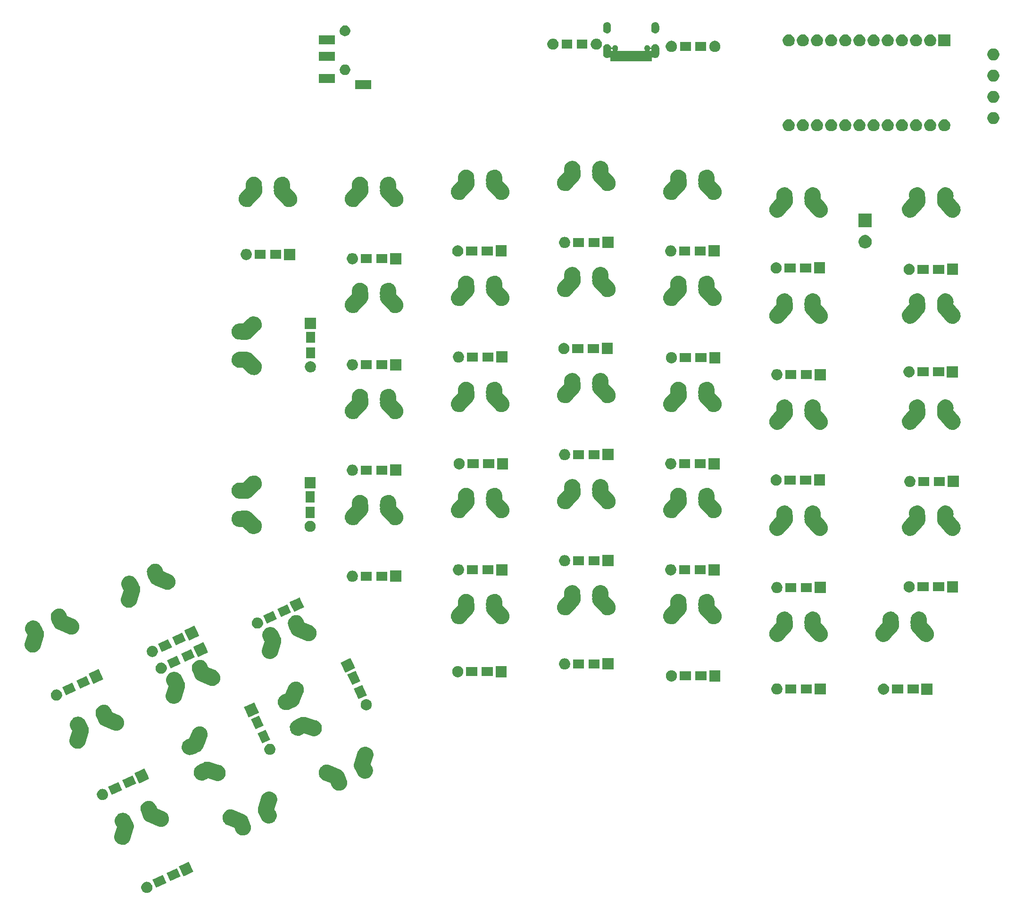
<source format=gbs>
G04 #@! TF.GenerationSoftware,KiCad,Pcbnew,(5.0.2)-1*
G04 #@! TF.CreationDate,2019-05-02T18:10:06+05:30*
G04 #@! TF.ProjectId,ErgodoxBle,4572676f-646f-4784-926c-652e6b696361,rev?*
G04 #@! TF.SameCoordinates,Original*
G04 #@! TF.FileFunction,Soldermask,Bot*
G04 #@! TF.FilePolarity,Negative*
%FSLAX46Y46*%
G04 Gerber Fmt 4.6, Leading zero omitted, Abs format (unit mm)*
G04 Created by KiCad (PCBNEW (5.0.2)-1) date 5/2/2019 6:10:06 PM*
%MOMM*%
%LPD*%
G01*
G04 APERTURE LIST*
%ADD10C,0.100000*%
G04 APERTURE END LIST*
D10*
G36*
X50831695Y-185213067D02*
X50928603Y-185232343D01*
X51004226Y-185263668D01*
X51111172Y-185307966D01*
X51275486Y-185417757D01*
X51415214Y-185557485D01*
X51525005Y-185721799D01*
X51600628Y-185904369D01*
X51639180Y-186098183D01*
X51639180Y-186295799D01*
X51600628Y-186489613D01*
X51525005Y-186672183D01*
X51415214Y-186836497D01*
X51275486Y-186976225D01*
X51111172Y-187086016D01*
X51004226Y-187130315D01*
X50928603Y-187161639D01*
X50831695Y-187180915D01*
X50734788Y-187200191D01*
X50537172Y-187200191D01*
X50440265Y-187180915D01*
X50343357Y-187161639D01*
X50267734Y-187130315D01*
X50160788Y-187086016D01*
X49996474Y-186976225D01*
X49856746Y-186836497D01*
X49746955Y-186672183D01*
X49671332Y-186489613D01*
X49632780Y-186295799D01*
X49632780Y-186098183D01*
X49671332Y-185904369D01*
X49746955Y-185721799D01*
X49856746Y-185557485D01*
X49996474Y-185417757D01*
X50160788Y-185307966D01*
X50267734Y-185263668D01*
X50343357Y-185232343D01*
X50440265Y-185213067D01*
X50537172Y-185193791D01*
X50734788Y-185193791D01*
X50831695Y-185213067D01*
X50831695Y-185213067D01*
G37*
G36*
X54150405Y-185444422D02*
X52331988Y-186292364D01*
X51653093Y-184836470D01*
X53471510Y-183988528D01*
X54150405Y-185444422D01*
X54150405Y-185444422D01*
G37*
G36*
X56688067Y-184261090D02*
X54869650Y-185109032D01*
X54190755Y-183653138D01*
X56009172Y-182805196D01*
X56688067Y-184261090D01*
X56688067Y-184261090D01*
G37*
G36*
X59038359Y-183385807D02*
X57798226Y-183964090D01*
X57219943Y-184233748D01*
X57219942Y-184233748D01*
X56372001Y-182415331D01*
X57612134Y-181837048D01*
X58190417Y-181567390D01*
X58190418Y-181567390D01*
X59038359Y-183385807D01*
X59038359Y-183385807D01*
G37*
G36*
X46684535Y-172853175D02*
X46754917Y-172866130D01*
X46823518Y-172893402D01*
X47020923Y-172971878D01*
X47261188Y-173127490D01*
X47350090Y-173213883D01*
X47466480Y-173326988D01*
X47588195Y-173503621D01*
X47938672Y-174137331D01*
X48023591Y-174334318D01*
X48033385Y-174380121D01*
X48040833Y-174403466D01*
X48051653Y-174423375D01*
X48131859Y-174543526D01*
X48241289Y-174808039D01*
X48297013Y-175088819D01*
X48296974Y-175177021D01*
X48296888Y-175375077D01*
X48254947Y-175585446D01*
X48254945Y-175585454D01*
X48254944Y-175585457D01*
X47643212Y-177598907D01*
X47643209Y-177598914D01*
X47561031Y-177797066D01*
X47508808Y-177875149D01*
X47401893Y-178035008D01*
X47199391Y-178237333D01*
X46961309Y-178396264D01*
X46696796Y-178505694D01*
X46416016Y-178561418D01*
X46130134Y-178561293D01*
X46129759Y-178561293D01*
X45849034Y-178505326D01*
X45584614Y-178395664D01*
X45346671Y-178236526D01*
X45144346Y-178034024D01*
X44985415Y-177795942D01*
X44875985Y-177531429D01*
X44820261Y-177250649D01*
X44820386Y-176964395D01*
X44820386Y-176964392D01*
X44862327Y-176754024D01*
X44890924Y-176659901D01*
X45273240Y-175401547D01*
X45278030Y-175377518D01*
X45278040Y-175353014D01*
X45273270Y-175328979D01*
X45263022Y-175304716D01*
X45044855Y-174910242D01*
X44959936Y-174713251D01*
X44957515Y-174701929D01*
X44900076Y-174433319D01*
X44896141Y-174158416D01*
X44895979Y-174147097D01*
X44895979Y-174147094D01*
X44938068Y-173918446D01*
X44947801Y-173865568D01*
X44977882Y-173789901D01*
X45053549Y-173599562D01*
X45209161Y-173359297D01*
X45337941Y-173226777D01*
X45408657Y-173154007D01*
X45644369Y-172991582D01*
X45907236Y-172878264D01*
X45985895Y-172861444D01*
X46187166Y-172818405D01*
X46462069Y-172814470D01*
X46473388Y-172814308D01*
X46473391Y-172814308D01*
X46684535Y-172853175D01*
X46684535Y-172853175D01*
G37*
G36*
X65922580Y-172224509D02*
X65984660Y-172231280D01*
X66184796Y-172294287D01*
X66189281Y-172295699D01*
X68123720Y-173120808D01*
X68124899Y-173121311D01*
X68313012Y-173224406D01*
X68424500Y-173317874D01*
X68532377Y-173408313D01*
X68711649Y-173631481D01*
X68843937Y-173885335D01*
X68884424Y-174024012D01*
X68893560Y-174046739D01*
X68905816Y-174065809D01*
X68934600Y-174102744D01*
X69030924Y-174294429D01*
X69291086Y-174970233D01*
X69348161Y-175177021D01*
X69366385Y-175426369D01*
X69369026Y-175462515D01*
X69333794Y-175746594D01*
X69243816Y-176018341D01*
X69102554Y-176267312D01*
X68915433Y-176483941D01*
X68915430Y-176483943D01*
X68689647Y-176659901D01*
X68433867Y-176788433D01*
X68234092Y-176843573D01*
X68157931Y-176864594D01*
X68110349Y-176868072D01*
X67872442Y-176885459D01*
X67872437Y-176885459D01*
X67588359Y-176850227D01*
X67316612Y-176760249D01*
X67305641Y-176754024D01*
X67298345Y-176749885D01*
X67067640Y-176618987D01*
X66851011Y-176431866D01*
X66693041Y-176229163D01*
X66675052Y-176206080D01*
X66578728Y-176014395D01*
X66416778Y-175593708D01*
X66405776Y-175571813D01*
X66390713Y-175552485D01*
X66372169Y-175536467D01*
X66349173Y-175523642D01*
X65128280Y-175002886D01*
X65048983Y-174969063D01*
X64860870Y-174865968D01*
X64698442Y-174729794D01*
X64641505Y-174682061D01*
X64462234Y-174458893D01*
X64329945Y-174205038D01*
X64249722Y-173930254D01*
X64224649Y-173645100D01*
X64255689Y-173360533D01*
X64256078Y-173359298D01*
X64288058Y-173257717D01*
X64341649Y-173087488D01*
X64367008Y-173041217D01*
X64479223Y-172836461D01*
X64606535Y-172684603D01*
X64663130Y-172617096D01*
X64886298Y-172437825D01*
X65140153Y-172305536D01*
X65414937Y-172225313D01*
X65700091Y-172200240D01*
X65922580Y-172224509D01*
X65922580Y-172224509D01*
G37*
G36*
X51276021Y-170697973D02*
X51547768Y-170787951D01*
X51796740Y-170929213D01*
X52013369Y-171116334D01*
X52069156Y-171187919D01*
X52189328Y-171342120D01*
X52285652Y-171533805D01*
X52447602Y-171954492D01*
X52458604Y-171976387D01*
X52473667Y-171995715D01*
X52492211Y-172011733D01*
X52515208Y-172024559D01*
X53815388Y-172579133D01*
X53815397Y-172579137D01*
X54003510Y-172682232D01*
X54121394Y-172781062D01*
X54222875Y-172866139D01*
X54402147Y-173089307D01*
X54534435Y-173343161D01*
X54614658Y-173617945D01*
X54639731Y-173903100D01*
X54615545Y-174124835D01*
X54608691Y-174187669D01*
X54522732Y-174460711D01*
X54385155Y-174711741D01*
X54292391Y-174822390D01*
X54201250Y-174931104D01*
X53978082Y-175110375D01*
X53724227Y-175242664D01*
X53449443Y-175322887D01*
X53164288Y-175347960D01*
X52934425Y-175322887D01*
X52879719Y-175316920D01*
X52725125Y-175268251D01*
X52675098Y-175252501D01*
X51089822Y-174576322D01*
X50739481Y-174426889D01*
X50551368Y-174323794D01*
X50388997Y-174187668D01*
X50332003Y-174139887D01*
X50152732Y-173916719D01*
X50020443Y-173662864D01*
X49979957Y-173524190D01*
X49970820Y-173501461D01*
X49958564Y-173482391D01*
X49929780Y-173445456D01*
X49833456Y-173253771D01*
X49573294Y-172577967D01*
X49516219Y-172371178D01*
X49512048Y-172314108D01*
X49495353Y-172085685D01*
X49530586Y-171801606D01*
X49620564Y-171529859D01*
X49761826Y-171280887D01*
X49948947Y-171064258D01*
X50134946Y-170919306D01*
X50174733Y-170888299D01*
X50430510Y-170759768D01*
X50706453Y-170683605D01*
X50849195Y-170673173D01*
X50991942Y-170662740D01*
X51276021Y-170697973D01*
X51276021Y-170697973D01*
G37*
G36*
X72734617Y-168986908D02*
X72804800Y-169000900D01*
X73015351Y-169042876D01*
X73278319Y-169151936D01*
X73279766Y-169152536D01*
X73517709Y-169311674D01*
X73720034Y-169514176D01*
X73878965Y-169752258D01*
X73988395Y-170016771D01*
X74044119Y-170297551D01*
X74044108Y-170321541D01*
X74043994Y-170583809D01*
X74002053Y-170794178D01*
X74002051Y-170794186D01*
X74002050Y-170794189D01*
X73591140Y-172146655D01*
X73586350Y-172170682D01*
X73586340Y-172195186D01*
X73591110Y-172219221D01*
X73601357Y-172243484D01*
X73819526Y-172637963D01*
X73904445Y-172834950D01*
X73916944Y-172893402D01*
X73964304Y-173114879D01*
X73967820Y-173360532D01*
X73968347Y-173397298D01*
X73968401Y-173401106D01*
X73916579Y-173682631D01*
X73810831Y-173948638D01*
X73770333Y-174011166D01*
X73655219Y-174188903D01*
X73455726Y-174394190D01*
X73220008Y-174556619D01*
X72957146Y-174669935D01*
X72957141Y-174669936D01*
X72677214Y-174729795D01*
X72390988Y-174733892D01*
X72109463Y-174682070D01*
X71843457Y-174576322D01*
X71603192Y-174420709D01*
X71397903Y-174221214D01*
X71397900Y-174221211D01*
X71276180Y-174044571D01*
X70925709Y-173410874D01*
X70840789Y-173213883D01*
X70830995Y-173168079D01*
X70823546Y-173144734D01*
X70812724Y-173124820D01*
X70732521Y-173004674D01*
X70623091Y-172740161D01*
X70567367Y-172459381D01*
X70567492Y-172173127D01*
X70567492Y-172173124D01*
X70609433Y-171962756D01*
X70611944Y-171954492D01*
X71221168Y-169949293D01*
X71221171Y-169949283D01*
X71303347Y-169751136D01*
X71404114Y-169600472D01*
X71462487Y-169513192D01*
X71664989Y-169310867D01*
X71903071Y-169151936D01*
X72167583Y-169042506D01*
X72448363Y-168986783D01*
X72734617Y-168986908D01*
X72734617Y-168986908D01*
G37*
G36*
X42868884Y-168517741D02*
X42965792Y-168537017D01*
X43041415Y-168568341D01*
X43148361Y-168612640D01*
X43312675Y-168722431D01*
X43452403Y-168862159D01*
X43562194Y-169026473D01*
X43568988Y-169042876D01*
X43637817Y-169209042D01*
X43676369Y-169402858D01*
X43676369Y-169600472D01*
X43646401Y-169751135D01*
X43637817Y-169794287D01*
X43562194Y-169976857D01*
X43452403Y-170141171D01*
X43312675Y-170280899D01*
X43148361Y-170390690D01*
X43041415Y-170434989D01*
X42965792Y-170466313D01*
X42868884Y-170485589D01*
X42771977Y-170504865D01*
X42574361Y-170504865D01*
X42477454Y-170485589D01*
X42380546Y-170466313D01*
X42304923Y-170434989D01*
X42197977Y-170390690D01*
X42033663Y-170280899D01*
X41893935Y-170141171D01*
X41784144Y-169976857D01*
X41708521Y-169794287D01*
X41699938Y-169751135D01*
X41669969Y-169600472D01*
X41669969Y-169402858D01*
X41708521Y-169209042D01*
X41777350Y-169042876D01*
X41784144Y-169026473D01*
X41893935Y-168862159D01*
X42033663Y-168722431D01*
X42197977Y-168612640D01*
X42304923Y-168568341D01*
X42380546Y-168537017D01*
X42477454Y-168517741D01*
X42574361Y-168498465D01*
X42771977Y-168498465D01*
X42868884Y-168517741D01*
X42868884Y-168517741D01*
G37*
G36*
X46187594Y-168749096D02*
X44369177Y-169597038D01*
X43690282Y-168141144D01*
X45508699Y-167293202D01*
X46187594Y-168749096D01*
X46187594Y-168749096D01*
G37*
G36*
X83189500Y-164175249D02*
X83251580Y-164182020D01*
X83456195Y-164246437D01*
X83456201Y-164246439D01*
X85391090Y-165071740D01*
X85391819Y-165072051D01*
X85579932Y-165175146D01*
X85697816Y-165273976D01*
X85799297Y-165359053D01*
X85978569Y-165582221D01*
X86110857Y-165836075D01*
X86151344Y-165974752D01*
X86160480Y-165997479D01*
X86172736Y-166016549D01*
X86201520Y-166053484D01*
X86297844Y-166245169D01*
X86558006Y-166920973D01*
X86615081Y-167127761D01*
X86628788Y-167315304D01*
X86635946Y-167413255D01*
X86600714Y-167697334D01*
X86510736Y-167969081D01*
X86369474Y-168218052D01*
X86182353Y-168434681D01*
X86182350Y-168434683D01*
X85956567Y-168610641D01*
X85700787Y-168739173D01*
X85501012Y-168794313D01*
X85424851Y-168815334D01*
X85377269Y-168818812D01*
X85139362Y-168836199D01*
X85139357Y-168836199D01*
X84855279Y-168800967D01*
X84583532Y-168710989D01*
X84334560Y-168569727D01*
X84117931Y-168382606D01*
X83989690Y-168218050D01*
X83941972Y-168156820D01*
X83845648Y-167965135D01*
X83683698Y-167544448D01*
X83672696Y-167522553D01*
X83657633Y-167503225D01*
X83639089Y-167487207D01*
X83616093Y-167474382D01*
X82553862Y-167021301D01*
X82315903Y-166919803D01*
X82127790Y-166816708D01*
X81977227Y-166690481D01*
X81908425Y-166632801D01*
X81729154Y-166409633D01*
X81596865Y-166155778D01*
X81516642Y-165880994D01*
X81491569Y-165595840D01*
X81522609Y-165311273D01*
X81608569Y-165038228D01*
X81665762Y-164933871D01*
X81746143Y-164787201D01*
X81901179Y-164602274D01*
X81930050Y-164567836D01*
X82153218Y-164388565D01*
X82407073Y-164256276D01*
X82681857Y-164176053D01*
X82967011Y-164150980D01*
X83189500Y-164175249D01*
X83189500Y-164175249D01*
G37*
G36*
X48725256Y-167565764D02*
X46906839Y-168413706D01*
X46227944Y-166957812D01*
X48046361Y-166109870D01*
X48725256Y-167565764D01*
X48725256Y-167565764D01*
G37*
G36*
X50757353Y-166008110D02*
X51072821Y-166684631D01*
X51075548Y-166690481D01*
X49858651Y-167257929D01*
X49257132Y-167538422D01*
X49257131Y-167538422D01*
X48652238Y-166241223D01*
X48409190Y-165720006D01*
X48409190Y-165720005D01*
X49698439Y-165118819D01*
X50227606Y-164872064D01*
X50227607Y-164872064D01*
X50757353Y-166008110D01*
X50757353Y-166008110D01*
G37*
G36*
X61613181Y-163620392D02*
X61613556Y-163620392D01*
X61823924Y-163662333D01*
X61823932Y-163662335D01*
X61823935Y-163662336D01*
X63392614Y-164138936D01*
X63837397Y-164274071D01*
X64035544Y-164356247D01*
X64154229Y-164435626D01*
X64273488Y-164515387D01*
X64475813Y-164717889D01*
X64634744Y-164955971D01*
X64744174Y-165220483D01*
X64799897Y-165501263D01*
X64799772Y-165787517D01*
X64791761Y-165827698D01*
X64743804Y-166068251D01*
X64658926Y-166272911D01*
X64634144Y-166332666D01*
X64475006Y-166570609D01*
X64272504Y-166772934D01*
X64034422Y-166931865D01*
X63769909Y-167041295D01*
X63489129Y-167097019D01*
X63346125Y-167096956D01*
X63202871Y-167096894D01*
X62992502Y-167054953D01*
X62992494Y-167054951D01*
X62992491Y-167054950D01*
X61640025Y-166644040D01*
X61615998Y-166639250D01*
X61591494Y-166639240D01*
X61567459Y-166644010D01*
X61543196Y-166654258D01*
X61148722Y-166872425D01*
X60951731Y-166957344D01*
X60951726Y-166957345D01*
X60671799Y-167017204D01*
X60396896Y-167021139D01*
X60385577Y-167021301D01*
X60385574Y-167021301D01*
X60174430Y-166982435D01*
X60104048Y-166969479D01*
X60009429Y-166931864D01*
X59838042Y-166863731D01*
X59597777Y-166708119D01*
X59392487Y-166508623D01*
X59230062Y-166272911D01*
X59116744Y-166010044D01*
X59096883Y-165917164D01*
X59056885Y-165730114D01*
X59052950Y-165455211D01*
X59052788Y-165443892D01*
X59052788Y-165443889D01*
X59098879Y-165193496D01*
X59104610Y-165162363D01*
X59140513Y-165072051D01*
X59210358Y-164896357D01*
X59365970Y-164656092D01*
X59474049Y-164544875D01*
X59565468Y-164450800D01*
X59742101Y-164329085D01*
X60375811Y-163978608D01*
X60572798Y-163893689D01*
X60618601Y-163883895D01*
X60641946Y-163876447D01*
X60661855Y-163865627D01*
X60782006Y-163785421D01*
X61046519Y-163675991D01*
X61327299Y-163620267D01*
X61613181Y-163620392D01*
X61613181Y-163620392D01*
G37*
G36*
X90001537Y-160937648D02*
X90071720Y-160951640D01*
X90282271Y-160993616D01*
X90476560Y-161074193D01*
X90546686Y-161103276D01*
X90784629Y-161262414D01*
X90986954Y-161464916D01*
X91145885Y-161702998D01*
X91255315Y-161967511D01*
X91311039Y-162248291D01*
X91310997Y-162343985D01*
X91310914Y-162534549D01*
X91268973Y-162744918D01*
X91268971Y-162744926D01*
X91268970Y-162744929D01*
X90858060Y-164097395D01*
X90853270Y-164121422D01*
X90853260Y-164145926D01*
X90858030Y-164169961D01*
X90868277Y-164194224D01*
X91086446Y-164588703D01*
X91171365Y-164785690D01*
X91182455Y-164837554D01*
X91231224Y-165065619D01*
X91234009Y-165260176D01*
X91235267Y-165348038D01*
X91235321Y-165351846D01*
X91183499Y-165633371D01*
X91077751Y-165899378D01*
X91041935Y-165954677D01*
X90922139Y-166139643D01*
X90722646Y-166344930D01*
X90486928Y-166507359D01*
X90224066Y-166620675D01*
X90224061Y-166620676D01*
X89944134Y-166680535D01*
X89657908Y-166684632D01*
X89376383Y-166632810D01*
X89110377Y-166527062D01*
X88870112Y-166371449D01*
X88664823Y-166171954D01*
X88664820Y-166171951D01*
X88543100Y-165995311D01*
X88192629Y-165361614D01*
X88107709Y-165164623D01*
X88097915Y-165118819D01*
X88090466Y-165095474D01*
X88079644Y-165075560D01*
X87999441Y-164955414D01*
X87890011Y-164690901D01*
X87834287Y-164410121D01*
X87834412Y-164123867D01*
X87834412Y-164123864D01*
X87876353Y-163913496D01*
X87882371Y-163893689D01*
X88488088Y-161900033D01*
X88488091Y-161900023D01*
X88570267Y-161701876D01*
X88691716Y-161520288D01*
X88729407Y-161463932D01*
X88931909Y-161261607D01*
X89169991Y-161102676D01*
X89434503Y-160993246D01*
X89715283Y-160937523D01*
X90001537Y-160937648D01*
X90001537Y-160937648D01*
G37*
G36*
X60371462Y-157302624D02*
X60426149Y-157308589D01*
X60699191Y-157394548D01*
X60950221Y-157532125D01*
X61047206Y-157613434D01*
X61169584Y-157716030D01*
X61319678Y-157902877D01*
X61348855Y-157939198D01*
X61425406Y-158086094D01*
X61481144Y-158193053D01*
X61561367Y-158467837D01*
X61586440Y-158752992D01*
X61563168Y-158966340D01*
X61555400Y-159037561D01*
X61539313Y-159088659D01*
X61490981Y-159242182D01*
X61002575Y-160387231D01*
X60665369Y-161177799D01*
X60562274Y-161365912D01*
X60458881Y-161489239D01*
X60378367Y-161585277D01*
X60155199Y-161764548D01*
X59901344Y-161896837D01*
X59762670Y-161937323D01*
X59739941Y-161946460D01*
X59720871Y-161958716D01*
X59683936Y-161987500D01*
X59492251Y-162083824D01*
X58816447Y-162343986D01*
X58609658Y-162401061D01*
X58324165Y-162421927D01*
X58040086Y-162386694D01*
X57768339Y-162296716D01*
X57519367Y-162155454D01*
X57302738Y-161968333D01*
X57143925Y-161764548D01*
X57126779Y-161742547D01*
X56998248Y-161486770D01*
X56922085Y-161210827D01*
X56911653Y-161068085D01*
X56901220Y-160925338D01*
X56936453Y-160641259D01*
X57026431Y-160369512D01*
X57167693Y-160120540D01*
X57354814Y-159903911D01*
X57556006Y-159747119D01*
X57580600Y-159727952D01*
X57772285Y-159631628D01*
X58192972Y-159469678D01*
X58214867Y-159458676D01*
X58234195Y-159443613D01*
X58250213Y-159425069D01*
X58263039Y-159402072D01*
X58817613Y-158101892D01*
X58817614Y-158101891D01*
X58817617Y-158101883D01*
X58920712Y-157913770D01*
X59069986Y-157735716D01*
X59104619Y-157694405D01*
X59327787Y-157515133D01*
X59581641Y-157382845D01*
X59856425Y-157302622D01*
X60141580Y-157277549D01*
X60371462Y-157302624D01*
X60371462Y-157302624D01*
G37*
G36*
X72902391Y-160402332D02*
X73020288Y-160425783D01*
X73095911Y-160457107D01*
X73202857Y-160501406D01*
X73367171Y-160611197D01*
X73506899Y-160750925D01*
X73616690Y-160915239D01*
X73649002Y-160993247D01*
X73692313Y-161097808D01*
X73730865Y-161291624D01*
X73730865Y-161489238D01*
X73692313Y-161683054D01*
X73665595Y-161747557D01*
X73616690Y-161865623D01*
X73506899Y-162029937D01*
X73367171Y-162169665D01*
X73202857Y-162279456D01*
X73095911Y-162323755D01*
X73020288Y-162355079D01*
X72923380Y-162374355D01*
X72826473Y-162393631D01*
X72628857Y-162393631D01*
X72531950Y-162374355D01*
X72435042Y-162355079D01*
X72359419Y-162323755D01*
X72252473Y-162279456D01*
X72088159Y-162169665D01*
X71948431Y-162029937D01*
X71838640Y-161865623D01*
X71789735Y-161747557D01*
X71763017Y-161683054D01*
X71724465Y-161489238D01*
X71724465Y-161291624D01*
X71763017Y-161097808D01*
X71806328Y-160993247D01*
X71838640Y-160915239D01*
X71948431Y-160750925D01*
X72088159Y-160611197D01*
X72252473Y-160501406D01*
X72359419Y-160457107D01*
X72435042Y-160425783D01*
X72552939Y-160402332D01*
X72628857Y-160387231D01*
X72826473Y-160387231D01*
X72902391Y-160402332D01*
X72902391Y-160402332D01*
G37*
G36*
X38632735Y-155586255D02*
X38703117Y-155599210D01*
X38765955Y-155624191D01*
X38969123Y-155704958D01*
X39209388Y-155860570D01*
X39286497Y-155935503D01*
X39414680Y-156060068D01*
X39536395Y-156236701D01*
X39886872Y-156870411D01*
X39971791Y-157067398D01*
X39981585Y-157113201D01*
X39989033Y-157136546D01*
X39999853Y-157156455D01*
X40080059Y-157276606D01*
X40189489Y-157541119D01*
X40245213Y-157821899D01*
X40245172Y-157915079D01*
X40245088Y-158108157D01*
X40203147Y-158318526D01*
X40203145Y-158318534D01*
X40203144Y-158318537D01*
X39591412Y-160331987D01*
X39591409Y-160331994D01*
X39509231Y-160530146D01*
X39457008Y-160608229D01*
X39350093Y-160768088D01*
X39147591Y-160970413D01*
X38909509Y-161129344D01*
X38644996Y-161238774D01*
X38364216Y-161294498D01*
X38078334Y-161294373D01*
X38077959Y-161294373D01*
X37797234Y-161238406D01*
X37532814Y-161128744D01*
X37294871Y-160969606D01*
X37092546Y-160767104D01*
X36933615Y-160529022D01*
X36824185Y-160264509D01*
X36768461Y-159983729D01*
X36768586Y-159697475D01*
X36768586Y-159697472D01*
X36810527Y-159487104D01*
X36823741Y-159443613D01*
X37221440Y-158134627D01*
X37226230Y-158110598D01*
X37226240Y-158086094D01*
X37221470Y-158062059D01*
X37211222Y-158037796D01*
X36993055Y-157643322D01*
X36908136Y-157446331D01*
X36897063Y-157394548D01*
X36848276Y-157166399D01*
X36844341Y-156891496D01*
X36844179Y-156880177D01*
X36844179Y-156880174D01*
X36886268Y-156651526D01*
X36896001Y-156598648D01*
X36930793Y-156511131D01*
X37001749Y-156332642D01*
X37157361Y-156092377D01*
X37290413Y-155955461D01*
X37356857Y-155887087D01*
X37592569Y-155724662D01*
X37855436Y-155611344D01*
X37934095Y-155594524D01*
X38135366Y-155551485D01*
X38410269Y-155547550D01*
X38421588Y-155547388D01*
X38421591Y-155547388D01*
X38632735Y-155586255D01*
X38632735Y-155586255D01*
G37*
G36*
X72823038Y-159694423D02*
X71367144Y-160373318D01*
X70519202Y-158554901D01*
X71975096Y-157876006D01*
X72823038Y-159694423D01*
X72823038Y-159694423D01*
G37*
G36*
X78877561Y-155568592D02*
X78877936Y-155568592D01*
X79088304Y-155610533D01*
X79088312Y-155610535D01*
X79088315Y-155610536D01*
X80899383Y-156160779D01*
X81101777Y-156222271D01*
X81299924Y-156304447D01*
X81379159Y-156357441D01*
X81537868Y-156463587D01*
X81740193Y-156666089D01*
X81899124Y-156904171D01*
X82008554Y-157168683D01*
X82063355Y-157444819D01*
X82064277Y-157449463D01*
X82064152Y-157735716D01*
X82008184Y-158016451D01*
X81923306Y-158221111D01*
X81898524Y-158280866D01*
X81739386Y-158518809D01*
X81536884Y-158721134D01*
X81298802Y-158880065D01*
X81034289Y-158989495D01*
X80753509Y-159045219D01*
X80610505Y-159045156D01*
X80467251Y-159045094D01*
X80256882Y-159003153D01*
X80256874Y-159003151D01*
X80256871Y-159003150D01*
X78904405Y-158592240D01*
X78880378Y-158587450D01*
X78855874Y-158587440D01*
X78831839Y-158592210D01*
X78807576Y-158602458D01*
X78413102Y-158820625D01*
X78216111Y-158905544D01*
X78216106Y-158905545D01*
X77936179Y-158965404D01*
X77661276Y-158969339D01*
X77649957Y-158969501D01*
X77649954Y-158969501D01*
X77438810Y-158930634D01*
X77368428Y-158917679D01*
X77273809Y-158880064D01*
X77102422Y-158811931D01*
X76862157Y-158656319D01*
X76736619Y-158534324D01*
X76656867Y-158456823D01*
X76494442Y-158221111D01*
X76381124Y-157958244D01*
X76357099Y-157845890D01*
X76321265Y-157678314D01*
X76317330Y-157403411D01*
X76317168Y-157392092D01*
X76317168Y-157392089D01*
X76360541Y-157156465D01*
X76368990Y-157110563D01*
X76424137Y-156971844D01*
X76474738Y-156844557D01*
X76630350Y-156604292D01*
X76733082Y-156498577D01*
X76829848Y-156399000D01*
X77006481Y-156277285D01*
X77640191Y-155926808D01*
X77837178Y-155841889D01*
X77882981Y-155832095D01*
X77906326Y-155824647D01*
X77926235Y-155813827D01*
X78046386Y-155733621D01*
X78310899Y-155624191D01*
X78591679Y-155568467D01*
X78877561Y-155568592D01*
X78877561Y-155568592D01*
G37*
G36*
X43224221Y-153431053D02*
X43495968Y-153521031D01*
X43744940Y-153662293D01*
X43961569Y-153849414D01*
X44060703Y-153976621D01*
X44137528Y-154075200D01*
X44233852Y-154266885D01*
X44395802Y-154687572D01*
X44406804Y-154709467D01*
X44421867Y-154728795D01*
X44440411Y-154744813D01*
X44463408Y-154757639D01*
X45763588Y-155312213D01*
X45763597Y-155312217D01*
X45951710Y-155415312D01*
X46069594Y-155514142D01*
X46171075Y-155599219D01*
X46350347Y-155822387D01*
X46482635Y-156076241D01*
X46562858Y-156351025D01*
X46587931Y-156636180D01*
X46565202Y-156844557D01*
X46556891Y-156920749D01*
X46470932Y-157193791D01*
X46333355Y-157444821D01*
X46252622Y-157541119D01*
X46149450Y-157664184D01*
X45935992Y-157835655D01*
X45926282Y-157843455D01*
X45706009Y-157958244D01*
X45672427Y-157975744D01*
X45397643Y-158055967D01*
X45112488Y-158081040D01*
X44882625Y-158055967D01*
X44827919Y-158050000D01*
X44669185Y-158000027D01*
X44623298Y-157985581D01*
X42963346Y-157277550D01*
X42687681Y-157159969D01*
X42499568Y-157056874D01*
X42337197Y-156920748D01*
X42280203Y-156872967D01*
X42100932Y-156649799D01*
X41968643Y-156395944D01*
X41928157Y-156257270D01*
X41919020Y-156234541D01*
X41906764Y-156215471D01*
X41877980Y-156178536D01*
X41781656Y-155986851D01*
X41521494Y-155311047D01*
X41464419Y-155104258D01*
X41458799Y-155027367D01*
X41443553Y-154818765D01*
X41478786Y-154534686D01*
X41568764Y-154262939D01*
X41710026Y-154013967D01*
X41897147Y-153797338D01*
X42089870Y-153647146D01*
X42122933Y-153621379D01*
X42378710Y-153492848D01*
X42654653Y-153416685D01*
X42797396Y-153406253D01*
X42940142Y-153395820D01*
X43224221Y-153431053D01*
X43224221Y-153431053D01*
G37*
G36*
X71639706Y-157156761D02*
X70183812Y-157835656D01*
X69335870Y-156017239D01*
X70791764Y-155338344D01*
X71639706Y-157156761D01*
X71639706Y-157156761D01*
G37*
G36*
X70419752Y-154067321D02*
X70735672Y-154744813D01*
X70764422Y-154806469D01*
X69679841Y-155312217D01*
X68946006Y-155654410D01*
X68946005Y-155654410D01*
X68310790Y-154292185D01*
X68098064Y-153835994D01*
X68098064Y-153835993D01*
X69549815Y-153159031D01*
X69916480Y-152988052D01*
X69916481Y-152988052D01*
X70419752Y-154067321D01*
X70419752Y-154067321D01*
G37*
G36*
X90235926Y-152410676D02*
X90332834Y-152429952D01*
X90388044Y-152452821D01*
X90515403Y-152505575D01*
X90679717Y-152615366D01*
X90819445Y-152755094D01*
X90929236Y-152919408D01*
X90957669Y-152988052D01*
X90984346Y-153052454D01*
X91004859Y-153101978D01*
X91043411Y-153295792D01*
X91043411Y-153493408D01*
X91004859Y-153687222D01*
X90929236Y-153869792D01*
X90819445Y-154034106D01*
X90679717Y-154173834D01*
X90515403Y-154283625D01*
X90408457Y-154327924D01*
X90332834Y-154359248D01*
X90278146Y-154370126D01*
X90139019Y-154397800D01*
X89941403Y-154397800D01*
X89802276Y-154370126D01*
X89747588Y-154359248D01*
X89671965Y-154327924D01*
X89565019Y-154283625D01*
X89400705Y-154173834D01*
X89260977Y-154034106D01*
X89151186Y-153869792D01*
X89075563Y-153687222D01*
X89037011Y-153493408D01*
X89037011Y-153295792D01*
X89075563Y-153101978D01*
X89096077Y-153052454D01*
X89122753Y-152988052D01*
X89151186Y-152919408D01*
X89260977Y-152755094D01*
X89400705Y-152615366D01*
X89565019Y-152505575D01*
X89692378Y-152452821D01*
X89747588Y-152429952D01*
X89844496Y-152410676D01*
X89941403Y-152391400D01*
X90139019Y-152391400D01*
X90235926Y-152410676D01*
X90235926Y-152410676D01*
G37*
G36*
X77635842Y-149250824D02*
X77690529Y-149256789D01*
X77963571Y-149342748D01*
X78214601Y-149480325D01*
X78314616Y-149564174D01*
X78433964Y-149664230D01*
X78613235Y-149887398D01*
X78745524Y-150141253D01*
X78825747Y-150416037D01*
X78850820Y-150701192D01*
X78832924Y-150865258D01*
X78819780Y-150985761D01*
X78778043Y-151118335D01*
X78755361Y-151190382D01*
X78194382Y-152505576D01*
X77929749Y-153125999D01*
X77826654Y-153314112D01*
X77725331Y-153434970D01*
X77642747Y-153533477D01*
X77419579Y-153712748D01*
X77165724Y-153845037D01*
X77027050Y-153885523D01*
X77004321Y-153894660D01*
X76985251Y-153906916D01*
X76948316Y-153935700D01*
X76756631Y-154032024D01*
X76080827Y-154292186D01*
X75926098Y-154334892D01*
X75874038Y-154349261D01*
X75588545Y-154370127D01*
X75304466Y-154334894D01*
X75032719Y-154244916D01*
X74783747Y-154103654D01*
X74567118Y-153916533D01*
X74397298Y-153698624D01*
X74391159Y-153690747D01*
X74262628Y-153434970D01*
X74186465Y-153159027D01*
X74171111Y-152948936D01*
X74165600Y-152873538D01*
X74200833Y-152589459D01*
X74290811Y-152317712D01*
X74432073Y-152068740D01*
X74619194Y-151852111D01*
X74820386Y-151695319D01*
X74844980Y-151676152D01*
X75036665Y-151579828D01*
X75457352Y-151417878D01*
X75479247Y-151406876D01*
X75498575Y-151391813D01*
X75514593Y-151373269D01*
X75527419Y-151350272D01*
X76081993Y-150050092D01*
X76081994Y-150050091D01*
X76081997Y-150050083D01*
X76185092Y-149861970D01*
X76296917Y-149728585D01*
X76368999Y-149642605D01*
X76592167Y-149463333D01*
X76846021Y-149331045D01*
X77120805Y-149250822D01*
X77405960Y-149225749D01*
X77635842Y-149250824D01*
X77635842Y-149250824D01*
G37*
G36*
X55899655Y-147536995D02*
X55970037Y-147549950D01*
X56045704Y-147580031D01*
X56236043Y-147655698D01*
X56476308Y-147811310D01*
X56539365Y-147872588D01*
X56681600Y-148010808D01*
X56803315Y-148187441D01*
X57153792Y-148821151D01*
X57238711Y-149018138D01*
X57248505Y-149063941D01*
X57255953Y-149087286D01*
X57266773Y-149107195D01*
X57346979Y-149227346D01*
X57456409Y-149491859D01*
X57512133Y-149772639D01*
X57512082Y-149887398D01*
X57512008Y-150058897D01*
X57470067Y-150269266D01*
X57470065Y-150269274D01*
X57470064Y-150269277D01*
X56858332Y-152282727D01*
X56858329Y-152282734D01*
X56776151Y-152480886D01*
X56747158Y-152524236D01*
X56617013Y-152718828D01*
X56414511Y-152921153D01*
X56176429Y-153080084D01*
X55911916Y-153189514D01*
X55631136Y-153245238D01*
X55345254Y-153245113D01*
X55344879Y-153245113D01*
X55064154Y-153189146D01*
X54799734Y-153079484D01*
X54561791Y-152920346D01*
X54359466Y-152717844D01*
X54200535Y-152479762D01*
X54091105Y-152215249D01*
X54035381Y-151934469D01*
X54035506Y-151648215D01*
X54035506Y-151648212D01*
X54077447Y-151437844D01*
X54081677Y-151423922D01*
X54488360Y-150085367D01*
X54493150Y-150061338D01*
X54493160Y-150036834D01*
X54488390Y-150012799D01*
X54478142Y-149988536D01*
X54259975Y-149594062D01*
X54175056Y-149397071D01*
X54172635Y-149385749D01*
X54115196Y-149117139D01*
X54111261Y-148842236D01*
X54111099Y-148830917D01*
X54111099Y-148830914D01*
X54153188Y-148602266D01*
X54162921Y-148549388D01*
X54197713Y-148461871D01*
X54268669Y-148283382D01*
X54424281Y-148043117D01*
X54541793Y-147922193D01*
X54623777Y-147837827D01*
X54859489Y-147675402D01*
X55122356Y-147562084D01*
X55201015Y-147545264D01*
X55402286Y-147502225D01*
X55677189Y-147498290D01*
X55688508Y-147498128D01*
X55688511Y-147498128D01*
X55899655Y-147536995D01*
X55899655Y-147536995D01*
G37*
G36*
X34634115Y-150651287D02*
X34731023Y-150670563D01*
X34772607Y-150687788D01*
X34913592Y-150746186D01*
X35077906Y-150855977D01*
X35217634Y-150995705D01*
X35327425Y-151160019D01*
X35345264Y-151203086D01*
X35403048Y-151342588D01*
X35418024Y-151417878D01*
X35441600Y-151536403D01*
X35441600Y-151734019D01*
X35437745Y-151753397D01*
X35403048Y-151927834D01*
X35383191Y-151975772D01*
X35327425Y-152110403D01*
X35217634Y-152274717D01*
X35077906Y-152414445D01*
X34913592Y-152524236D01*
X34829739Y-152558969D01*
X34731023Y-152599859D01*
X34686631Y-152608689D01*
X34537208Y-152638411D01*
X34339592Y-152638411D01*
X34190169Y-152608689D01*
X34145777Y-152599859D01*
X34047061Y-152558969D01*
X33963208Y-152524236D01*
X33798894Y-152414445D01*
X33659166Y-152274717D01*
X33549375Y-152110403D01*
X33493609Y-151975772D01*
X33473752Y-151927834D01*
X33439055Y-151753397D01*
X33435200Y-151734019D01*
X33435200Y-151536403D01*
X33458776Y-151417878D01*
X33473752Y-151342588D01*
X33531536Y-151203086D01*
X33549375Y-151160019D01*
X33659166Y-150995705D01*
X33798894Y-150855977D01*
X33963208Y-150746186D01*
X34104193Y-150687788D01*
X34145777Y-150670563D01*
X34242685Y-150651287D01*
X34339592Y-150632011D01*
X34537208Y-150632011D01*
X34634115Y-150651287D01*
X34634115Y-150651287D01*
G37*
G36*
X90135584Y-151698592D02*
X88679690Y-152377487D01*
X87831748Y-150559070D01*
X89287642Y-149880175D01*
X90135584Y-151698592D01*
X90135584Y-151698592D01*
G37*
G36*
X37952825Y-150882642D02*
X36134408Y-151730584D01*
X35455513Y-150274690D01*
X37273930Y-149426748D01*
X37952825Y-150882642D01*
X37952825Y-150882642D01*
G37*
G36*
X183079695Y-149605056D02*
X183176603Y-149624332D01*
X183209322Y-149637885D01*
X183359172Y-149699955D01*
X183523486Y-149809746D01*
X183663214Y-149949474D01*
X183773005Y-150113788D01*
X183848628Y-150296358D01*
X183882128Y-150464772D01*
X183887180Y-150490173D01*
X183887180Y-150687787D01*
X183848628Y-150881603D01*
X183835630Y-150912983D01*
X183773005Y-151064172D01*
X183663214Y-151228486D01*
X183523486Y-151368214D01*
X183359172Y-151478005D01*
X183252226Y-151522304D01*
X183176603Y-151553628D01*
X183079695Y-151572904D01*
X182982788Y-151592180D01*
X182785172Y-151592180D01*
X182688265Y-151572904D01*
X182591357Y-151553628D01*
X182515734Y-151522304D01*
X182408788Y-151478005D01*
X182244474Y-151368214D01*
X182104746Y-151228486D01*
X181994955Y-151064172D01*
X181932330Y-150912983D01*
X181919332Y-150881603D01*
X181880780Y-150687787D01*
X181880780Y-150490173D01*
X181885833Y-150464772D01*
X181919332Y-150296358D01*
X181994955Y-150113788D01*
X182104746Y-149949474D01*
X182244474Y-149809746D01*
X182408788Y-149699955D01*
X182558638Y-149637885D01*
X182591357Y-149624332D01*
X182688265Y-149605056D01*
X182785172Y-149585780D01*
X182982788Y-149585780D01*
X183079695Y-149605056D01*
X183079695Y-149605056D01*
G37*
G36*
X191687180Y-151592180D02*
X189680780Y-151592180D01*
X189680780Y-149585780D01*
X191687180Y-149585780D01*
X191687180Y-151592180D01*
X191687180Y-151592180D01*
G37*
G36*
X163935715Y-149579656D02*
X164032623Y-149598932D01*
X164082606Y-149619636D01*
X164215192Y-149674555D01*
X164379506Y-149784346D01*
X164519234Y-149924074D01*
X164629025Y-150088388D01*
X164673324Y-150195334D01*
X164704648Y-150270957D01*
X164717374Y-150334937D01*
X164743200Y-150464772D01*
X164743200Y-150662388D01*
X164735481Y-150701192D01*
X164704648Y-150856203D01*
X164673323Y-150931826D01*
X164629025Y-151038772D01*
X164519234Y-151203086D01*
X164379506Y-151342814D01*
X164215192Y-151452605D01*
X164108246Y-151496904D01*
X164032623Y-151528228D01*
X163950661Y-151544531D01*
X163838808Y-151566780D01*
X163641192Y-151566780D01*
X163529339Y-151544531D01*
X163447377Y-151528228D01*
X163371754Y-151496904D01*
X163264808Y-151452605D01*
X163100494Y-151342814D01*
X162960766Y-151203086D01*
X162850975Y-151038772D01*
X162806676Y-150931826D01*
X162775352Y-150856203D01*
X162744519Y-150701192D01*
X162736800Y-150662388D01*
X162736800Y-150464772D01*
X162762626Y-150334937D01*
X162775352Y-150270957D01*
X162806676Y-150195334D01*
X162850975Y-150088388D01*
X162960766Y-149924074D01*
X163100494Y-149784346D01*
X163264808Y-149674555D01*
X163397394Y-149619636D01*
X163447377Y-149598932D01*
X163544285Y-149579656D01*
X163641192Y-149560380D01*
X163838808Y-149560380D01*
X163935715Y-149579656D01*
X163935715Y-149579656D01*
G37*
G36*
X172543200Y-151566780D02*
X170536800Y-151566780D01*
X170536800Y-149560380D01*
X172543200Y-149560380D01*
X172543200Y-151566780D01*
X172543200Y-151566780D01*
G37*
G36*
X189187180Y-151392180D02*
X187180780Y-151392180D01*
X187180780Y-149785780D01*
X189187180Y-149785780D01*
X189187180Y-151392180D01*
X189187180Y-151392180D01*
G37*
G36*
X186387180Y-151392180D02*
X184380780Y-151392180D01*
X184380780Y-149785780D01*
X186387180Y-149785780D01*
X186387180Y-151392180D01*
X186387180Y-151392180D01*
G37*
G36*
X170043200Y-151366780D02*
X168036800Y-151366780D01*
X168036800Y-149760380D01*
X170043200Y-149760380D01*
X170043200Y-151366780D01*
X170043200Y-151366780D01*
G37*
G36*
X167243200Y-151366780D02*
X165236800Y-151366780D01*
X165236800Y-149760380D01*
X167243200Y-149760380D01*
X167243200Y-151366780D01*
X167243200Y-151366780D01*
G37*
G36*
X40490487Y-149699310D02*
X38672070Y-150547252D01*
X37993175Y-149091358D01*
X39811592Y-148243416D01*
X40490487Y-149699310D01*
X40490487Y-149699310D01*
G37*
G36*
X60491141Y-145381793D02*
X60762888Y-145471771D01*
X61011860Y-145613033D01*
X61228489Y-145800154D01*
X61346195Y-145951192D01*
X61404448Y-146025940D01*
X61500772Y-146217625D01*
X61662722Y-146638312D01*
X61673724Y-146660207D01*
X61688787Y-146679535D01*
X61707331Y-146695553D01*
X61730328Y-146708379D01*
X63030508Y-147262953D01*
X63030517Y-147262957D01*
X63218630Y-147366052D01*
X63336514Y-147464882D01*
X63437995Y-147549959D01*
X63617267Y-147773127D01*
X63749555Y-148026981D01*
X63829778Y-148301765D01*
X63854851Y-148586920D01*
X63830665Y-148808655D01*
X63823811Y-148871489D01*
X63737852Y-149144531D01*
X63600275Y-149395561D01*
X63527222Y-149482698D01*
X63416370Y-149614924D01*
X63193202Y-149794195D01*
X62939347Y-149926484D01*
X62664563Y-150006707D01*
X62379408Y-150031780D01*
X62149545Y-150006707D01*
X62094839Y-150000740D01*
X61931998Y-149949474D01*
X61890218Y-149936321D01*
X60283091Y-149250822D01*
X59954601Y-149110709D01*
X59766488Y-149007614D01*
X59604117Y-148871488D01*
X59547123Y-148823707D01*
X59367852Y-148600539D01*
X59235563Y-148346684D01*
X59195077Y-148208010D01*
X59185940Y-148185281D01*
X59173684Y-148166211D01*
X59144900Y-148129276D01*
X59048576Y-147937591D01*
X58788414Y-147261787D01*
X58731339Y-147054998D01*
X58722863Y-146939024D01*
X58710473Y-146769505D01*
X58745706Y-146485426D01*
X58835684Y-146213679D01*
X58976946Y-145964707D01*
X59164067Y-145748078D01*
X59386403Y-145574808D01*
X59389853Y-145572119D01*
X59645630Y-145443588D01*
X59921573Y-145367425D01*
X60064315Y-145356993D01*
X60207062Y-145346560D01*
X60491141Y-145381793D01*
X60491141Y-145381793D01*
G37*
G36*
X88952252Y-149160930D02*
X87496358Y-149839825D01*
X86648416Y-148021408D01*
X88104310Y-147342513D01*
X88952252Y-149160930D01*
X88952252Y-149160930D01*
G37*
G36*
X42553529Y-148208017D02*
X42840630Y-148823706D01*
X42840779Y-148824027D01*
X41912717Y-149256789D01*
X41022363Y-149671968D01*
X41022362Y-149671968D01*
X40348206Y-148226234D01*
X40174421Y-147853552D01*
X40174421Y-147853551D01*
X41667565Y-147157287D01*
X41992837Y-147005610D01*
X41992838Y-147005610D01*
X42553529Y-148208017D01*
X42553529Y-148208017D01*
G37*
G36*
X145012715Y-147225076D02*
X145109623Y-147244352D01*
X145185246Y-147275676D01*
X145292192Y-147319975D01*
X145456506Y-147429766D01*
X145596234Y-147569494D01*
X145706025Y-147733808D01*
X145750324Y-147840754D01*
X145781648Y-147916377D01*
X145790979Y-147963288D01*
X145820200Y-148110192D01*
X145820200Y-148307808D01*
X145807437Y-148371972D01*
X145781648Y-148501623D01*
X145774879Y-148517964D01*
X145706025Y-148684192D01*
X145596234Y-148848506D01*
X145456506Y-148988234D01*
X145292192Y-149098025D01*
X145187109Y-149141552D01*
X145109623Y-149173648D01*
X145012715Y-149192924D01*
X144915808Y-149212200D01*
X144718192Y-149212200D01*
X144621285Y-149192924D01*
X144524377Y-149173648D01*
X144446891Y-149141552D01*
X144341808Y-149098025D01*
X144177494Y-148988234D01*
X144037766Y-148848506D01*
X143927975Y-148684192D01*
X143859121Y-148517964D01*
X143852352Y-148501623D01*
X143826563Y-148371972D01*
X143813800Y-148307808D01*
X143813800Y-148110192D01*
X143843021Y-147963288D01*
X143852352Y-147916377D01*
X143883676Y-147840754D01*
X143927975Y-147733808D01*
X144037766Y-147569494D01*
X144177494Y-147429766D01*
X144341808Y-147319975D01*
X144448754Y-147275676D01*
X144524377Y-147244352D01*
X144621285Y-147225076D01*
X144718192Y-147205800D01*
X144915808Y-147205800D01*
X145012715Y-147225076D01*
X145012715Y-147225076D01*
G37*
G36*
X153620200Y-149212200D02*
X151613800Y-149212200D01*
X151613800Y-147205800D01*
X153620200Y-147205800D01*
X153620200Y-149212200D01*
X153620200Y-149212200D01*
G37*
G36*
X151120200Y-149012200D02*
X149113800Y-149012200D01*
X149113800Y-147405800D01*
X151120200Y-147405800D01*
X151120200Y-149012200D01*
X151120200Y-149012200D01*
G37*
G36*
X148320200Y-149012200D02*
X146313800Y-149012200D01*
X146313800Y-147405800D01*
X148320200Y-147405800D01*
X148320200Y-149012200D01*
X148320200Y-149012200D01*
G37*
G36*
X106578810Y-146447182D02*
X106755623Y-146482352D01*
X106831246Y-146513676D01*
X106938192Y-146557975D01*
X107102506Y-146667766D01*
X107242234Y-146807494D01*
X107352025Y-146971808D01*
X107354634Y-146978107D01*
X107427648Y-147154377D01*
X107442518Y-147229134D01*
X107466200Y-147348192D01*
X107466200Y-147545808D01*
X107448054Y-147637036D01*
X107427648Y-147739623D01*
X107423338Y-147750027D01*
X107352025Y-147922192D01*
X107242234Y-148086506D01*
X107102506Y-148226234D01*
X106938192Y-148336025D01*
X106851408Y-148371972D01*
X106755623Y-148411648D01*
X106658715Y-148430924D01*
X106561808Y-148450200D01*
X106364192Y-148450200D01*
X106267285Y-148430924D01*
X106170377Y-148411648D01*
X106074592Y-148371972D01*
X105987808Y-148336025D01*
X105823494Y-148226234D01*
X105683766Y-148086506D01*
X105573975Y-147922192D01*
X105502662Y-147750027D01*
X105498352Y-147739623D01*
X105477946Y-147637036D01*
X105459800Y-147545808D01*
X105459800Y-147348192D01*
X105483482Y-147229134D01*
X105498352Y-147154377D01*
X105571366Y-146978107D01*
X105573975Y-146971808D01*
X105683766Y-146807494D01*
X105823494Y-146667766D01*
X105987808Y-146557975D01*
X106094754Y-146513676D01*
X106170377Y-146482352D01*
X106347190Y-146447182D01*
X106364192Y-146443800D01*
X106561808Y-146443800D01*
X106578810Y-146447182D01*
X106578810Y-146447182D01*
G37*
G36*
X115266200Y-148450200D02*
X113259800Y-148450200D01*
X113259800Y-146443800D01*
X115266200Y-146443800D01*
X115266200Y-148450200D01*
X115266200Y-148450200D01*
G37*
G36*
X112766200Y-148250200D02*
X110759800Y-148250200D01*
X110759800Y-146643800D01*
X112766200Y-146643800D01*
X112766200Y-148250200D01*
X112766200Y-148250200D01*
G37*
G36*
X109966200Y-148250200D02*
X107959800Y-148250200D01*
X107959800Y-146643800D01*
X109966200Y-146643800D01*
X109966200Y-148250200D01*
X109966200Y-148250200D01*
G37*
G36*
X53430115Y-145825287D02*
X53527023Y-145844563D01*
X53592631Y-145871739D01*
X53709592Y-145920186D01*
X53873906Y-146029977D01*
X54013634Y-146169705D01*
X54123425Y-146334019D01*
X54156679Y-146414302D01*
X54199048Y-146516588D01*
X54207280Y-146557975D01*
X54237600Y-146710403D01*
X54237600Y-146908019D01*
X54224912Y-146971807D01*
X54199370Y-147100217D01*
X54199048Y-147101833D01*
X54123425Y-147284403D01*
X54013634Y-147448717D01*
X53873906Y-147588445D01*
X53709592Y-147698236D01*
X53609677Y-147739622D01*
X53527023Y-147773859D01*
X53462235Y-147786746D01*
X53333208Y-147812411D01*
X53135592Y-147812411D01*
X53006565Y-147786746D01*
X52941777Y-147773859D01*
X52859123Y-147739622D01*
X52759208Y-147698236D01*
X52594894Y-147588445D01*
X52455166Y-147448717D01*
X52345375Y-147284403D01*
X52269752Y-147101833D01*
X52269431Y-147100217D01*
X52243888Y-146971807D01*
X52231200Y-146908019D01*
X52231200Y-146710403D01*
X52261520Y-146557975D01*
X52269752Y-146516588D01*
X52312121Y-146414302D01*
X52345375Y-146334019D01*
X52455166Y-146169705D01*
X52594894Y-146029977D01*
X52759208Y-145920186D01*
X52876169Y-145871739D01*
X52941777Y-145844563D01*
X53038685Y-145825287D01*
X53135592Y-145806011D01*
X53333208Y-145806011D01*
X53430115Y-145825287D01*
X53430115Y-145825287D01*
G37*
G36*
X87712939Y-146029975D02*
X88075504Y-146807497D01*
X88076968Y-146810638D01*
X86885878Y-147366052D01*
X86258552Y-147658579D01*
X86258551Y-147658579D01*
X85644911Y-146342622D01*
X85410610Y-145840163D01*
X85410610Y-145840162D01*
X86797515Y-145193438D01*
X87229026Y-144992221D01*
X87229027Y-144992221D01*
X87712939Y-146029975D01*
X87712939Y-146029975D01*
G37*
G36*
X134443200Y-147053200D02*
X132436800Y-147053200D01*
X132436800Y-145046800D01*
X134443200Y-145046800D01*
X134443200Y-147053200D01*
X134443200Y-147053200D01*
G37*
G36*
X125835715Y-145066076D02*
X125932623Y-145085352D01*
X126008246Y-145116676D01*
X126115192Y-145160975D01*
X126279506Y-145270766D01*
X126419234Y-145410494D01*
X126529025Y-145574808D01*
X126544858Y-145613033D01*
X126600796Y-145748077D01*
X126604648Y-145757378D01*
X126643200Y-145951192D01*
X126643200Y-146148808D01*
X126630296Y-146213679D01*
X126604648Y-146342623D01*
X126592096Y-146372926D01*
X126529025Y-146525192D01*
X126419234Y-146689506D01*
X126279506Y-146829234D01*
X126115192Y-146939025D01*
X126036049Y-146971807D01*
X125932623Y-147014648D01*
X125835715Y-147033924D01*
X125738808Y-147053200D01*
X125541192Y-147053200D01*
X125444285Y-147033924D01*
X125347377Y-147014648D01*
X125243951Y-146971807D01*
X125164808Y-146939025D01*
X125000494Y-146829234D01*
X124860766Y-146689506D01*
X124750975Y-146525192D01*
X124687904Y-146372926D01*
X124675352Y-146342623D01*
X124649704Y-146213679D01*
X124636800Y-146148808D01*
X124636800Y-145951192D01*
X124675352Y-145757378D01*
X124679205Y-145748077D01*
X124735142Y-145613033D01*
X124750975Y-145574808D01*
X124860766Y-145410494D01*
X125000494Y-145270766D01*
X125164808Y-145160975D01*
X125271754Y-145116676D01*
X125347377Y-145085352D01*
X125444285Y-145066076D01*
X125541192Y-145046800D01*
X125738808Y-145046800D01*
X125835715Y-145066076D01*
X125835715Y-145066076D01*
G37*
G36*
X56748825Y-146056642D02*
X54930408Y-146904584D01*
X54251513Y-145448690D01*
X56069930Y-144600748D01*
X56748825Y-146056642D01*
X56748825Y-146056642D01*
G37*
G36*
X129143200Y-146853200D02*
X127136800Y-146853200D01*
X127136800Y-145246800D01*
X129143200Y-145246800D01*
X129143200Y-146853200D01*
X129143200Y-146853200D01*
G37*
G36*
X131943200Y-146853200D02*
X129936800Y-146853200D01*
X129936800Y-145246800D01*
X131943200Y-145246800D01*
X131943200Y-146853200D01*
X131943200Y-146853200D01*
G37*
G36*
X59286487Y-144873310D02*
X57468070Y-145721252D01*
X56789175Y-144265358D01*
X58607592Y-143417416D01*
X59286487Y-144873310D01*
X59286487Y-144873310D01*
G37*
G36*
X73135087Y-139479866D02*
X73234417Y-139498150D01*
X73310084Y-139528231D01*
X73500423Y-139603898D01*
X73740688Y-139759510D01*
X73803745Y-139820788D01*
X73945980Y-139959008D01*
X74067695Y-140135641D01*
X74418172Y-140769351D01*
X74503091Y-140966338D01*
X74512885Y-141012141D01*
X74520333Y-141035486D01*
X74531153Y-141055395D01*
X74611359Y-141175546D01*
X74720789Y-141440059D01*
X74776513Y-141720839D01*
X74776464Y-141831152D01*
X74776388Y-142007097D01*
X74734447Y-142217466D01*
X74734445Y-142217474D01*
X74734444Y-142217477D01*
X74122712Y-144230927D01*
X74122709Y-144230934D01*
X74040531Y-144429086D01*
X73988308Y-144507169D01*
X73881393Y-144667028D01*
X73678891Y-144869353D01*
X73440809Y-145028284D01*
X73176296Y-145137714D01*
X72895516Y-145193438D01*
X72609634Y-145193313D01*
X72609259Y-145193313D01*
X72328534Y-145137346D01*
X72064114Y-145027684D01*
X72011090Y-144992221D01*
X71826171Y-144868546D01*
X71623846Y-144666044D01*
X71464915Y-144427962D01*
X71355485Y-144163449D01*
X71299761Y-143882669D01*
X71299886Y-143596415D01*
X71299886Y-143596412D01*
X71341827Y-143386044D01*
X71353668Y-143347072D01*
X71752740Y-142033567D01*
X71757530Y-142009538D01*
X71757540Y-141985034D01*
X71752770Y-141960999D01*
X71742522Y-141936736D01*
X71524355Y-141542262D01*
X71439436Y-141345271D01*
X71428389Y-141293609D01*
X71379576Y-141065339D01*
X71375572Y-140785620D01*
X71375479Y-140779117D01*
X71375479Y-140779114D01*
X71417568Y-140550466D01*
X71427301Y-140497588D01*
X71463767Y-140405860D01*
X71533049Y-140231582D01*
X71688661Y-139991317D01*
X71809452Y-139867018D01*
X71888157Y-139786027D01*
X72123869Y-139623602D01*
X72386736Y-139510284D01*
X72465395Y-139493464D01*
X72666666Y-139450425D01*
X72941569Y-139446490D01*
X72952888Y-139446328D01*
X72952891Y-139446328D01*
X73135087Y-139479866D01*
X73135087Y-139479866D01*
G37*
G36*
X61256615Y-143182762D02*
X61625759Y-143974393D01*
X61636779Y-143998027D01*
X60544919Y-144507169D01*
X59818363Y-144845968D01*
X59818362Y-144845968D01*
X59192456Y-143503708D01*
X58970421Y-143027552D01*
X58970421Y-143027551D01*
X60487148Y-142320290D01*
X60788837Y-142179610D01*
X60788838Y-142179610D01*
X61256615Y-143182762D01*
X61256615Y-143182762D01*
G37*
G36*
X51835084Y-142838341D02*
X51931992Y-142857617D01*
X52007615Y-142888942D01*
X52114561Y-142933240D01*
X52278875Y-143043031D01*
X52418603Y-143182759D01*
X52528394Y-143347073D01*
X52544536Y-143386044D01*
X52596478Y-143511441D01*
X52604017Y-143529643D01*
X52642569Y-143723457D01*
X52642569Y-143921073D01*
X52604017Y-144114887D01*
X52528394Y-144297457D01*
X52418603Y-144461771D01*
X52278875Y-144601499D01*
X52114561Y-144711290D01*
X52007615Y-144755589D01*
X51931992Y-144786913D01*
X51835084Y-144806189D01*
X51738177Y-144825465D01*
X51540561Y-144825465D01*
X51443654Y-144806189D01*
X51346746Y-144786913D01*
X51271123Y-144755589D01*
X51164177Y-144711290D01*
X50999863Y-144601499D01*
X50860135Y-144461771D01*
X50750344Y-144297457D01*
X50674721Y-144114887D01*
X50636169Y-143921073D01*
X50636169Y-143723457D01*
X50674721Y-143529643D01*
X50682261Y-143511441D01*
X50734202Y-143386044D01*
X50750344Y-143347073D01*
X50860135Y-143182759D01*
X50999863Y-143043031D01*
X51164177Y-142933240D01*
X51271123Y-142888942D01*
X51346746Y-142857617D01*
X51443654Y-142838341D01*
X51540561Y-142819065D01*
X51738177Y-142819065D01*
X51835084Y-142838341D01*
X51835084Y-142838341D01*
G37*
G36*
X30579408Y-138321126D02*
X30653857Y-138334830D01*
X30723464Y-138362502D01*
X30919863Y-138440578D01*
X31160128Y-138596190D01*
X31240102Y-138673907D01*
X31365420Y-138795688D01*
X31487135Y-138972321D01*
X31837612Y-139606031D01*
X31922531Y-139803018D01*
X31932325Y-139848821D01*
X31939773Y-139872166D01*
X31950593Y-139892075D01*
X32030799Y-140012226D01*
X32140229Y-140276739D01*
X32195953Y-140557519D01*
X32195942Y-140581510D01*
X32195828Y-140843777D01*
X32153887Y-141054146D01*
X32153885Y-141054154D01*
X32153884Y-141054157D01*
X31542152Y-143067607D01*
X31542149Y-143067614D01*
X31459971Y-143265766D01*
X31407748Y-143343849D01*
X31300833Y-143503708D01*
X31098331Y-143706033D01*
X30860249Y-143864964D01*
X30595736Y-143974394D01*
X30314956Y-144030118D01*
X30029074Y-144029993D01*
X30028699Y-144029993D01*
X29747974Y-143974026D01*
X29483554Y-143864364D01*
X29475054Y-143858679D01*
X29245611Y-143705226D01*
X29043286Y-143502724D01*
X28884355Y-143264642D01*
X28774925Y-143000129D01*
X28719201Y-142719349D01*
X28719326Y-142433095D01*
X28719326Y-142433092D01*
X28761267Y-142222724D01*
X28763828Y-142214296D01*
X29172180Y-140870247D01*
X29176970Y-140846218D01*
X29176980Y-140821714D01*
X29172210Y-140797679D01*
X29161962Y-140773416D01*
X28943795Y-140378942D01*
X28858876Y-140181951D01*
X28856077Y-140168862D01*
X28799016Y-139902019D01*
X28795031Y-139623602D01*
X28794919Y-139615797D01*
X28794919Y-139615794D01*
X28837008Y-139387146D01*
X28846741Y-139334268D01*
X28881533Y-139246751D01*
X28952489Y-139068262D01*
X29108101Y-138827997D01*
X29228892Y-138703698D01*
X29307597Y-138622707D01*
X29543309Y-138460282D01*
X29806176Y-138346964D01*
X29899900Y-138326923D01*
X30086106Y-138287105D01*
X30361009Y-138283170D01*
X30372328Y-138283008D01*
X30372331Y-138283008D01*
X30579408Y-138321126D01*
X30579408Y-138321126D01*
G37*
G36*
X55153794Y-143069696D02*
X53335377Y-143917638D01*
X52656482Y-142461744D01*
X54474899Y-141613802D01*
X55153794Y-143069696D01*
X55153794Y-143069696D01*
G37*
G36*
X57691456Y-141886364D02*
X55873039Y-142734306D01*
X55194144Y-141278412D01*
X57012561Y-140430470D01*
X57691456Y-141886364D01*
X57691456Y-141886364D01*
G37*
G36*
X189612732Y-136713478D02*
X189826411Y-136794734D01*
X189880295Y-136815224D01*
X190122868Y-136967213D01*
X190331128Y-137163605D01*
X190497073Y-137396852D01*
X190604713Y-137636586D01*
X190614326Y-137657996D01*
X190678378Y-137936989D01*
X190684336Y-138140127D01*
X190684667Y-138151420D01*
X190653653Y-138601136D01*
X190653653Y-138601137D01*
X190654372Y-138625631D01*
X190659855Y-138649514D01*
X190669892Y-138671868D01*
X190685316Y-138693213D01*
X191148991Y-139209988D01*
X191629306Y-139745307D01*
X191756228Y-139918247D01*
X191790339Y-139991317D01*
X191877318Y-140177631D01*
X191945478Y-140455654D01*
X191958088Y-140741631D01*
X191914666Y-141024574D01*
X191914665Y-141024577D01*
X191816879Y-141293609D01*
X191668485Y-141538396D01*
X191475184Y-141749531D01*
X191244411Y-141918897D01*
X191154224Y-141960999D01*
X190985027Y-142039987D01*
X190707004Y-142108147D01*
X190421027Y-142120758D01*
X190421023Y-142120758D01*
X190138085Y-142077336D01*
X189944370Y-142006925D01*
X189869049Y-141979548D01*
X189769001Y-141918897D01*
X189624262Y-141831154D01*
X189466038Y-141686295D01*
X188060691Y-140120009D01*
X187933773Y-139947073D01*
X187812683Y-139687690D01*
X187812682Y-139687688D01*
X187744522Y-139409665D01*
X187731912Y-139123689D01*
X187753825Y-138980900D01*
X187755150Y-138956436D01*
X187752101Y-138933972D01*
X187741622Y-138888329D01*
X187735333Y-138673908D01*
X187735333Y-138673900D01*
X187785154Y-137951464D01*
X187785155Y-137951456D01*
X187785155Y-137951454D01*
X187820818Y-137739930D01*
X187820819Y-137739927D01*
X187820819Y-137739926D01*
X187922563Y-137472363D01*
X188074552Y-137229790D01*
X188270944Y-137021530D01*
X188270946Y-137021528D01*
X188389982Y-136936840D01*
X188504192Y-136855585D01*
X188765332Y-136738333D01*
X188765336Y-136738332D01*
X189044328Y-136674280D01*
X189315035Y-136666341D01*
X189330460Y-136665889D01*
X189330462Y-136665889D01*
X189612732Y-136713478D01*
X189612732Y-136713478D01*
G37*
G36*
X170562732Y-136713478D02*
X170776411Y-136794734D01*
X170830295Y-136815224D01*
X171072868Y-136967213D01*
X171281128Y-137163605D01*
X171447073Y-137396852D01*
X171554713Y-137636586D01*
X171564326Y-137657996D01*
X171628378Y-137936989D01*
X171634336Y-138140127D01*
X171634667Y-138151420D01*
X171603653Y-138601136D01*
X171603653Y-138601137D01*
X171604372Y-138625631D01*
X171609855Y-138649514D01*
X171619892Y-138671868D01*
X171635316Y-138693213D01*
X172098991Y-139209988D01*
X172579306Y-139745307D01*
X172706228Y-139918247D01*
X172740339Y-139991317D01*
X172827318Y-140177631D01*
X172895478Y-140455654D01*
X172908088Y-140741631D01*
X172864666Y-141024574D01*
X172864665Y-141024577D01*
X172766879Y-141293609D01*
X172618485Y-141538396D01*
X172425184Y-141749531D01*
X172194411Y-141918897D01*
X172104224Y-141960999D01*
X171935027Y-142039987D01*
X171657004Y-142108147D01*
X171371027Y-142120758D01*
X171371023Y-142120758D01*
X171088085Y-142077336D01*
X170894370Y-142006925D01*
X170819049Y-141979548D01*
X170719001Y-141918897D01*
X170574262Y-141831154D01*
X170416038Y-141686295D01*
X169010691Y-140120009D01*
X168883773Y-139947073D01*
X168762683Y-139687690D01*
X168762682Y-139687688D01*
X168694522Y-139409665D01*
X168681912Y-139123689D01*
X168703825Y-138980900D01*
X168705150Y-138956436D01*
X168702101Y-138933972D01*
X168691622Y-138888329D01*
X168685333Y-138673908D01*
X168685333Y-138673900D01*
X168735154Y-137951464D01*
X168735155Y-137951456D01*
X168735155Y-137951454D01*
X168770818Y-137739930D01*
X168770819Y-137739927D01*
X168770819Y-137739926D01*
X168872563Y-137472363D01*
X169024552Y-137229790D01*
X169220944Y-137021530D01*
X169220946Y-137021528D01*
X169339982Y-136936840D01*
X169454192Y-136855585D01*
X169715332Y-136738333D01*
X169715336Y-136738332D01*
X169994328Y-136674280D01*
X170265035Y-136666341D01*
X170280460Y-136665889D01*
X170280462Y-136665889D01*
X170562732Y-136713478D01*
X170562732Y-136713478D01*
G37*
G36*
X184057693Y-136666128D02*
X184335671Y-136674281D01*
X184526874Y-136718178D01*
X184614668Y-136738334D01*
X184875808Y-136855586D01*
X185109056Y-137021531D01*
X185305448Y-137229791D01*
X185457437Y-137472364D01*
X185559181Y-137739927D01*
X185559182Y-137739930D01*
X185594845Y-137951456D01*
X185594846Y-137951464D01*
X185644637Y-138673460D01*
X185644667Y-138673907D01*
X185638378Y-138888330D01*
X185627899Y-138933973D01*
X185624783Y-138958279D01*
X185626176Y-138980905D01*
X185648088Y-139123684D01*
X185648088Y-139123689D01*
X185635478Y-139409666D01*
X185567318Y-139687689D01*
X185513117Y-139803790D01*
X185446228Y-139947073D01*
X185319306Y-140120013D01*
X184692571Y-140818520D01*
X183960343Y-141634602D01*
X183913961Y-141686295D01*
X183755737Y-141831154D01*
X183510950Y-141979548D01*
X183241918Y-142077334D01*
X183241915Y-142077335D01*
X182958972Y-142120757D01*
X182672996Y-142108147D01*
X182394973Y-142039987D01*
X182135591Y-141918897D01*
X182088751Y-141884521D01*
X181904816Y-141749531D01*
X181711515Y-141538396D01*
X181563121Y-141293609D01*
X181465335Y-141024577D01*
X181465334Y-141024574D01*
X181421912Y-140741631D01*
X181434522Y-140455655D01*
X181502682Y-140177632D01*
X181522285Y-140135641D01*
X181623773Y-139918247D01*
X181750691Y-139745311D01*
X182694682Y-138693215D01*
X182709180Y-138673460D01*
X182719546Y-138651256D01*
X182725381Y-138627457D01*
X182726347Y-138601136D01*
X182695333Y-138151420D01*
X182695664Y-138140127D01*
X182701622Y-137936990D01*
X182756886Y-137696277D01*
X182765675Y-137657993D01*
X182882927Y-137396853D01*
X183048872Y-137163605D01*
X183257132Y-136967213D01*
X183499705Y-136815224D01*
X183767268Y-136713480D01*
X183767269Y-136713480D01*
X183767271Y-136713479D01*
X184049539Y-136665889D01*
X184049540Y-136665889D01*
X184057693Y-136666128D01*
X184057693Y-136666128D01*
G37*
G36*
X165007693Y-136666128D02*
X165285671Y-136674281D01*
X165476874Y-136718178D01*
X165564668Y-136738334D01*
X165825808Y-136855586D01*
X166059056Y-137021531D01*
X166255448Y-137229791D01*
X166407437Y-137472364D01*
X166509181Y-137739927D01*
X166509182Y-137739930D01*
X166544845Y-137951456D01*
X166544846Y-137951464D01*
X166594637Y-138673460D01*
X166594667Y-138673907D01*
X166588378Y-138888330D01*
X166577899Y-138933973D01*
X166574783Y-138958279D01*
X166576176Y-138980905D01*
X166598088Y-139123684D01*
X166598088Y-139123689D01*
X166585478Y-139409666D01*
X166517318Y-139687689D01*
X166463117Y-139803790D01*
X166396228Y-139947073D01*
X166269306Y-140120013D01*
X165642571Y-140818520D01*
X164910343Y-141634602D01*
X164863961Y-141686295D01*
X164705737Y-141831154D01*
X164460950Y-141979548D01*
X164191918Y-142077334D01*
X164191915Y-142077335D01*
X163908972Y-142120757D01*
X163622996Y-142108147D01*
X163344973Y-142039987D01*
X163085591Y-141918897D01*
X163038751Y-141884521D01*
X162854816Y-141749531D01*
X162661515Y-141538396D01*
X162513121Y-141293609D01*
X162415335Y-141024577D01*
X162415334Y-141024574D01*
X162371912Y-140741631D01*
X162384522Y-140455655D01*
X162452682Y-140177632D01*
X162472285Y-140135641D01*
X162573773Y-139918247D01*
X162700691Y-139745311D01*
X163644682Y-138693215D01*
X163659180Y-138673460D01*
X163669546Y-138651256D01*
X163675381Y-138627457D01*
X163676347Y-138601136D01*
X163645333Y-138151420D01*
X163645664Y-138140127D01*
X163651622Y-137936990D01*
X163706886Y-137696277D01*
X163715675Y-137657993D01*
X163832927Y-137396853D01*
X163998872Y-137163605D01*
X164207132Y-136967213D01*
X164449705Y-136815224D01*
X164717268Y-136713480D01*
X164717269Y-136713480D01*
X164717271Y-136713479D01*
X164999539Y-136665889D01*
X164999540Y-136665889D01*
X165007693Y-136666128D01*
X165007693Y-136666128D01*
G37*
G36*
X77755521Y-137329993D02*
X78027268Y-137419971D01*
X78276240Y-137561233D01*
X78492869Y-137748354D01*
X78599435Y-137885097D01*
X78668828Y-137974140D01*
X78765152Y-138165825D01*
X78927102Y-138586512D01*
X78938104Y-138608407D01*
X78953167Y-138627735D01*
X78971711Y-138643753D01*
X78994708Y-138656579D01*
X80294888Y-139211153D01*
X80294897Y-139211157D01*
X80483010Y-139314252D01*
X80596818Y-139409665D01*
X80702375Y-139498159D01*
X80881647Y-139721327D01*
X81013935Y-139975181D01*
X81094158Y-140249965D01*
X81119231Y-140535120D01*
X81096705Y-140741631D01*
X81088191Y-140819689D01*
X81002232Y-141092731D01*
X80864655Y-141343761D01*
X80783922Y-141440059D01*
X80680750Y-141563124D01*
X80474354Y-141728922D01*
X80457582Y-141742395D01*
X80233782Y-141859022D01*
X80203727Y-141874684D01*
X79928943Y-141954907D01*
X79643788Y-141979980D01*
X79413925Y-141954907D01*
X79359219Y-141948940D01*
X79204625Y-141900271D01*
X79154598Y-141884521D01*
X77506270Y-141181448D01*
X77218981Y-141058909D01*
X77030868Y-140955814D01*
X76867104Y-140818520D01*
X76811503Y-140771907D01*
X76632232Y-140548739D01*
X76499943Y-140294884D01*
X76459457Y-140156210D01*
X76450320Y-140133481D01*
X76438064Y-140114411D01*
X76409280Y-140077476D01*
X76312956Y-139885791D01*
X76052794Y-139209987D01*
X75995719Y-139003198D01*
X75994090Y-138980904D01*
X75974853Y-138717705D01*
X76010086Y-138433626D01*
X76100064Y-138161879D01*
X76241326Y-137912907D01*
X76428447Y-137696278D01*
X76594807Y-137566631D01*
X76654233Y-137520319D01*
X76910010Y-137391788D01*
X77185953Y-137315625D01*
X77328696Y-137305193D01*
X77471442Y-137294760D01*
X77755521Y-137329993D01*
X77755521Y-137329993D01*
G37*
G36*
X59733040Y-140349054D02*
X60020886Y-140966341D01*
X60041748Y-141011081D01*
X58902621Y-141542264D01*
X58223332Y-141859022D01*
X58223331Y-141859022D01*
X57585125Y-140490383D01*
X57375390Y-140040606D01*
X57375390Y-140040605D01*
X58688125Y-139428467D01*
X59193806Y-139192664D01*
X59193807Y-139192664D01*
X59733040Y-140349054D01*
X59733040Y-140349054D01*
G37*
G36*
X35174961Y-136166673D02*
X35446708Y-136256651D01*
X35695680Y-136397913D01*
X35912309Y-136585034D01*
X35989919Y-136684622D01*
X36088268Y-136810820D01*
X36184592Y-137002505D01*
X36346542Y-137423192D01*
X36357544Y-137445087D01*
X36372607Y-137464415D01*
X36391151Y-137480433D01*
X36414148Y-137493259D01*
X37714328Y-138047833D01*
X37714337Y-138047837D01*
X37902450Y-138150932D01*
X38010080Y-138241165D01*
X38121815Y-138334839D01*
X38301087Y-138558007D01*
X38433375Y-138811861D01*
X38513598Y-139086645D01*
X38538671Y-139371800D01*
X38515390Y-139585236D01*
X38507631Y-139656369D01*
X38421672Y-139929411D01*
X38284095Y-140180441D01*
X38203362Y-140276739D01*
X38100190Y-140399804D01*
X37881816Y-140575224D01*
X37877022Y-140579075D01*
X37632745Y-140706373D01*
X37623167Y-140711364D01*
X37348383Y-140791587D01*
X37063228Y-140816660D01*
X36833365Y-140791587D01*
X36778659Y-140785620D01*
X36615186Y-140734155D01*
X36574038Y-140721201D01*
X35033452Y-140064084D01*
X34638421Y-139895589D01*
X34450308Y-139792494D01*
X34287937Y-139656368D01*
X34230943Y-139608587D01*
X34051672Y-139385419D01*
X33919383Y-139131564D01*
X33878897Y-138992890D01*
X33869760Y-138970161D01*
X33857504Y-138951091D01*
X33828720Y-138914156D01*
X33732396Y-138722471D01*
X33472234Y-138046667D01*
X33415159Y-137839878D01*
X33409539Y-137762987D01*
X33394293Y-137554385D01*
X33429526Y-137270306D01*
X33519504Y-136998559D01*
X33660766Y-136749587D01*
X33847887Y-136532958D01*
X34033886Y-136388006D01*
X34073673Y-136356999D01*
X34329450Y-136228468D01*
X34605393Y-136152305D01*
X34748136Y-136141873D01*
X34890882Y-136131440D01*
X35174961Y-136166673D01*
X35174961Y-136166673D01*
G37*
G36*
X70698621Y-137739926D02*
X70799023Y-137759897D01*
X70874646Y-137791221D01*
X70981592Y-137835520D01*
X71145906Y-137945311D01*
X71285634Y-138085039D01*
X71395425Y-138249353D01*
X71427556Y-138326924D01*
X71471048Y-138431922D01*
X71486836Y-138511295D01*
X71509600Y-138625737D01*
X71509600Y-138823353D01*
X71493889Y-138902336D01*
X71471048Y-139017168D01*
X71449884Y-139068262D01*
X71395425Y-139199737D01*
X71285634Y-139364051D01*
X71145906Y-139503779D01*
X70981592Y-139613570D01*
X70878266Y-139656369D01*
X70799023Y-139689193D01*
X70702115Y-139708469D01*
X70605208Y-139727745D01*
X70407592Y-139727745D01*
X70310685Y-139708469D01*
X70213777Y-139689193D01*
X70134534Y-139656369D01*
X70031208Y-139613570D01*
X69866894Y-139503779D01*
X69727166Y-139364051D01*
X69617375Y-139199737D01*
X69562916Y-139068262D01*
X69541752Y-139017168D01*
X69518911Y-138902336D01*
X69503200Y-138823353D01*
X69503200Y-138625737D01*
X69525964Y-138511295D01*
X69541752Y-138431922D01*
X69585244Y-138326924D01*
X69617375Y-138249353D01*
X69727166Y-138085039D01*
X69866894Y-137945311D01*
X70031208Y-137835520D01*
X70138154Y-137791221D01*
X70213777Y-137759897D01*
X70314179Y-137739926D01*
X70407592Y-137721345D01*
X70605208Y-137721345D01*
X70698621Y-137739926D01*
X70698621Y-137739926D01*
G37*
G36*
X151512732Y-133538478D02*
X151737549Y-133623969D01*
X151780295Y-133640224D01*
X152022868Y-133792213D01*
X152231128Y-133988605D01*
X152397073Y-134221852D01*
X152504629Y-134461398D01*
X152514326Y-134482996D01*
X152578378Y-134761989D01*
X152584667Y-134976412D01*
X152584667Y-134976420D01*
X152553653Y-135426136D01*
X152553653Y-135426137D01*
X152554372Y-135450631D01*
X152559855Y-135474514D01*
X152569892Y-135496868D01*
X152585316Y-135518213D01*
X152939861Y-135913360D01*
X153529306Y-136570307D01*
X153656228Y-136743247D01*
X153694200Y-136824587D01*
X153777318Y-137002631D01*
X153845478Y-137280654D01*
X153858088Y-137566631D01*
X153814666Y-137849574D01*
X153814665Y-137849577D01*
X153716879Y-138118609D01*
X153568485Y-138363396D01*
X153375184Y-138574531D01*
X153144411Y-138743897D01*
X153043523Y-138790994D01*
X152885027Y-138864987D01*
X152607004Y-138933147D01*
X152321027Y-138945758D01*
X152321023Y-138945758D01*
X152038085Y-138902336D01*
X151866837Y-138840091D01*
X151769049Y-138804548D01*
X151669001Y-138743897D01*
X151524262Y-138656154D01*
X151366038Y-138511295D01*
X149960691Y-136945009D01*
X149833773Y-136772073D01*
X149714267Y-136516083D01*
X149712682Y-136512688D01*
X149644522Y-136234665D01*
X149631912Y-135948689D01*
X149653825Y-135805900D01*
X149655150Y-135781436D01*
X149652101Y-135758972D01*
X149641622Y-135713329D01*
X149635333Y-135498908D01*
X149635333Y-135498900D01*
X149685154Y-134776464D01*
X149685155Y-134776456D01*
X149685155Y-134776454D01*
X149720818Y-134564930D01*
X149720819Y-134564927D01*
X149720819Y-134564926D01*
X149822563Y-134297363D01*
X149974552Y-134054790D01*
X150170944Y-133846530D01*
X150170946Y-133846528D01*
X150264243Y-133780152D01*
X150404192Y-133680585D01*
X150665332Y-133563333D01*
X150665336Y-133563332D01*
X150944328Y-133499280D01*
X151215035Y-133491341D01*
X151230460Y-133490889D01*
X151230462Y-133490889D01*
X151512732Y-133538478D01*
X151512732Y-133538478D01*
G37*
G36*
X113412732Y-133538478D02*
X113637549Y-133623969D01*
X113680295Y-133640224D01*
X113922868Y-133792213D01*
X114131128Y-133988605D01*
X114297073Y-134221852D01*
X114404629Y-134461398D01*
X114414326Y-134482996D01*
X114478378Y-134761989D01*
X114484667Y-134976412D01*
X114484667Y-134976420D01*
X114453653Y-135426136D01*
X114453653Y-135426137D01*
X114454372Y-135450631D01*
X114459855Y-135474514D01*
X114469892Y-135496868D01*
X114485316Y-135518213D01*
X114839861Y-135913360D01*
X115429306Y-136570307D01*
X115556228Y-136743247D01*
X115594200Y-136824587D01*
X115677318Y-137002631D01*
X115745478Y-137280654D01*
X115758088Y-137566631D01*
X115714666Y-137849574D01*
X115714665Y-137849577D01*
X115616879Y-138118609D01*
X115468485Y-138363396D01*
X115275184Y-138574531D01*
X115044411Y-138743897D01*
X114943523Y-138790994D01*
X114785027Y-138864987D01*
X114507004Y-138933147D01*
X114221027Y-138945758D01*
X114221023Y-138945758D01*
X113938085Y-138902336D01*
X113766837Y-138840091D01*
X113669049Y-138804548D01*
X113569001Y-138743897D01*
X113424262Y-138656154D01*
X113266038Y-138511295D01*
X111860691Y-136945009D01*
X111733773Y-136772073D01*
X111614267Y-136516083D01*
X111612682Y-136512688D01*
X111544522Y-136234665D01*
X111531912Y-135948689D01*
X111553825Y-135805900D01*
X111555150Y-135781436D01*
X111552101Y-135758972D01*
X111541622Y-135713329D01*
X111535333Y-135498908D01*
X111535333Y-135498900D01*
X111585154Y-134776464D01*
X111585155Y-134776456D01*
X111585155Y-134776454D01*
X111620818Y-134564930D01*
X111620819Y-134564927D01*
X111620819Y-134564926D01*
X111722563Y-134297363D01*
X111874552Y-134054790D01*
X112070944Y-133846530D01*
X112070946Y-133846528D01*
X112164243Y-133780152D01*
X112304192Y-133680585D01*
X112565332Y-133563333D01*
X112565336Y-133563332D01*
X112844328Y-133499280D01*
X113115035Y-133491341D01*
X113130460Y-133490889D01*
X113130462Y-133490889D01*
X113412732Y-133538478D01*
X113412732Y-133538478D01*
G37*
G36*
X107857693Y-133491128D02*
X108135671Y-133499281D01*
X108326874Y-133543178D01*
X108414668Y-133563334D01*
X108675808Y-133680586D01*
X108909056Y-133846531D01*
X109105448Y-134054791D01*
X109257437Y-134297364D01*
X109359181Y-134564927D01*
X109359182Y-134564930D01*
X109394845Y-134776456D01*
X109394846Y-134776464D01*
X109444637Y-135498460D01*
X109444667Y-135498907D01*
X109438378Y-135713330D01*
X109427899Y-135758973D01*
X109424783Y-135783279D01*
X109426176Y-135805905D01*
X109448088Y-135948684D01*
X109448088Y-135948689D01*
X109435478Y-136234666D01*
X109367318Y-136512689D01*
X109313117Y-136628790D01*
X109246228Y-136772073D01*
X109119306Y-136945013D01*
X108572544Y-137554389D01*
X107737797Y-138484730D01*
X107713961Y-138511295D01*
X107555737Y-138656154D01*
X107310950Y-138804548D01*
X107046237Y-138900764D01*
X107041915Y-138902335D01*
X106758972Y-138945757D01*
X106472996Y-138933147D01*
X106194973Y-138864987D01*
X105935591Y-138743897D01*
X105704816Y-138574531D01*
X105511515Y-138363396D01*
X105363121Y-138118609D01*
X105265335Y-137849577D01*
X105265334Y-137849574D01*
X105221912Y-137566631D01*
X105234522Y-137280655D01*
X105302682Y-137002632D01*
X105371329Y-136855585D01*
X105423773Y-136743247D01*
X105550691Y-136570311D01*
X106494682Y-135518215D01*
X106509180Y-135498460D01*
X106519546Y-135476256D01*
X106525381Y-135452457D01*
X106526347Y-135426136D01*
X106495333Y-134976420D01*
X106495333Y-134976412D01*
X106501622Y-134761990D01*
X106550635Y-134548505D01*
X106565675Y-134482993D01*
X106682927Y-134221853D01*
X106848872Y-133988605D01*
X107057132Y-133792213D01*
X107299705Y-133640224D01*
X107567268Y-133538480D01*
X107567269Y-133538480D01*
X107567271Y-133538479D01*
X107849539Y-133490889D01*
X107849540Y-133490889D01*
X107857693Y-133491128D01*
X107857693Y-133491128D01*
G37*
G36*
X145957693Y-133491128D02*
X146235671Y-133499281D01*
X146426874Y-133543178D01*
X146514668Y-133563334D01*
X146775808Y-133680586D01*
X147009056Y-133846531D01*
X147205448Y-134054791D01*
X147357437Y-134297364D01*
X147459181Y-134564927D01*
X147459182Y-134564930D01*
X147494845Y-134776456D01*
X147494846Y-134776464D01*
X147544637Y-135498460D01*
X147544667Y-135498907D01*
X147538378Y-135713330D01*
X147527899Y-135758973D01*
X147524783Y-135783279D01*
X147526176Y-135805905D01*
X147548088Y-135948684D01*
X147548088Y-135948689D01*
X147535478Y-136234666D01*
X147467318Y-136512689D01*
X147413117Y-136628790D01*
X147346228Y-136772073D01*
X147219306Y-136945013D01*
X146672544Y-137554389D01*
X145837797Y-138484730D01*
X145813961Y-138511295D01*
X145655737Y-138656154D01*
X145410950Y-138804548D01*
X145146237Y-138900764D01*
X145141915Y-138902335D01*
X144858972Y-138945757D01*
X144572996Y-138933147D01*
X144294973Y-138864987D01*
X144035591Y-138743897D01*
X143804816Y-138574531D01*
X143611515Y-138363396D01*
X143463121Y-138118609D01*
X143365335Y-137849577D01*
X143365334Y-137849574D01*
X143321912Y-137566631D01*
X143334522Y-137280655D01*
X143402682Y-137002632D01*
X143471329Y-136855585D01*
X143523773Y-136743247D01*
X143650691Y-136570311D01*
X144594682Y-135518215D01*
X144609180Y-135498460D01*
X144619546Y-135476256D01*
X144625381Y-135452457D01*
X144626347Y-135426136D01*
X144595333Y-134976420D01*
X144595333Y-134976412D01*
X144601622Y-134761990D01*
X144650635Y-134548505D01*
X144665675Y-134482993D01*
X144782927Y-134221853D01*
X144948872Y-133988605D01*
X145157132Y-133792213D01*
X145399705Y-133640224D01*
X145667268Y-133538480D01*
X145667269Y-133538480D01*
X145667271Y-133538479D01*
X145949539Y-133490889D01*
X145949540Y-133490889D01*
X145957693Y-133491128D01*
X145957693Y-133491128D01*
G37*
G36*
X74020825Y-137971976D02*
X72202408Y-138819918D01*
X71523513Y-137364024D01*
X73341930Y-136516082D01*
X74020825Y-137971976D01*
X74020825Y-137971976D01*
G37*
G36*
X76558487Y-136788644D02*
X74740070Y-137636586D01*
X74061175Y-136180692D01*
X75879592Y-135332750D01*
X76558487Y-136788644D01*
X76558487Y-136788644D01*
G37*
G36*
X132462732Y-131940818D02*
X132687549Y-132026309D01*
X132730295Y-132042564D01*
X132972868Y-132194553D01*
X133181128Y-132390945D01*
X133347073Y-132624192D01*
X133464325Y-132885333D01*
X133464326Y-132885336D01*
X133528378Y-133164329D01*
X133534429Y-133370632D01*
X133534667Y-133378760D01*
X133503653Y-133828476D01*
X133503653Y-133828477D01*
X133504372Y-133852971D01*
X133509855Y-133876854D01*
X133519892Y-133899208D01*
X133535316Y-133920553D01*
X133897721Y-134324460D01*
X134479306Y-134972647D01*
X134606228Y-135145587D01*
X134639335Y-135216506D01*
X134727318Y-135404971D01*
X134795478Y-135682994D01*
X134808088Y-135968971D01*
X134764666Y-136251914D01*
X134764665Y-136251917D01*
X134666879Y-136520949D01*
X134518485Y-136765736D01*
X134325184Y-136976871D01*
X134094411Y-137146237D01*
X134012186Y-137184622D01*
X133835027Y-137267327D01*
X133557004Y-137335487D01*
X133271027Y-137348098D01*
X133271023Y-137348098D01*
X132988085Y-137304676D01*
X132782066Y-137229793D01*
X132719049Y-137206888D01*
X132603268Y-137136699D01*
X132474262Y-137058494D01*
X132316038Y-136913635D01*
X130910691Y-135347349D01*
X130783773Y-135174413D01*
X130662683Y-134915030D01*
X130662682Y-134915028D01*
X130594522Y-134637005D01*
X130581912Y-134351029D01*
X130603825Y-134208240D01*
X130605150Y-134183776D01*
X130602101Y-134161312D01*
X130591622Y-134115669D01*
X130585333Y-133901248D01*
X130585333Y-133901240D01*
X130635154Y-133178804D01*
X130635155Y-133178796D01*
X130635155Y-133178794D01*
X130670818Y-132967270D01*
X130670819Y-132967267D01*
X130670819Y-132967266D01*
X130772563Y-132699703D01*
X130924552Y-132457130D01*
X131120944Y-132248870D01*
X131120946Y-132248868D01*
X131264411Y-132146800D01*
X131354192Y-132082925D01*
X131615332Y-131965673D01*
X131627123Y-131962966D01*
X131894328Y-131901620D01*
X132165035Y-131893681D01*
X132180460Y-131893229D01*
X132180462Y-131893229D01*
X132462732Y-131940818D01*
X132462732Y-131940818D01*
G37*
G36*
X126907693Y-131893468D02*
X127185671Y-131901621D01*
X127376874Y-131945518D01*
X127464668Y-131965674D01*
X127725808Y-132082926D01*
X127959056Y-132248871D01*
X128155448Y-132457131D01*
X128307437Y-132699704D01*
X128409181Y-132967267D01*
X128409182Y-132967270D01*
X128444845Y-133178796D01*
X128444846Y-133178804D01*
X128494637Y-133900800D01*
X128494667Y-133901247D01*
X128488378Y-134115670D01*
X128477899Y-134161313D01*
X128474783Y-134185619D01*
X128476176Y-134208245D01*
X128498088Y-134351024D01*
X128498088Y-134351029D01*
X128485478Y-134637006D01*
X128417318Y-134915029D01*
X128363117Y-135031130D01*
X128296228Y-135174413D01*
X128169306Y-135347353D01*
X127629762Y-135948684D01*
X126816046Y-136855586D01*
X126763961Y-136913635D01*
X126605737Y-137058494D01*
X126360950Y-137206888D01*
X126091918Y-137304674D01*
X126091915Y-137304675D01*
X125808972Y-137348097D01*
X125522996Y-137335487D01*
X125244973Y-137267327D01*
X124985591Y-137146237D01*
X124913324Y-137093200D01*
X124754816Y-136976871D01*
X124561515Y-136765736D01*
X124413121Y-136520949D01*
X124315335Y-136251917D01*
X124315334Y-136251914D01*
X124271912Y-135968971D01*
X124284522Y-135682995D01*
X124352682Y-135404972D01*
X124420050Y-135260665D01*
X124473773Y-135145587D01*
X124600691Y-134972651D01*
X125544682Y-133920555D01*
X125559180Y-133900800D01*
X125569546Y-133878596D01*
X125575381Y-133854797D01*
X125576347Y-133828476D01*
X125545333Y-133378760D01*
X125545571Y-133370632D01*
X125551622Y-133164330D01*
X125614134Y-132892047D01*
X125615675Y-132885333D01*
X125732927Y-132624193D01*
X125898872Y-132390945D01*
X126107132Y-132194553D01*
X126349705Y-132042564D01*
X126617268Y-131940820D01*
X126617269Y-131940820D01*
X126617271Y-131940819D01*
X126899539Y-131893229D01*
X126899540Y-131893229D01*
X126907693Y-131893468D01*
X126907693Y-131893468D01*
G37*
G36*
X78481129Y-134996262D02*
X78907396Y-135910394D01*
X78908779Y-135913361D01*
X77819289Y-136421398D01*
X77090363Y-136761302D01*
X77090362Y-136761302D01*
X76482497Y-135457731D01*
X76242421Y-134942886D01*
X76242421Y-134942885D01*
X77593785Y-134312734D01*
X78060837Y-134094944D01*
X78060838Y-134094944D01*
X78481129Y-134996262D01*
X78481129Y-134996262D01*
G37*
G36*
X47847855Y-130272615D02*
X47918237Y-130285570D01*
X47993904Y-130315651D01*
X48184243Y-130391318D01*
X48424508Y-130546930D01*
X48487565Y-130608208D01*
X48629800Y-130746428D01*
X48751515Y-130923061D01*
X49101992Y-131556771D01*
X49186911Y-131753758D01*
X49196705Y-131799561D01*
X49204153Y-131822906D01*
X49214973Y-131842815D01*
X49295179Y-131962966D01*
X49404609Y-132227479D01*
X49460333Y-132508259D01*
X49460322Y-132532250D01*
X49460208Y-132794517D01*
X49418267Y-133004886D01*
X49418265Y-133004894D01*
X49418264Y-133004897D01*
X48806532Y-135018347D01*
X48806529Y-135018354D01*
X48724351Y-135216506D01*
X48672128Y-135294589D01*
X48565213Y-135454448D01*
X48362711Y-135656773D01*
X48124629Y-135815704D01*
X47860116Y-135925134D01*
X47579336Y-135980858D01*
X47293454Y-135980733D01*
X47293079Y-135980733D01*
X47012354Y-135924766D01*
X46747934Y-135815104D01*
X46734178Y-135805904D01*
X46509991Y-135655966D01*
X46307666Y-135453464D01*
X46148735Y-135215382D01*
X46039305Y-134950869D01*
X45983581Y-134670089D01*
X45983706Y-134383835D01*
X45983706Y-134383832D01*
X46025647Y-134173464D01*
X46029339Y-134161313D01*
X46436560Y-132820987D01*
X46441350Y-132796958D01*
X46441360Y-132772454D01*
X46436590Y-132748419D01*
X46426342Y-132724156D01*
X46208175Y-132329682D01*
X46123256Y-132132691D01*
X46120835Y-132121369D01*
X46063396Y-131852759D01*
X46059461Y-131577856D01*
X46059299Y-131566537D01*
X46059299Y-131566534D01*
X46101388Y-131337886D01*
X46111121Y-131285008D01*
X46148484Y-131191024D01*
X46216869Y-131019002D01*
X46372481Y-130778737D01*
X46493272Y-130654438D01*
X46571977Y-130573447D01*
X46807689Y-130411022D01*
X47070556Y-130297704D01*
X47149215Y-130280884D01*
X47350486Y-130237845D01*
X47625389Y-130233910D01*
X47636708Y-130233748D01*
X47636711Y-130233748D01*
X47847855Y-130272615D01*
X47847855Y-130272615D01*
G37*
G36*
X172543200Y-133337200D02*
X170536800Y-133337200D01*
X170536800Y-131330800D01*
X172543200Y-131330800D01*
X172543200Y-133337200D01*
X172543200Y-133337200D01*
G37*
G36*
X163935715Y-131350076D02*
X164032623Y-131369352D01*
X164108246Y-131400676D01*
X164215192Y-131444975D01*
X164379506Y-131554766D01*
X164519234Y-131694494D01*
X164629025Y-131858808D01*
X164672169Y-131962966D01*
X164704648Y-132041377D01*
X164743200Y-132235193D01*
X164743200Y-132432807D01*
X164704648Y-132626623D01*
X164681630Y-132682192D01*
X164629025Y-132809192D01*
X164519234Y-132973506D01*
X164379506Y-133113234D01*
X164215192Y-133223025D01*
X164122288Y-133261507D01*
X164032623Y-133298648D01*
X163960475Y-133312999D01*
X163838808Y-133337200D01*
X163641192Y-133337200D01*
X163519525Y-133312999D01*
X163447377Y-133298648D01*
X163357712Y-133261507D01*
X163264808Y-133223025D01*
X163100494Y-133113234D01*
X162960766Y-132973506D01*
X162850975Y-132809192D01*
X162798370Y-132682192D01*
X162775352Y-132626623D01*
X162736800Y-132432807D01*
X162736800Y-132235193D01*
X162775352Y-132041377D01*
X162807831Y-131962966D01*
X162850975Y-131858808D01*
X162960766Y-131694494D01*
X163100494Y-131554766D01*
X163264808Y-131444975D01*
X163371754Y-131400676D01*
X163447377Y-131369352D01*
X163544285Y-131350076D01*
X163641192Y-131330800D01*
X163838808Y-131330800D01*
X163935715Y-131350076D01*
X163935715Y-131350076D01*
G37*
G36*
X196292200Y-133210200D02*
X194285800Y-133210200D01*
X194285800Y-131203800D01*
X196292200Y-131203800D01*
X196292200Y-133210200D01*
X196292200Y-133210200D01*
G37*
G36*
X187684715Y-131223076D02*
X187781623Y-131242352D01*
X187840278Y-131266648D01*
X187964192Y-131317975D01*
X188128506Y-131427766D01*
X188268234Y-131567494D01*
X188378025Y-131731808D01*
X188387117Y-131753758D01*
X188453648Y-131914377D01*
X188472924Y-132011285D01*
X188492200Y-132108192D01*
X188492200Y-132305808D01*
X188489394Y-132319914D01*
X188453648Y-132499623D01*
X188422323Y-132575246D01*
X188378025Y-132682192D01*
X188268234Y-132846506D01*
X188128506Y-132986234D01*
X187964192Y-133096025D01*
X187876887Y-133132188D01*
X187781623Y-133171648D01*
X187684715Y-133190924D01*
X187587808Y-133210200D01*
X187390192Y-133210200D01*
X187293285Y-133190924D01*
X187196377Y-133171648D01*
X187101113Y-133132188D01*
X187013808Y-133096025D01*
X186849494Y-132986234D01*
X186709766Y-132846506D01*
X186599975Y-132682192D01*
X186555676Y-132575246D01*
X186524352Y-132499623D01*
X186488606Y-132319914D01*
X186485800Y-132305808D01*
X186485800Y-132108192D01*
X186505076Y-132011285D01*
X186524352Y-131914377D01*
X186590883Y-131753758D01*
X186599975Y-131731808D01*
X186709766Y-131567494D01*
X186849494Y-131427766D01*
X187013808Y-131317975D01*
X187137722Y-131266648D01*
X187196377Y-131242352D01*
X187293285Y-131223076D01*
X187390192Y-131203800D01*
X187587808Y-131203800D01*
X187684715Y-131223076D01*
X187684715Y-131223076D01*
G37*
G36*
X167243200Y-133137200D02*
X165236800Y-133137200D01*
X165236800Y-131530800D01*
X167243200Y-131530800D01*
X167243200Y-133137200D01*
X167243200Y-133137200D01*
G37*
G36*
X170043200Y-133137200D02*
X168036800Y-133137200D01*
X168036800Y-131530800D01*
X170043200Y-131530800D01*
X170043200Y-133137200D01*
X170043200Y-133137200D01*
G37*
G36*
X193792200Y-133010200D02*
X191785800Y-133010200D01*
X191785800Y-131403800D01*
X193792200Y-131403800D01*
X193792200Y-133010200D01*
X193792200Y-133010200D01*
G37*
G36*
X190992200Y-133010200D02*
X188985800Y-133010200D01*
X188985800Y-131403800D01*
X190992200Y-131403800D01*
X190992200Y-133010200D01*
X190992200Y-133010200D01*
G37*
G36*
X52439341Y-128117413D02*
X52711088Y-128207391D01*
X52960060Y-128348653D01*
X53176689Y-128535774D01*
X53232476Y-128607359D01*
X53352648Y-128761560D01*
X53448972Y-128953245D01*
X53610922Y-129373932D01*
X53621924Y-129395827D01*
X53636987Y-129415155D01*
X53655531Y-129431173D01*
X53678528Y-129443999D01*
X54978708Y-129998573D01*
X54978717Y-129998577D01*
X55166830Y-130101672D01*
X55284714Y-130200502D01*
X55386195Y-130285579D01*
X55565467Y-130508747D01*
X55697755Y-130762601D01*
X55777978Y-131037385D01*
X55803051Y-131322540D01*
X55780334Y-131530800D01*
X55772011Y-131607109D01*
X55686052Y-131880151D01*
X55548475Y-132131181D01*
X55467742Y-132227479D01*
X55364570Y-132350544D01*
X55141402Y-132529815D01*
X54887547Y-132662104D01*
X54612763Y-132742327D01*
X54327608Y-132767400D01*
X54097745Y-132742327D01*
X54043039Y-132736360D01*
X53870980Y-132682192D01*
X53838418Y-132671941D01*
X52182597Y-131965672D01*
X51902801Y-131846329D01*
X51714688Y-131743234D01*
X51552317Y-131607108D01*
X51495323Y-131559327D01*
X51316052Y-131336159D01*
X51183763Y-131082304D01*
X51143277Y-130943630D01*
X51134140Y-130920901D01*
X51121884Y-130901831D01*
X51093100Y-130864896D01*
X50996776Y-130673211D01*
X50736614Y-129997407D01*
X50679539Y-129790618D01*
X50670175Y-129662494D01*
X50658673Y-129505125D01*
X50693906Y-129221046D01*
X50783884Y-128949299D01*
X50925146Y-128700327D01*
X51112267Y-128483698D01*
X51298266Y-128338746D01*
X51338053Y-128307739D01*
X51593830Y-128179208D01*
X51869773Y-128103045D01*
X52012515Y-128092613D01*
X52155262Y-128082180D01*
X52439341Y-128117413D01*
X52439341Y-128117413D01*
G37*
G36*
X87720708Y-129315091D02*
X87832623Y-129337352D01*
X87908246Y-129368676D01*
X88015192Y-129412975D01*
X88179506Y-129522766D01*
X88319234Y-129662494D01*
X88429025Y-129826808D01*
X88456404Y-129892907D01*
X88500173Y-129998573D01*
X88504648Y-130009378D01*
X88543200Y-130203192D01*
X88543200Y-130400808D01*
X88541168Y-130411022D01*
X88504648Y-130594623D01*
X88479871Y-130654438D01*
X88429025Y-130777192D01*
X88319234Y-130941506D01*
X88179506Y-131081234D01*
X88015192Y-131191025D01*
X87908246Y-131235324D01*
X87832623Y-131266648D01*
X87776542Y-131277803D01*
X87638808Y-131305200D01*
X87441192Y-131305200D01*
X87303458Y-131277803D01*
X87247377Y-131266648D01*
X87171754Y-131235324D01*
X87064808Y-131191025D01*
X86900494Y-131081234D01*
X86760766Y-130941506D01*
X86650975Y-130777192D01*
X86600129Y-130654438D01*
X86575352Y-130594623D01*
X86538832Y-130411022D01*
X86536800Y-130400808D01*
X86536800Y-130203192D01*
X86575352Y-130009378D01*
X86579828Y-129998573D01*
X86623596Y-129892907D01*
X86650975Y-129826808D01*
X86760766Y-129662494D01*
X86900494Y-129522766D01*
X87064808Y-129412975D01*
X87171754Y-129368676D01*
X87247377Y-129337352D01*
X87359292Y-129315091D01*
X87441192Y-129298800D01*
X87638808Y-129298800D01*
X87720708Y-129315091D01*
X87720708Y-129315091D01*
G37*
G36*
X96343200Y-131305200D02*
X94336800Y-131305200D01*
X94336800Y-129298800D01*
X96343200Y-129298800D01*
X96343200Y-131305200D01*
X96343200Y-131305200D01*
G37*
G36*
X91043200Y-131105200D02*
X89036800Y-131105200D01*
X89036800Y-129498800D01*
X91043200Y-129498800D01*
X91043200Y-131105200D01*
X91043200Y-131105200D01*
G37*
G36*
X93843200Y-131105200D02*
X91836800Y-131105200D01*
X91836800Y-129498800D01*
X93843200Y-129498800D01*
X93843200Y-131105200D01*
X93843200Y-131105200D01*
G37*
G36*
X115393200Y-130162200D02*
X113386800Y-130162200D01*
X113386800Y-128155800D01*
X115393200Y-128155800D01*
X115393200Y-130162200D01*
X115393200Y-130162200D01*
G37*
G36*
X106785715Y-128175076D02*
X106882623Y-128194352D01*
X106958246Y-128225676D01*
X107065192Y-128269975D01*
X107229506Y-128379766D01*
X107369234Y-128519494D01*
X107479025Y-128683808D01*
X107511231Y-128761560D01*
X107554648Y-128866377D01*
X107593200Y-129060193D01*
X107593200Y-129257807D01*
X107554648Y-129451623D01*
X107536945Y-129494362D01*
X107479025Y-129634192D01*
X107369234Y-129798506D01*
X107229506Y-129938234D01*
X107065192Y-130048025D01*
X106958246Y-130092324D01*
X106882623Y-130123648D01*
X106785715Y-130142924D01*
X106688808Y-130162200D01*
X106491192Y-130162200D01*
X106394285Y-130142924D01*
X106297377Y-130123648D01*
X106221754Y-130092324D01*
X106114808Y-130048025D01*
X105950494Y-129938234D01*
X105810766Y-129798506D01*
X105700975Y-129634192D01*
X105643055Y-129494362D01*
X105625352Y-129451623D01*
X105586800Y-129257807D01*
X105586800Y-129060193D01*
X105625352Y-128866377D01*
X105668769Y-128761560D01*
X105700975Y-128683808D01*
X105810766Y-128519494D01*
X105950494Y-128379766D01*
X106114808Y-128269975D01*
X106221754Y-128225676D01*
X106297377Y-128194352D01*
X106394285Y-128175076D01*
X106491192Y-128155800D01*
X106688808Y-128155800D01*
X106785715Y-128175076D01*
X106785715Y-128175076D01*
G37*
G36*
X144885715Y-128175076D02*
X144982623Y-128194352D01*
X145058246Y-128225676D01*
X145165192Y-128269975D01*
X145329506Y-128379766D01*
X145469234Y-128519494D01*
X145579025Y-128683808D01*
X145611231Y-128761560D01*
X145654648Y-128866377D01*
X145693200Y-129060193D01*
X145693200Y-129257807D01*
X145654648Y-129451623D01*
X145636945Y-129494362D01*
X145579025Y-129634192D01*
X145469234Y-129798506D01*
X145329506Y-129938234D01*
X145165192Y-130048025D01*
X145058246Y-130092324D01*
X144982623Y-130123648D01*
X144885715Y-130142924D01*
X144788808Y-130162200D01*
X144591192Y-130162200D01*
X144494285Y-130142924D01*
X144397377Y-130123648D01*
X144321754Y-130092324D01*
X144214808Y-130048025D01*
X144050494Y-129938234D01*
X143910766Y-129798506D01*
X143800975Y-129634192D01*
X143743055Y-129494362D01*
X143725352Y-129451623D01*
X143686800Y-129257807D01*
X143686800Y-129060193D01*
X143725352Y-128866377D01*
X143768769Y-128761560D01*
X143800975Y-128683808D01*
X143910766Y-128519494D01*
X144050494Y-128379766D01*
X144214808Y-128269975D01*
X144321754Y-128225676D01*
X144397377Y-128194352D01*
X144494285Y-128175076D01*
X144591192Y-128155800D01*
X144788808Y-128155800D01*
X144885715Y-128175076D01*
X144885715Y-128175076D01*
G37*
G36*
X153493200Y-130162200D02*
X151486800Y-130162200D01*
X151486800Y-128155800D01*
X153493200Y-128155800D01*
X153493200Y-130162200D01*
X153493200Y-130162200D01*
G37*
G36*
X150993200Y-129962200D02*
X148986800Y-129962200D01*
X148986800Y-128355800D01*
X150993200Y-128355800D01*
X150993200Y-129962200D01*
X150993200Y-129962200D01*
G37*
G36*
X148193200Y-129962200D02*
X146186800Y-129962200D01*
X146186800Y-128355800D01*
X148193200Y-128355800D01*
X148193200Y-129962200D01*
X148193200Y-129962200D01*
G37*
G36*
X112893200Y-129962200D02*
X110886800Y-129962200D01*
X110886800Y-128355800D01*
X112893200Y-128355800D01*
X112893200Y-129962200D01*
X112893200Y-129962200D01*
G37*
G36*
X110093200Y-129962200D02*
X108086800Y-129962200D01*
X108086800Y-128355800D01*
X110093200Y-128355800D01*
X110093200Y-129962200D01*
X110093200Y-129962200D01*
G37*
G36*
X125835715Y-126524076D02*
X125932623Y-126543352D01*
X126008246Y-126574676D01*
X126115192Y-126618975D01*
X126279506Y-126728766D01*
X126419234Y-126868494D01*
X126529025Y-127032808D01*
X126604648Y-127215378D01*
X126643200Y-127409192D01*
X126643200Y-127606808D01*
X126604648Y-127800622D01*
X126529025Y-127983192D01*
X126419234Y-128147506D01*
X126279506Y-128287234D01*
X126115192Y-128397025D01*
X126008246Y-128441324D01*
X125932623Y-128472648D01*
X125877075Y-128483697D01*
X125738808Y-128511200D01*
X125541192Y-128511200D01*
X125402925Y-128483697D01*
X125347377Y-128472648D01*
X125271754Y-128441324D01*
X125164808Y-128397025D01*
X125000494Y-128287234D01*
X124860766Y-128147506D01*
X124750975Y-127983192D01*
X124675352Y-127800622D01*
X124636800Y-127606808D01*
X124636800Y-127409192D01*
X124675352Y-127215378D01*
X124750975Y-127032808D01*
X124860766Y-126868494D01*
X125000494Y-126728766D01*
X125164808Y-126618975D01*
X125271754Y-126574676D01*
X125347377Y-126543352D01*
X125444285Y-126524076D01*
X125541192Y-126504800D01*
X125738808Y-126504800D01*
X125835715Y-126524076D01*
X125835715Y-126524076D01*
G37*
G36*
X134443200Y-128511200D02*
X132436800Y-128511200D01*
X132436800Y-126504800D01*
X134443200Y-126504800D01*
X134443200Y-128511200D01*
X134443200Y-128511200D01*
G37*
G36*
X131943200Y-128311200D02*
X129936800Y-128311200D01*
X129936800Y-126704800D01*
X131943200Y-126704800D01*
X131943200Y-128311200D01*
X131943200Y-128311200D01*
G37*
G36*
X129143200Y-128311200D02*
X127136800Y-128311200D01*
X127136800Y-126704800D01*
X129143200Y-126704800D01*
X129143200Y-128311200D01*
X129143200Y-128311200D01*
G37*
G36*
X194375232Y-117663478D02*
X194588911Y-117744734D01*
X194642795Y-117765224D01*
X194885368Y-117917213D01*
X195093628Y-118113605D01*
X195259573Y-118346852D01*
X195376825Y-118607993D01*
X195376826Y-118607996D01*
X195440878Y-118886989D01*
X195446849Y-119090573D01*
X195447167Y-119101420D01*
X195416153Y-119551136D01*
X195416153Y-119551137D01*
X195416872Y-119575631D01*
X195422355Y-119599514D01*
X195432392Y-119621868D01*
X195447816Y-119643213D01*
X195830370Y-120069577D01*
X196391806Y-120695307D01*
X196518728Y-120868247D01*
X196561443Y-120959747D01*
X196639818Y-121127631D01*
X196707978Y-121405654D01*
X196720588Y-121691631D01*
X196677166Y-121974574D01*
X196677165Y-121974577D01*
X196579379Y-122243609D01*
X196430985Y-122488396D01*
X196237684Y-122699531D01*
X196006911Y-122868897D01*
X195906023Y-122915994D01*
X195747527Y-122989987D01*
X195469504Y-123058147D01*
X195183527Y-123070758D01*
X195183523Y-123070758D01*
X194900585Y-123027336D01*
X194729337Y-122965091D01*
X194631549Y-122929548D01*
X194531501Y-122868897D01*
X194386762Y-122781154D01*
X194228538Y-122636295D01*
X192823191Y-121070009D01*
X192696273Y-120897073D01*
X192575183Y-120637690D01*
X192575182Y-120637688D01*
X192507022Y-120359665D01*
X192494412Y-120073689D01*
X192516325Y-119930900D01*
X192517650Y-119906436D01*
X192514601Y-119883972D01*
X192504122Y-119838329D01*
X192497833Y-119623908D01*
X192497833Y-119623900D01*
X192547654Y-118901464D01*
X192547655Y-118901456D01*
X192547655Y-118901454D01*
X192583318Y-118689930D01*
X192583319Y-118689927D01*
X192583319Y-118689926D01*
X192685063Y-118422363D01*
X192837052Y-118179790D01*
X193033444Y-117971530D01*
X193033446Y-117971528D01*
X193176911Y-117869460D01*
X193266692Y-117805585D01*
X193527832Y-117688333D01*
X193527836Y-117688332D01*
X193806828Y-117624280D01*
X194077535Y-117616341D01*
X194092960Y-117615889D01*
X194092962Y-117615889D01*
X194375232Y-117663478D01*
X194375232Y-117663478D01*
G37*
G36*
X170562732Y-117663478D02*
X170776411Y-117744734D01*
X170830295Y-117765224D01*
X171072868Y-117917213D01*
X171281128Y-118113605D01*
X171447073Y-118346852D01*
X171564325Y-118607993D01*
X171564326Y-118607996D01*
X171628378Y-118886989D01*
X171634349Y-119090573D01*
X171634667Y-119101420D01*
X171603653Y-119551136D01*
X171603653Y-119551137D01*
X171604372Y-119575631D01*
X171609855Y-119599514D01*
X171619892Y-119621868D01*
X171635316Y-119643213D01*
X172017870Y-120069577D01*
X172579306Y-120695307D01*
X172706228Y-120868247D01*
X172748943Y-120959747D01*
X172827318Y-121127631D01*
X172895478Y-121405654D01*
X172908088Y-121691631D01*
X172864666Y-121974574D01*
X172864665Y-121974577D01*
X172766879Y-122243609D01*
X172618485Y-122488396D01*
X172425184Y-122699531D01*
X172194411Y-122868897D01*
X172093523Y-122915994D01*
X171935027Y-122989987D01*
X171657004Y-123058147D01*
X171371027Y-123070758D01*
X171371023Y-123070758D01*
X171088085Y-123027336D01*
X170916837Y-122965091D01*
X170819049Y-122929548D01*
X170719001Y-122868897D01*
X170574262Y-122781154D01*
X170416038Y-122636295D01*
X169010691Y-121070009D01*
X168883773Y-120897073D01*
X168762683Y-120637690D01*
X168762682Y-120637688D01*
X168694522Y-120359665D01*
X168681912Y-120073689D01*
X168703825Y-119930900D01*
X168705150Y-119906436D01*
X168702101Y-119883972D01*
X168691622Y-119838329D01*
X168685333Y-119623908D01*
X168685333Y-119623900D01*
X168735154Y-118901464D01*
X168735155Y-118901456D01*
X168735155Y-118901454D01*
X168770818Y-118689930D01*
X168770819Y-118689927D01*
X168770819Y-118689926D01*
X168872563Y-118422363D01*
X169024552Y-118179790D01*
X169220944Y-117971530D01*
X169220946Y-117971528D01*
X169364411Y-117869460D01*
X169454192Y-117805585D01*
X169715332Y-117688333D01*
X169715336Y-117688332D01*
X169994328Y-117624280D01*
X170265035Y-117616341D01*
X170280460Y-117615889D01*
X170280462Y-117615889D01*
X170562732Y-117663478D01*
X170562732Y-117663478D01*
G37*
G36*
X188820193Y-117616128D02*
X189098171Y-117624281D01*
X189289374Y-117668178D01*
X189377168Y-117688334D01*
X189638308Y-117805586D01*
X189871556Y-117971531D01*
X190067948Y-118179791D01*
X190219937Y-118422364D01*
X190321681Y-118689927D01*
X190321682Y-118689930D01*
X190357345Y-118901456D01*
X190357346Y-118901464D01*
X190407137Y-119623460D01*
X190407167Y-119623907D01*
X190400878Y-119838330D01*
X190390399Y-119883973D01*
X190387283Y-119908279D01*
X190388676Y-119930905D01*
X190410588Y-120073684D01*
X190410588Y-120073689D01*
X190397978Y-120359666D01*
X190329818Y-120637689D01*
X190275617Y-120753790D01*
X190208728Y-120897073D01*
X190081806Y-121070013D01*
X189714101Y-121479827D01*
X188756360Y-122547247D01*
X188676461Y-122636295D01*
X188518237Y-122781154D01*
X188273450Y-122929548D01*
X188004418Y-123027334D01*
X188004415Y-123027335D01*
X187721472Y-123070757D01*
X187435496Y-123058147D01*
X187157473Y-122989987D01*
X186898091Y-122868897D01*
X186825824Y-122815860D01*
X186667316Y-122699531D01*
X186474015Y-122488396D01*
X186325621Y-122243609D01*
X186227835Y-121974577D01*
X186227834Y-121974574D01*
X186184412Y-121691631D01*
X186197022Y-121405655D01*
X186265182Y-121127632D01*
X186341620Y-120963897D01*
X186386273Y-120868247D01*
X186513191Y-120695311D01*
X187457182Y-119643215D01*
X187471680Y-119623460D01*
X187482046Y-119601256D01*
X187487881Y-119577457D01*
X187488847Y-119551136D01*
X187457833Y-119101420D01*
X187457833Y-119101412D01*
X187464122Y-118886990D01*
X187520705Y-118640530D01*
X187528175Y-118607993D01*
X187645427Y-118346853D01*
X187811372Y-118113605D01*
X188019632Y-117917213D01*
X188262205Y-117765224D01*
X188529768Y-117663480D01*
X188529769Y-117663480D01*
X188529771Y-117663479D01*
X188812039Y-117615889D01*
X188812040Y-117615889D01*
X188820193Y-117616128D01*
X188820193Y-117616128D01*
G37*
G36*
X165007693Y-117616128D02*
X165285671Y-117624281D01*
X165476874Y-117668178D01*
X165564668Y-117688334D01*
X165825808Y-117805586D01*
X166059056Y-117971531D01*
X166255448Y-118179791D01*
X166407437Y-118422364D01*
X166509181Y-118689927D01*
X166509182Y-118689930D01*
X166544845Y-118901456D01*
X166544846Y-118901464D01*
X166594637Y-119623460D01*
X166594667Y-119623907D01*
X166588378Y-119838330D01*
X166577899Y-119883973D01*
X166574783Y-119908279D01*
X166576176Y-119930905D01*
X166598088Y-120073684D01*
X166598088Y-120073689D01*
X166585478Y-120359666D01*
X166517318Y-120637689D01*
X166463117Y-120753790D01*
X166396228Y-120897073D01*
X166269306Y-121070013D01*
X165901601Y-121479827D01*
X164943860Y-122547247D01*
X164863961Y-122636295D01*
X164705737Y-122781154D01*
X164460950Y-122929548D01*
X164191918Y-123027334D01*
X164191915Y-123027335D01*
X163908972Y-123070757D01*
X163622996Y-123058147D01*
X163344973Y-122989987D01*
X163085591Y-122868897D01*
X163013324Y-122815860D01*
X162854816Y-122699531D01*
X162661515Y-122488396D01*
X162513121Y-122243609D01*
X162415335Y-121974577D01*
X162415334Y-121974574D01*
X162371912Y-121691631D01*
X162384522Y-121405655D01*
X162452682Y-121127632D01*
X162529120Y-120963897D01*
X162573773Y-120868247D01*
X162700691Y-120695311D01*
X163644682Y-119643215D01*
X163659180Y-119623460D01*
X163669546Y-119601256D01*
X163675381Y-119577457D01*
X163676347Y-119551136D01*
X163645333Y-119101420D01*
X163645333Y-119101412D01*
X163651622Y-118886990D01*
X163708205Y-118640530D01*
X163715675Y-118607993D01*
X163832927Y-118346853D01*
X163998872Y-118113605D01*
X164207132Y-117917213D01*
X164449705Y-117765224D01*
X164717268Y-117663480D01*
X164717269Y-117663480D01*
X164717271Y-117663479D01*
X164999539Y-117615889D01*
X164999540Y-117615889D01*
X165007693Y-117616128D01*
X165007693Y-117616128D01*
G37*
G36*
X68597005Y-118539682D02*
X68875028Y-118607842D01*
X68875030Y-118607843D01*
X69134413Y-118728933D01*
X69307349Y-118855851D01*
X70873635Y-120261198D01*
X71018494Y-120419422D01*
X71094942Y-120545529D01*
X71166888Y-120664209D01*
X71189068Y-120725231D01*
X71264676Y-120933245D01*
X71308098Y-121216183D01*
X71308098Y-121216187D01*
X71295487Y-121502164D01*
X71227327Y-121780187D01*
X71187691Y-121865089D01*
X71106237Y-122039571D01*
X70936871Y-122270344D01*
X70725736Y-122463645D01*
X70668471Y-122498360D01*
X70480949Y-122612039D01*
X70211914Y-122709826D01*
X69928971Y-122753248D01*
X69642994Y-122740638D01*
X69364971Y-122672478D01*
X69206475Y-122598485D01*
X69105587Y-122551388D01*
X68932647Y-122424466D01*
X68431238Y-121974577D01*
X67880553Y-121480476D01*
X67860801Y-121465980D01*
X67838597Y-121455614D01*
X67814798Y-121449779D01*
X67788481Y-121448813D01*
X67338760Y-121479827D01*
X67338752Y-121479827D01*
X67124330Y-121473538D01*
X66933127Y-121429641D01*
X66845333Y-121409485D01*
X66610831Y-121304193D01*
X66584195Y-121292234D01*
X66584193Y-121292233D01*
X66350945Y-121126288D01*
X66154553Y-120918028D01*
X66002564Y-120675455D01*
X65900820Y-120407892D01*
X65895859Y-120378467D01*
X65853229Y-120125621D01*
X65861621Y-119839489D01*
X65906682Y-119643216D01*
X65925674Y-119560492D01*
X66042926Y-119299352D01*
X66208871Y-119066104D01*
X66417131Y-118869712D01*
X66659704Y-118717723D01*
X66927267Y-118615979D01*
X66927268Y-118615979D01*
X66927270Y-118615978D01*
X67138796Y-118580315D01*
X67138800Y-118580315D01*
X67138804Y-118580314D01*
X67861240Y-118530493D01*
X67861247Y-118530493D01*
X68075670Y-118536782D01*
X68121313Y-118547261D01*
X68145619Y-118550377D01*
X68168245Y-118548984D01*
X68311024Y-118527072D01*
X68311029Y-118527072D01*
X68597005Y-118539682D01*
X68597005Y-118539682D01*
G37*
G36*
X80129260Y-120360573D02*
X80251823Y-120384952D01*
X80307197Y-120407889D01*
X80434392Y-120460575D01*
X80598706Y-120570366D01*
X80738434Y-120710094D01*
X80848225Y-120874408D01*
X80892524Y-120981354D01*
X80923848Y-121056977D01*
X80929419Y-121084986D01*
X80962400Y-121250792D01*
X80962400Y-121448408D01*
X80923848Y-121642222D01*
X80848225Y-121824792D01*
X80738434Y-121989106D01*
X80598706Y-122128834D01*
X80434392Y-122238625D01*
X80327446Y-122282924D01*
X80251823Y-122314248D01*
X80154915Y-122333524D01*
X80058008Y-122352800D01*
X79860392Y-122352800D01*
X79763485Y-122333524D01*
X79666577Y-122314248D01*
X79590954Y-122282924D01*
X79484008Y-122238625D01*
X79319694Y-122128834D01*
X79179966Y-121989106D01*
X79070175Y-121824792D01*
X78994552Y-121642222D01*
X78956000Y-121448408D01*
X78956000Y-121250792D01*
X78988981Y-121084986D01*
X78994552Y-121056977D01*
X79025876Y-120981354D01*
X79070175Y-120874408D01*
X79179966Y-120710094D01*
X79319694Y-120570366D01*
X79484008Y-120460575D01*
X79611203Y-120407889D01*
X79666577Y-120384952D01*
X79789140Y-120360573D01*
X79860392Y-120346400D01*
X80058008Y-120346400D01*
X80129260Y-120360573D01*
X80129260Y-120360573D01*
G37*
G36*
X94362732Y-115758478D02*
X94587549Y-115843969D01*
X94630295Y-115860224D01*
X94872868Y-116012213D01*
X95081128Y-116208605D01*
X95247073Y-116441852D01*
X95346516Y-116663329D01*
X95364326Y-116702996D01*
X95428378Y-116981989D01*
X95434322Y-117184665D01*
X95434667Y-117196420D01*
X95404552Y-117633107D01*
X95403653Y-117646137D01*
X95404372Y-117670631D01*
X95409855Y-117694514D01*
X95419892Y-117716868D01*
X95435316Y-117738213D01*
X95926356Y-118285486D01*
X96379306Y-118790307D01*
X96506228Y-118963247D01*
X96530264Y-119014735D01*
X96627318Y-119222631D01*
X96695478Y-119500654D01*
X96708088Y-119786631D01*
X96664666Y-120069574D01*
X96664665Y-120069577D01*
X96566879Y-120338609D01*
X96418485Y-120583396D01*
X96225184Y-120794531D01*
X95994411Y-120963897D01*
X95893523Y-121010994D01*
X95735027Y-121084987D01*
X95457004Y-121153147D01*
X95171027Y-121165758D01*
X95171023Y-121165758D01*
X94888085Y-121122336D01*
X94653272Y-121036987D01*
X94619049Y-121024548D01*
X94512731Y-120960096D01*
X94374262Y-120876154D01*
X94216038Y-120731295D01*
X92810691Y-119165009D01*
X92683773Y-118992073D01*
X92562683Y-118732690D01*
X92562682Y-118732688D01*
X92494522Y-118454665D01*
X92481912Y-118168689D01*
X92503825Y-118025900D01*
X92505150Y-118001436D01*
X92502101Y-117978972D01*
X92491622Y-117933329D01*
X92485333Y-117718908D01*
X92485333Y-117718900D01*
X92535154Y-116996464D01*
X92535155Y-116996456D01*
X92535155Y-116996454D01*
X92570818Y-116784930D01*
X92570819Y-116784927D01*
X92570819Y-116784926D01*
X92672563Y-116517363D01*
X92824552Y-116274790D01*
X93020944Y-116066530D01*
X93020946Y-116066528D01*
X93140980Y-115981130D01*
X93254192Y-115900585D01*
X93515332Y-115783333D01*
X93533530Y-115779155D01*
X93794328Y-115719280D01*
X94065035Y-115711341D01*
X94080460Y-115710889D01*
X94080462Y-115710889D01*
X94362732Y-115758478D01*
X94362732Y-115758478D01*
G37*
G36*
X88807693Y-115711128D02*
X89085671Y-115719281D01*
X89276874Y-115763178D01*
X89364668Y-115783334D01*
X89625808Y-115900586D01*
X89859056Y-116066531D01*
X90055448Y-116274791D01*
X90207437Y-116517364D01*
X90309181Y-116784927D01*
X90309182Y-116784930D01*
X90344845Y-116996456D01*
X90344846Y-116996464D01*
X90394637Y-117718460D01*
X90394667Y-117718907D01*
X90388378Y-117933330D01*
X90377899Y-117978973D01*
X90374783Y-118003279D01*
X90376176Y-118025905D01*
X90398088Y-118168684D01*
X90398088Y-118168689D01*
X90385478Y-118454666D01*
X90317318Y-118732689D01*
X90245284Y-118886990D01*
X90196228Y-118992073D01*
X90069306Y-119165013D01*
X89673493Y-119606154D01*
X88671773Y-120722589D01*
X88663961Y-120731295D01*
X88505737Y-120876154D01*
X88260950Y-121024548D01*
X88050505Y-121101039D01*
X87991915Y-121122335D01*
X87708972Y-121165757D01*
X87422996Y-121153147D01*
X87144973Y-121084987D01*
X86885591Y-120963897D01*
X86825417Y-120919735D01*
X86654816Y-120794531D01*
X86461515Y-120583396D01*
X86313121Y-120338609D01*
X86215335Y-120069577D01*
X86215334Y-120069574D01*
X86171912Y-119786631D01*
X86184522Y-119500655D01*
X86252682Y-119222632D01*
X86314332Y-119090573D01*
X86373773Y-118963247D01*
X86500691Y-118790311D01*
X87444682Y-117738215D01*
X87459180Y-117718460D01*
X87469546Y-117696256D01*
X87475381Y-117672457D01*
X87476347Y-117646136D01*
X87475448Y-117633107D01*
X87445333Y-117196420D01*
X87445678Y-117184665D01*
X87451622Y-116981990D01*
X87496865Y-116784926D01*
X87515675Y-116702993D01*
X87632927Y-116441853D01*
X87798872Y-116208605D01*
X88007132Y-116012213D01*
X88249705Y-115860224D01*
X88517268Y-115758480D01*
X88517269Y-115758480D01*
X88517271Y-115758479D01*
X88799539Y-115710889D01*
X88799540Y-115710889D01*
X88807693Y-115711128D01*
X88807693Y-115711128D01*
G37*
G36*
X151512732Y-114488478D02*
X151737549Y-114573969D01*
X151780295Y-114590224D01*
X152022868Y-114742213D01*
X152231128Y-114938605D01*
X152397073Y-115171852D01*
X152503923Y-115409826D01*
X152514326Y-115432996D01*
X152578378Y-115711989D01*
X152584667Y-115926412D01*
X152584667Y-115926420D01*
X152554595Y-116362477D01*
X152553653Y-116376137D01*
X152554372Y-116400631D01*
X152559855Y-116424514D01*
X152569892Y-116446868D01*
X152585316Y-116468213D01*
X152946117Y-116870333D01*
X153529306Y-117520307D01*
X153656228Y-117693247D01*
X153680264Y-117744735D01*
X153777318Y-117952631D01*
X153845478Y-118230654D01*
X153858088Y-118516631D01*
X153814666Y-118799574D01*
X153814665Y-118799577D01*
X153716879Y-119068609D01*
X153568485Y-119313396D01*
X153375184Y-119524531D01*
X153144411Y-119693897D01*
X153043523Y-119740994D01*
X152885027Y-119814987D01*
X152607004Y-119883147D01*
X152321027Y-119895758D01*
X152321023Y-119895758D01*
X152038085Y-119852336D01*
X151834000Y-119778156D01*
X151769049Y-119754548D01*
X151636508Y-119674199D01*
X151524262Y-119606154D01*
X151366038Y-119461295D01*
X149960691Y-117895009D01*
X149833773Y-117722073D01*
X149712683Y-117462690D01*
X149712682Y-117462688D01*
X149644522Y-117184665D01*
X149631912Y-116898689D01*
X149653825Y-116755900D01*
X149655150Y-116731436D01*
X149652101Y-116708972D01*
X149641622Y-116663329D01*
X149635333Y-116448908D01*
X149635333Y-116448900D01*
X149685154Y-115726464D01*
X149685155Y-115726456D01*
X149685155Y-115726454D01*
X149720818Y-115514930D01*
X149720819Y-115514927D01*
X149720819Y-115514926D01*
X149822563Y-115247363D01*
X149974552Y-115004790D01*
X150170944Y-114796530D01*
X150170946Y-114796528D01*
X150293800Y-114709124D01*
X150404192Y-114630585D01*
X150665332Y-114513333D01*
X150665336Y-114513332D01*
X150944328Y-114449280D01*
X151215035Y-114441341D01*
X151230460Y-114440889D01*
X151230462Y-114440889D01*
X151512732Y-114488478D01*
X151512732Y-114488478D01*
G37*
G36*
X113412732Y-114488478D02*
X113637549Y-114573969D01*
X113680295Y-114590224D01*
X113922868Y-114742213D01*
X114131128Y-114938605D01*
X114297073Y-115171852D01*
X114403923Y-115409826D01*
X114414326Y-115432996D01*
X114478378Y-115711989D01*
X114484667Y-115926412D01*
X114484667Y-115926420D01*
X114454595Y-116362477D01*
X114453653Y-116376137D01*
X114454372Y-116400631D01*
X114459855Y-116424514D01*
X114469892Y-116446868D01*
X114485316Y-116468213D01*
X114846117Y-116870333D01*
X115429306Y-117520307D01*
X115556228Y-117693247D01*
X115580264Y-117744735D01*
X115677318Y-117952631D01*
X115745478Y-118230654D01*
X115758088Y-118516631D01*
X115714666Y-118799574D01*
X115714665Y-118799577D01*
X115616879Y-119068609D01*
X115468485Y-119313396D01*
X115275184Y-119524531D01*
X115044411Y-119693897D01*
X114943523Y-119740994D01*
X114785027Y-119814987D01*
X114507004Y-119883147D01*
X114221027Y-119895758D01*
X114221023Y-119895758D01*
X113938085Y-119852336D01*
X113734000Y-119778156D01*
X113669049Y-119754548D01*
X113536508Y-119674199D01*
X113424262Y-119606154D01*
X113266038Y-119461295D01*
X111860691Y-117895009D01*
X111733773Y-117722073D01*
X111612683Y-117462690D01*
X111612682Y-117462688D01*
X111544522Y-117184665D01*
X111531912Y-116898689D01*
X111553825Y-116755900D01*
X111555150Y-116731436D01*
X111552101Y-116708972D01*
X111541622Y-116663329D01*
X111535333Y-116448908D01*
X111535333Y-116448900D01*
X111585154Y-115726464D01*
X111585155Y-115726456D01*
X111585155Y-115726454D01*
X111620818Y-115514930D01*
X111620819Y-115514927D01*
X111620819Y-115514926D01*
X111722563Y-115247363D01*
X111874552Y-115004790D01*
X112070944Y-114796530D01*
X112070946Y-114796528D01*
X112193800Y-114709124D01*
X112304192Y-114630585D01*
X112565332Y-114513333D01*
X112565336Y-114513332D01*
X112844328Y-114449280D01*
X113115035Y-114441341D01*
X113130460Y-114440889D01*
X113130462Y-114440889D01*
X113412732Y-114488478D01*
X113412732Y-114488478D01*
G37*
G36*
X107857693Y-114441128D02*
X108135671Y-114449281D01*
X108326874Y-114493178D01*
X108414668Y-114513334D01*
X108675808Y-114630586D01*
X108909056Y-114796531D01*
X109105448Y-115004791D01*
X109257437Y-115247364D01*
X109359181Y-115514927D01*
X109359182Y-115514930D01*
X109394845Y-115726456D01*
X109394846Y-115726464D01*
X109444637Y-116448460D01*
X109444667Y-116448907D01*
X109438378Y-116663330D01*
X109427899Y-116708973D01*
X109424783Y-116733279D01*
X109426176Y-116755905D01*
X109448088Y-116898684D01*
X109448088Y-116898689D01*
X109435478Y-117184666D01*
X109367318Y-117462689D01*
X109313117Y-117578790D01*
X109246228Y-117722073D01*
X109119306Y-117895013D01*
X108757639Y-118298097D01*
X107793860Y-119372247D01*
X107713961Y-119461295D01*
X107555737Y-119606154D01*
X107310950Y-119754548D01*
X107041918Y-119852334D01*
X107041915Y-119852335D01*
X106758972Y-119895757D01*
X106472996Y-119883147D01*
X106194973Y-119814987D01*
X105935591Y-119693897D01*
X105854248Y-119634199D01*
X105704816Y-119524531D01*
X105511515Y-119313396D01*
X105363121Y-119068609D01*
X105265335Y-118799577D01*
X105265334Y-118799574D01*
X105221912Y-118516631D01*
X105234522Y-118230655D01*
X105302682Y-117952632D01*
X105371329Y-117805585D01*
X105423773Y-117693247D01*
X105550691Y-117520311D01*
X106494682Y-116468215D01*
X106509180Y-116448460D01*
X106519546Y-116426256D01*
X106525381Y-116402457D01*
X106526347Y-116376136D01*
X106525405Y-116362477D01*
X106495333Y-115926420D01*
X106495333Y-115926412D01*
X106501622Y-115711990D01*
X106557136Y-115470187D01*
X106565675Y-115432993D01*
X106682927Y-115171853D01*
X106848872Y-114938605D01*
X107057132Y-114742213D01*
X107299705Y-114590224D01*
X107567268Y-114488480D01*
X107567269Y-114488480D01*
X107567271Y-114488479D01*
X107849539Y-114440889D01*
X107849540Y-114440889D01*
X107857693Y-114441128D01*
X107857693Y-114441128D01*
G37*
G36*
X145957693Y-114441128D02*
X146235671Y-114449281D01*
X146426874Y-114493178D01*
X146514668Y-114513334D01*
X146775808Y-114630586D01*
X147009056Y-114796531D01*
X147205448Y-115004791D01*
X147357437Y-115247364D01*
X147459181Y-115514927D01*
X147459182Y-115514930D01*
X147494845Y-115726456D01*
X147494846Y-115726464D01*
X147544637Y-116448460D01*
X147544667Y-116448907D01*
X147538378Y-116663330D01*
X147527899Y-116708973D01*
X147524783Y-116733279D01*
X147526176Y-116755905D01*
X147548088Y-116898684D01*
X147548088Y-116898689D01*
X147535478Y-117184666D01*
X147467318Y-117462689D01*
X147413117Y-117578790D01*
X147346228Y-117722073D01*
X147219306Y-117895013D01*
X146857639Y-118298097D01*
X145893860Y-119372247D01*
X145813961Y-119461295D01*
X145655737Y-119606154D01*
X145410950Y-119754548D01*
X145141918Y-119852334D01*
X145141915Y-119852335D01*
X144858972Y-119895757D01*
X144572996Y-119883147D01*
X144294973Y-119814987D01*
X144035591Y-119693897D01*
X143954248Y-119634199D01*
X143804816Y-119524531D01*
X143611515Y-119313396D01*
X143463121Y-119068609D01*
X143365335Y-118799577D01*
X143365334Y-118799574D01*
X143321912Y-118516631D01*
X143334522Y-118230655D01*
X143402682Y-117952632D01*
X143471329Y-117805585D01*
X143523773Y-117693247D01*
X143650691Y-117520311D01*
X144594682Y-116468215D01*
X144609180Y-116448460D01*
X144619546Y-116426256D01*
X144625381Y-116402457D01*
X144626347Y-116376136D01*
X144625405Y-116362477D01*
X144595333Y-115926420D01*
X144595333Y-115926412D01*
X144601622Y-115711990D01*
X144657136Y-115470187D01*
X144665675Y-115432993D01*
X144782927Y-115171853D01*
X144948872Y-114938605D01*
X145157132Y-114742213D01*
X145399705Y-114590224D01*
X145667268Y-114488480D01*
X145667269Y-114488480D01*
X145667271Y-114488479D01*
X145949539Y-114440889D01*
X145949540Y-114440889D01*
X145957693Y-114441128D01*
X145957693Y-114441128D01*
G37*
G36*
X80762400Y-119852800D02*
X79156000Y-119852800D01*
X79156000Y-117846400D01*
X80762400Y-117846400D01*
X80762400Y-119852800D01*
X80762400Y-119852800D01*
G37*
G36*
X132462732Y-112890818D02*
X132687549Y-112976309D01*
X132730295Y-112992564D01*
X132972868Y-113144553D01*
X133181128Y-113340945D01*
X133347073Y-113574192D01*
X133452607Y-113809236D01*
X133464326Y-113835336D01*
X133528378Y-114114329D01*
X133534667Y-114328752D01*
X133534667Y-114328760D01*
X133503653Y-114778476D01*
X133503653Y-114778477D01*
X133504372Y-114802971D01*
X133509855Y-114826854D01*
X133519892Y-114849208D01*
X133535316Y-114870553D01*
X134020588Y-115411398D01*
X134479306Y-115922647D01*
X134606228Y-116095587D01*
X134630264Y-116147075D01*
X134727318Y-116354971D01*
X134795478Y-116632994D01*
X134808088Y-116918971D01*
X134764666Y-117201914D01*
X134764665Y-117201917D01*
X134666879Y-117470949D01*
X134518485Y-117715736D01*
X134325184Y-117926871D01*
X134094411Y-118096237D01*
X134023897Y-118129155D01*
X133835027Y-118217327D01*
X133557004Y-118285487D01*
X133271027Y-118298098D01*
X133271023Y-118298098D01*
X132988085Y-118254676D01*
X132782066Y-118179793D01*
X132719049Y-118156888D01*
X132603268Y-118086699D01*
X132474262Y-118008494D01*
X132316038Y-117863635D01*
X130910691Y-116297349D01*
X130783773Y-116124413D01*
X130662683Y-115865030D01*
X130662682Y-115865028D01*
X130594522Y-115587005D01*
X130581912Y-115301029D01*
X130603825Y-115158240D01*
X130605150Y-115133776D01*
X130602101Y-115111312D01*
X130591622Y-115065669D01*
X130585333Y-114851248D01*
X130585333Y-114851240D01*
X130635154Y-114128804D01*
X130635155Y-114128796D01*
X130635155Y-114128794D01*
X130670818Y-113917270D01*
X130670819Y-113917267D01*
X130670819Y-113917266D01*
X130772563Y-113649703D01*
X130924552Y-113407130D01*
X131120944Y-113198870D01*
X131120946Y-113198868D01*
X131264411Y-113096800D01*
X131354192Y-113032925D01*
X131615332Y-112915673D01*
X131615336Y-112915672D01*
X131894328Y-112851620D01*
X132165035Y-112843681D01*
X132180460Y-112843229D01*
X132180462Y-112843229D01*
X132462732Y-112890818D01*
X132462732Y-112890818D01*
G37*
G36*
X126907693Y-112843468D02*
X127185671Y-112851621D01*
X127376874Y-112895518D01*
X127464668Y-112915674D01*
X127725808Y-113032926D01*
X127959056Y-113198871D01*
X128155448Y-113407131D01*
X128307437Y-113649704D01*
X128409181Y-113917267D01*
X128409182Y-113917270D01*
X128444845Y-114128796D01*
X128444846Y-114128804D01*
X128494637Y-114850800D01*
X128494667Y-114851247D01*
X128488378Y-115065670D01*
X128477899Y-115111313D01*
X128474783Y-115135619D01*
X128476176Y-115158245D01*
X128498088Y-115301024D01*
X128498088Y-115301029D01*
X128485478Y-115587006D01*
X128417318Y-115865029D01*
X128346762Y-116016165D01*
X128296228Y-116124413D01*
X128169306Y-116297353D01*
X127542029Y-116996464D01*
X126816046Y-117805586D01*
X126763961Y-117863635D01*
X126605737Y-118008494D01*
X126360950Y-118156888D01*
X126091918Y-118254674D01*
X126091915Y-118254675D01*
X125808972Y-118298097D01*
X125522996Y-118285487D01*
X125244973Y-118217327D01*
X124985591Y-118096237D01*
X124889757Y-118025904D01*
X124754816Y-117926871D01*
X124561515Y-117715736D01*
X124413121Y-117470949D01*
X124315335Y-117201917D01*
X124315334Y-117201914D01*
X124271912Y-116918971D01*
X124284522Y-116632995D01*
X124352682Y-116354972D01*
X124402331Y-116248621D01*
X124473773Y-116095587D01*
X124600691Y-115922651D01*
X125544682Y-114870555D01*
X125559180Y-114850800D01*
X125569546Y-114828596D01*
X125575381Y-114804797D01*
X125576347Y-114778476D01*
X125545333Y-114328760D01*
X125545333Y-114328752D01*
X125551622Y-114114330D01*
X125596865Y-113917266D01*
X125615675Y-113835333D01*
X125732927Y-113574193D01*
X125898872Y-113340945D01*
X126107132Y-113144553D01*
X126349705Y-112992564D01*
X126617268Y-112890820D01*
X126617269Y-112890820D01*
X126617271Y-112890819D01*
X126899539Y-112843229D01*
X126899540Y-112843229D01*
X126907693Y-112843468D01*
X126907693Y-112843468D01*
G37*
G36*
X80762400Y-117052800D02*
X79156000Y-117052800D01*
X79156000Y-115046400D01*
X80762400Y-115046400D01*
X80762400Y-117052800D01*
X80762400Y-117052800D01*
G37*
G36*
X70211914Y-112260494D02*
X70211917Y-112260495D01*
X70480949Y-112358281D01*
X70725736Y-112506675D01*
X70936871Y-112699976D01*
X71106237Y-112930749D01*
X71135094Y-112992564D01*
X71227327Y-113190133D01*
X71295487Y-113468156D01*
X71306727Y-113723038D01*
X71308098Y-113754137D01*
X71264676Y-114037075D01*
X71215262Y-114173024D01*
X71166888Y-114306111D01*
X71137729Y-114354210D01*
X71018494Y-114550898D01*
X70873635Y-114709122D01*
X69307349Y-116114469D01*
X69134413Y-116241387D01*
X68948072Y-116328378D01*
X68875028Y-116362478D01*
X68597005Y-116430638D01*
X68311029Y-116443248D01*
X68311024Y-116443248D01*
X68168245Y-116421336D01*
X68143777Y-116420010D01*
X68121313Y-116423059D01*
X68075670Y-116433538D01*
X67861247Y-116439827D01*
X67861240Y-116439827D01*
X67138804Y-116390006D01*
X67138800Y-116390005D01*
X67138796Y-116390005D01*
X66927270Y-116354342D01*
X66907202Y-116346711D01*
X66659704Y-116252597D01*
X66417131Y-116100608D01*
X66208871Y-115904216D01*
X66042926Y-115670968D01*
X65925674Y-115409828D01*
X65891904Y-115262733D01*
X65861621Y-115130831D01*
X65853229Y-114844699D01*
X65900819Y-114562431D01*
X65904481Y-114552800D01*
X66002564Y-114294865D01*
X66154553Y-114052292D01*
X66350945Y-113844032D01*
X66584193Y-113678087D01*
X66585004Y-113677723D01*
X66647411Y-113649702D01*
X66845333Y-113560835D01*
X66934718Y-113540314D01*
X67124330Y-113496782D01*
X67338752Y-113490493D01*
X67338760Y-113490493D01*
X67788481Y-113521507D01*
X67812971Y-113520788D01*
X67836854Y-113515305D01*
X67859208Y-113505268D01*
X67880553Y-113489844D01*
X68591864Y-112851621D01*
X68932647Y-112545854D01*
X69105587Y-112418932D01*
X69206475Y-112371835D01*
X69364971Y-112297842D01*
X69642994Y-112229682D01*
X69928971Y-112217072D01*
X70211914Y-112260494D01*
X70211914Y-112260494D01*
G37*
G36*
X80962400Y-114552800D02*
X78956000Y-114552800D01*
X78956000Y-112546400D01*
X80962400Y-112546400D01*
X80962400Y-114552800D01*
X80962400Y-114552800D01*
G37*
G36*
X196419200Y-114287200D02*
X194412800Y-114287200D01*
X194412800Y-112280800D01*
X196419200Y-112280800D01*
X196419200Y-114287200D01*
X196419200Y-114287200D01*
G37*
G36*
X187800484Y-112297842D02*
X187908623Y-112319352D01*
X187984246Y-112350676D01*
X188091192Y-112394975D01*
X188255506Y-112504766D01*
X188395234Y-112644494D01*
X188505025Y-112808808D01*
X188522759Y-112851622D01*
X188580648Y-112991377D01*
X188588913Y-113032928D01*
X188607985Y-113128808D01*
X188619200Y-113185193D01*
X188619200Y-113382807D01*
X188581132Y-113574192D01*
X188580648Y-113576622D01*
X188505025Y-113759192D01*
X188395234Y-113923506D01*
X188255506Y-114063234D01*
X188091192Y-114173025D01*
X187998288Y-114211507D01*
X187908623Y-114248648D01*
X187811715Y-114267924D01*
X187714808Y-114287200D01*
X187517192Y-114287200D01*
X187420285Y-114267924D01*
X187323377Y-114248648D01*
X187233712Y-114211507D01*
X187140808Y-114173025D01*
X186976494Y-114063234D01*
X186836766Y-113923506D01*
X186726975Y-113759192D01*
X186651352Y-113576622D01*
X186650869Y-113574192D01*
X186612800Y-113382807D01*
X186612800Y-113185193D01*
X186624016Y-113128808D01*
X186643087Y-113032928D01*
X186651352Y-112991377D01*
X186709241Y-112851622D01*
X186726975Y-112808808D01*
X186836766Y-112644494D01*
X186976494Y-112504766D01*
X187140808Y-112394975D01*
X187247754Y-112350676D01*
X187323377Y-112319352D01*
X187431516Y-112297842D01*
X187517192Y-112280800D01*
X187714808Y-112280800D01*
X187800484Y-112297842D01*
X187800484Y-112297842D01*
G37*
G36*
X193919200Y-114087200D02*
X191912800Y-114087200D01*
X191912800Y-112480800D01*
X193919200Y-112480800D01*
X193919200Y-114087200D01*
X193919200Y-114087200D01*
G37*
G36*
X191119200Y-114087200D02*
X189112800Y-114087200D01*
X189112800Y-112480800D01*
X191119200Y-112480800D01*
X191119200Y-114087200D01*
X191119200Y-114087200D01*
G37*
G36*
X172416200Y-114033200D02*
X170409800Y-114033200D01*
X170409800Y-112026800D01*
X172416200Y-112026800D01*
X172416200Y-114033200D01*
X172416200Y-114033200D01*
G37*
G36*
X163734109Y-112031236D02*
X163905623Y-112065352D01*
X163981246Y-112096676D01*
X164088192Y-112140975D01*
X164252506Y-112250766D01*
X164392234Y-112390494D01*
X164502025Y-112554808D01*
X164577648Y-112737378D01*
X164616200Y-112931192D01*
X164616200Y-113128808D01*
X164602264Y-113198868D01*
X164577648Y-113322623D01*
X164552719Y-113382807D01*
X164502025Y-113505192D01*
X164392234Y-113669506D01*
X164252506Y-113809234D01*
X164088192Y-113919025D01*
X164010524Y-113951196D01*
X163905623Y-113994648D01*
X163865278Y-114002673D01*
X163711808Y-114033200D01*
X163514192Y-114033200D01*
X163360722Y-114002673D01*
X163320377Y-113994648D01*
X163215476Y-113951196D01*
X163137808Y-113919025D01*
X162973494Y-113809234D01*
X162833766Y-113669506D01*
X162723975Y-113505192D01*
X162673281Y-113382807D01*
X162648352Y-113322623D01*
X162623736Y-113198868D01*
X162609800Y-113128808D01*
X162609800Y-112931192D01*
X162648352Y-112737378D01*
X162723975Y-112554808D01*
X162833766Y-112390494D01*
X162973494Y-112250766D01*
X163137808Y-112140975D01*
X163244754Y-112096676D01*
X163320377Y-112065352D01*
X163491891Y-112031236D01*
X163514192Y-112026800D01*
X163711808Y-112026800D01*
X163734109Y-112031236D01*
X163734109Y-112031236D01*
G37*
G36*
X167116200Y-113833200D02*
X165109800Y-113833200D01*
X165109800Y-112226800D01*
X167116200Y-112226800D01*
X167116200Y-113833200D01*
X167116200Y-113833200D01*
G37*
G36*
X169916200Y-113833200D02*
X167909800Y-113833200D01*
X167909800Y-112226800D01*
X169916200Y-112226800D01*
X169916200Y-113833200D01*
X169916200Y-113833200D01*
G37*
G36*
X96343200Y-112255200D02*
X94336800Y-112255200D01*
X94336800Y-110248800D01*
X96343200Y-110248800D01*
X96343200Y-112255200D01*
X96343200Y-112255200D01*
G37*
G36*
X87735715Y-110268076D02*
X87832623Y-110287352D01*
X87908246Y-110318676D01*
X88015192Y-110362975D01*
X88179506Y-110472766D01*
X88319234Y-110612494D01*
X88429025Y-110776808D01*
X88504648Y-110959378D01*
X88543200Y-111153192D01*
X88543200Y-111350808D01*
X88504648Y-111544622D01*
X88429025Y-111727192D01*
X88319234Y-111891506D01*
X88179506Y-112031234D01*
X88015192Y-112141025D01*
X87908246Y-112185324D01*
X87832623Y-112216648D01*
X87767096Y-112229682D01*
X87638808Y-112255200D01*
X87441192Y-112255200D01*
X87312904Y-112229682D01*
X87247377Y-112216648D01*
X87171754Y-112185324D01*
X87064808Y-112141025D01*
X86900494Y-112031234D01*
X86760766Y-111891506D01*
X86650975Y-111727192D01*
X86575352Y-111544622D01*
X86536800Y-111350808D01*
X86536800Y-111153192D01*
X86575352Y-110959378D01*
X86650975Y-110776808D01*
X86760766Y-110612494D01*
X86900494Y-110472766D01*
X87064808Y-110362975D01*
X87171754Y-110318676D01*
X87247377Y-110287352D01*
X87344285Y-110268076D01*
X87441192Y-110248800D01*
X87638808Y-110248800D01*
X87735715Y-110268076D01*
X87735715Y-110268076D01*
G37*
G36*
X91043200Y-112055200D02*
X89036800Y-112055200D01*
X89036800Y-110448800D01*
X91043200Y-110448800D01*
X91043200Y-112055200D01*
X91043200Y-112055200D01*
G37*
G36*
X93843200Y-112055200D02*
X91836800Y-112055200D01*
X91836800Y-110448800D01*
X93843200Y-110448800D01*
X93843200Y-112055200D01*
X93843200Y-112055200D01*
G37*
G36*
X153493200Y-111112200D02*
X151486800Y-111112200D01*
X151486800Y-109105800D01*
X153493200Y-109105800D01*
X153493200Y-111112200D01*
X153493200Y-111112200D01*
G37*
G36*
X144885715Y-109125076D02*
X144982623Y-109144352D01*
X145058246Y-109175676D01*
X145165192Y-109219975D01*
X145329506Y-109329766D01*
X145469234Y-109469494D01*
X145579025Y-109633808D01*
X145654648Y-109816378D01*
X145693200Y-110010192D01*
X145693200Y-110207808D01*
X145654648Y-110401622D01*
X145579025Y-110584192D01*
X145469234Y-110748506D01*
X145329506Y-110888234D01*
X145165192Y-110998025D01*
X145058246Y-111042324D01*
X144982623Y-111073648D01*
X144885715Y-111092924D01*
X144788808Y-111112200D01*
X144591192Y-111112200D01*
X144494285Y-111092924D01*
X144397377Y-111073648D01*
X144321754Y-111042324D01*
X144214808Y-110998025D01*
X144050494Y-110888234D01*
X143910766Y-110748506D01*
X143800975Y-110584192D01*
X143725352Y-110401622D01*
X143686800Y-110207808D01*
X143686800Y-110010192D01*
X143725352Y-109816378D01*
X143800975Y-109633808D01*
X143910766Y-109469494D01*
X144050494Y-109329766D01*
X144214808Y-109219975D01*
X144321754Y-109175676D01*
X144397377Y-109144352D01*
X144494285Y-109125076D01*
X144591192Y-109105800D01*
X144788808Y-109105800D01*
X144885715Y-109125076D01*
X144885715Y-109125076D01*
G37*
G36*
X106912715Y-109125076D02*
X107009623Y-109144352D01*
X107085246Y-109175676D01*
X107192192Y-109219975D01*
X107356506Y-109329766D01*
X107496234Y-109469494D01*
X107606025Y-109633808D01*
X107681648Y-109816378D01*
X107720200Y-110010192D01*
X107720200Y-110207808D01*
X107681648Y-110401622D01*
X107606025Y-110584192D01*
X107496234Y-110748506D01*
X107356506Y-110888234D01*
X107192192Y-110998025D01*
X107085246Y-111042324D01*
X107009623Y-111073648D01*
X106912715Y-111092924D01*
X106815808Y-111112200D01*
X106618192Y-111112200D01*
X106521285Y-111092924D01*
X106424377Y-111073648D01*
X106348754Y-111042324D01*
X106241808Y-110998025D01*
X106077494Y-110888234D01*
X105937766Y-110748506D01*
X105827975Y-110584192D01*
X105752352Y-110401622D01*
X105713800Y-110207808D01*
X105713800Y-110010192D01*
X105752352Y-109816378D01*
X105827975Y-109633808D01*
X105937766Y-109469494D01*
X106077494Y-109329766D01*
X106241808Y-109219975D01*
X106348754Y-109175676D01*
X106424377Y-109144352D01*
X106521285Y-109125076D01*
X106618192Y-109105800D01*
X106815808Y-109105800D01*
X106912715Y-109125076D01*
X106912715Y-109125076D01*
G37*
G36*
X115520200Y-111112200D02*
X113513800Y-111112200D01*
X113513800Y-109105800D01*
X115520200Y-109105800D01*
X115520200Y-111112200D01*
X115520200Y-111112200D01*
G37*
G36*
X150993200Y-110912200D02*
X148986800Y-110912200D01*
X148986800Y-109305800D01*
X150993200Y-109305800D01*
X150993200Y-110912200D01*
X150993200Y-110912200D01*
G37*
G36*
X110220200Y-110912200D02*
X108213800Y-110912200D01*
X108213800Y-109305800D01*
X110220200Y-109305800D01*
X110220200Y-110912200D01*
X110220200Y-110912200D01*
G37*
G36*
X113020200Y-110912200D02*
X111013800Y-110912200D01*
X111013800Y-109305800D01*
X113020200Y-109305800D01*
X113020200Y-110912200D01*
X113020200Y-110912200D01*
G37*
G36*
X148193200Y-110912200D02*
X146186800Y-110912200D01*
X146186800Y-109305800D01*
X148193200Y-109305800D01*
X148193200Y-110912200D01*
X148193200Y-110912200D01*
G37*
G36*
X125835715Y-107474076D02*
X125932623Y-107493352D01*
X126008246Y-107524676D01*
X126115192Y-107568975D01*
X126279506Y-107678766D01*
X126419234Y-107818494D01*
X126529025Y-107982808D01*
X126604648Y-108165378D01*
X126643200Y-108359192D01*
X126643200Y-108556808D01*
X126604648Y-108750622D01*
X126529025Y-108933192D01*
X126419234Y-109097506D01*
X126279506Y-109237234D01*
X126115192Y-109347025D01*
X126008246Y-109391324D01*
X125932623Y-109422648D01*
X125835715Y-109441924D01*
X125738808Y-109461200D01*
X125541192Y-109461200D01*
X125444285Y-109441924D01*
X125347377Y-109422648D01*
X125271754Y-109391324D01*
X125164808Y-109347025D01*
X125000494Y-109237234D01*
X124860766Y-109097506D01*
X124750975Y-108933192D01*
X124675352Y-108750622D01*
X124636800Y-108556808D01*
X124636800Y-108359192D01*
X124675352Y-108165378D01*
X124750975Y-107982808D01*
X124860766Y-107818494D01*
X125000494Y-107678766D01*
X125164808Y-107568975D01*
X125271754Y-107524676D01*
X125347377Y-107493352D01*
X125444285Y-107474076D01*
X125541192Y-107454800D01*
X125738808Y-107454800D01*
X125835715Y-107474076D01*
X125835715Y-107474076D01*
G37*
G36*
X134443200Y-109461200D02*
X132436800Y-109461200D01*
X132436800Y-107454800D01*
X134443200Y-107454800D01*
X134443200Y-109461200D01*
X134443200Y-109461200D01*
G37*
G36*
X131943200Y-109261200D02*
X129936800Y-109261200D01*
X129936800Y-107654800D01*
X131943200Y-107654800D01*
X131943200Y-109261200D01*
X131943200Y-109261200D01*
G37*
G36*
X129143200Y-109261200D02*
X127136800Y-109261200D01*
X127136800Y-107654800D01*
X129143200Y-107654800D01*
X129143200Y-109261200D01*
X129143200Y-109261200D01*
G37*
G36*
X170562732Y-98613478D02*
X170776411Y-98694734D01*
X170830295Y-98715224D01*
X171072868Y-98867213D01*
X171281128Y-99063605D01*
X171447073Y-99296852D01*
X171541054Y-99506165D01*
X171564326Y-99557996D01*
X171628378Y-99836989D01*
X171634667Y-100051412D01*
X171634667Y-100051420D01*
X171603653Y-100501136D01*
X171603653Y-100501137D01*
X171604372Y-100525631D01*
X171609855Y-100549514D01*
X171619892Y-100571868D01*
X171635316Y-100593213D01*
X172017870Y-101019577D01*
X172579306Y-101645307D01*
X172706228Y-101818247D01*
X172730264Y-101869735D01*
X172827318Y-102077631D01*
X172895478Y-102355654D01*
X172908088Y-102641631D01*
X172864666Y-102924574D01*
X172864665Y-102924577D01*
X172766879Y-103193609D01*
X172618485Y-103438396D01*
X172425184Y-103649531D01*
X172194411Y-103818897D01*
X172093523Y-103865994D01*
X171935027Y-103939987D01*
X171657004Y-104008147D01*
X171371027Y-104020758D01*
X171371023Y-104020758D01*
X171088085Y-103977336D01*
X170916837Y-103915091D01*
X170819049Y-103879548D01*
X170719001Y-103818897D01*
X170574262Y-103731154D01*
X170416038Y-103586295D01*
X169010691Y-102020009D01*
X168883773Y-101847073D01*
X168762683Y-101587690D01*
X168762682Y-101587688D01*
X168694522Y-101309665D01*
X168681912Y-101023689D01*
X168703825Y-100880900D01*
X168705150Y-100856436D01*
X168702101Y-100833972D01*
X168691622Y-100788329D01*
X168685333Y-100573908D01*
X168685333Y-100573900D01*
X168735154Y-99851464D01*
X168735155Y-99851456D01*
X168735155Y-99851454D01*
X168770818Y-99639930D01*
X168770819Y-99639927D01*
X168770819Y-99639926D01*
X168872563Y-99372363D01*
X169024552Y-99129790D01*
X169220944Y-98921530D01*
X169220946Y-98921528D01*
X169364411Y-98819460D01*
X169454192Y-98755585D01*
X169715332Y-98638333D01*
X169715336Y-98638332D01*
X169994328Y-98574280D01*
X170265035Y-98566341D01*
X170280460Y-98565889D01*
X170280462Y-98565889D01*
X170562732Y-98613478D01*
X170562732Y-98613478D01*
G37*
G36*
X194375232Y-98613478D02*
X194588911Y-98694734D01*
X194642795Y-98715224D01*
X194885368Y-98867213D01*
X195093628Y-99063605D01*
X195259573Y-99296852D01*
X195353554Y-99506165D01*
X195376826Y-99557996D01*
X195440878Y-99836989D01*
X195447167Y-100051412D01*
X195447167Y-100051420D01*
X195416153Y-100501136D01*
X195416153Y-100501137D01*
X195416872Y-100525631D01*
X195422355Y-100549514D01*
X195432392Y-100571868D01*
X195447816Y-100593213D01*
X195830370Y-101019577D01*
X196391806Y-101645307D01*
X196518728Y-101818247D01*
X196542764Y-101869735D01*
X196639818Y-102077631D01*
X196707978Y-102355654D01*
X196720588Y-102641631D01*
X196677166Y-102924574D01*
X196677165Y-102924577D01*
X196579379Y-103193609D01*
X196430985Y-103438396D01*
X196237684Y-103649531D01*
X196006911Y-103818897D01*
X195906023Y-103865994D01*
X195747527Y-103939987D01*
X195469504Y-104008147D01*
X195183527Y-104020758D01*
X195183523Y-104020758D01*
X194900585Y-103977336D01*
X194729337Y-103915091D01*
X194631549Y-103879548D01*
X194531501Y-103818897D01*
X194386762Y-103731154D01*
X194228538Y-103586295D01*
X192823191Y-102020009D01*
X192696273Y-101847073D01*
X192575183Y-101587690D01*
X192575182Y-101587688D01*
X192507022Y-101309665D01*
X192494412Y-101023689D01*
X192516325Y-100880900D01*
X192517650Y-100856436D01*
X192514601Y-100833972D01*
X192504122Y-100788329D01*
X192497833Y-100573908D01*
X192497833Y-100573900D01*
X192547654Y-99851464D01*
X192547655Y-99851456D01*
X192547655Y-99851454D01*
X192583318Y-99639930D01*
X192583319Y-99639927D01*
X192583319Y-99639926D01*
X192685063Y-99372363D01*
X192837052Y-99129790D01*
X193033444Y-98921530D01*
X193033446Y-98921528D01*
X193176911Y-98819460D01*
X193266692Y-98755585D01*
X193527832Y-98638333D01*
X193527836Y-98638332D01*
X193806828Y-98574280D01*
X194077535Y-98566341D01*
X194092960Y-98565889D01*
X194092962Y-98565889D01*
X194375232Y-98613478D01*
X194375232Y-98613478D01*
G37*
G36*
X165007693Y-98566128D02*
X165285671Y-98574281D01*
X165476874Y-98618178D01*
X165564668Y-98638334D01*
X165825808Y-98755586D01*
X166059056Y-98921531D01*
X166255448Y-99129791D01*
X166407437Y-99372364D01*
X166509181Y-99639927D01*
X166509182Y-99639930D01*
X166544845Y-99851456D01*
X166544846Y-99851464D01*
X166594637Y-100573460D01*
X166594667Y-100573907D01*
X166588378Y-100788330D01*
X166577899Y-100833973D01*
X166574783Y-100858279D01*
X166576176Y-100880905D01*
X166598088Y-101023684D01*
X166598088Y-101023689D01*
X166585478Y-101309666D01*
X166517318Y-101587689D01*
X166463117Y-101703790D01*
X166396228Y-101847073D01*
X166269306Y-102020013D01*
X165888745Y-102444155D01*
X164943860Y-103497247D01*
X164863961Y-103586295D01*
X164705737Y-103731154D01*
X164460950Y-103879548D01*
X164191918Y-103977334D01*
X164191915Y-103977335D01*
X163908972Y-104020757D01*
X163622996Y-104008147D01*
X163344973Y-103939987D01*
X163085591Y-103818897D01*
X163013324Y-103765860D01*
X162854816Y-103649531D01*
X162661515Y-103438396D01*
X162513121Y-103193609D01*
X162415335Y-102924577D01*
X162415334Y-102924574D01*
X162371912Y-102641631D01*
X162384522Y-102355655D01*
X162452682Y-102077632D01*
X162529120Y-101913897D01*
X162573773Y-101818247D01*
X162700691Y-101645311D01*
X163644682Y-100593215D01*
X163659180Y-100573460D01*
X163669546Y-100551256D01*
X163675381Y-100527457D01*
X163676347Y-100501136D01*
X163645333Y-100051420D01*
X163645333Y-100051412D01*
X163651622Y-99836990D01*
X163708205Y-99590530D01*
X163715675Y-99557993D01*
X163832927Y-99296853D01*
X163998872Y-99063605D01*
X164207132Y-98867213D01*
X164449705Y-98715224D01*
X164717268Y-98613480D01*
X164717269Y-98613480D01*
X164717271Y-98613479D01*
X164999539Y-98565889D01*
X164999540Y-98565889D01*
X165007693Y-98566128D01*
X165007693Y-98566128D01*
G37*
G36*
X188820193Y-98566128D02*
X189098171Y-98574281D01*
X189289374Y-98618178D01*
X189377168Y-98638334D01*
X189638308Y-98755586D01*
X189871556Y-98921531D01*
X190067948Y-99129791D01*
X190219937Y-99372364D01*
X190321681Y-99639927D01*
X190321682Y-99639930D01*
X190357345Y-99851456D01*
X190357346Y-99851464D01*
X190407137Y-100573460D01*
X190407167Y-100573907D01*
X190400878Y-100788330D01*
X190390399Y-100833973D01*
X190387283Y-100858279D01*
X190388676Y-100880905D01*
X190410588Y-101023684D01*
X190410588Y-101023689D01*
X190397978Y-101309666D01*
X190329818Y-101587689D01*
X190275617Y-101703790D01*
X190208728Y-101847073D01*
X190081806Y-102020013D01*
X189701245Y-102444155D01*
X188756360Y-103497247D01*
X188676461Y-103586295D01*
X188518237Y-103731154D01*
X188273450Y-103879548D01*
X188004418Y-103977334D01*
X188004415Y-103977335D01*
X187721472Y-104020757D01*
X187435496Y-104008147D01*
X187157473Y-103939987D01*
X186898091Y-103818897D01*
X186825824Y-103765860D01*
X186667316Y-103649531D01*
X186474015Y-103438396D01*
X186325621Y-103193609D01*
X186227835Y-102924577D01*
X186227834Y-102924574D01*
X186184412Y-102641631D01*
X186197022Y-102355655D01*
X186265182Y-102077632D01*
X186341620Y-101913897D01*
X186386273Y-101818247D01*
X186513191Y-101645311D01*
X187457182Y-100593215D01*
X187471680Y-100573460D01*
X187482046Y-100551256D01*
X187487881Y-100527457D01*
X187488847Y-100501136D01*
X187457833Y-100051420D01*
X187457833Y-100051412D01*
X187464122Y-99836990D01*
X187520705Y-99590530D01*
X187528175Y-99557993D01*
X187645427Y-99296853D01*
X187811372Y-99063605D01*
X188019632Y-98867213D01*
X188262205Y-98715224D01*
X188529768Y-98613480D01*
X188529769Y-98613480D01*
X188529771Y-98613479D01*
X188812039Y-98565889D01*
X188812040Y-98565889D01*
X188820193Y-98566128D01*
X188820193Y-98566128D01*
G37*
G36*
X94362732Y-96708478D02*
X94587549Y-96793969D01*
X94630295Y-96810224D01*
X94872868Y-96962213D01*
X95081128Y-97158605D01*
X95247073Y-97391852D01*
X95346516Y-97613329D01*
X95364326Y-97652996D01*
X95428378Y-97931989D01*
X95434322Y-98134665D01*
X95434667Y-98146420D01*
X95404552Y-98583107D01*
X95403653Y-98596137D01*
X95404372Y-98620631D01*
X95409855Y-98644514D01*
X95419892Y-98666868D01*
X95435316Y-98688213D01*
X95926356Y-99235486D01*
X96379306Y-99740307D01*
X96506228Y-99913247D01*
X96530264Y-99964735D01*
X96627318Y-100172631D01*
X96695478Y-100450654D01*
X96708088Y-100736631D01*
X96664666Y-101019574D01*
X96664665Y-101019577D01*
X96566879Y-101288609D01*
X96418485Y-101533396D01*
X96225184Y-101744531D01*
X95994411Y-101913897D01*
X95893523Y-101960994D01*
X95735027Y-102034987D01*
X95457004Y-102103147D01*
X95171027Y-102115758D01*
X95171023Y-102115758D01*
X94888085Y-102072336D01*
X94653272Y-101986987D01*
X94619049Y-101974548D01*
X94512731Y-101910096D01*
X94374262Y-101826154D01*
X94216038Y-101681295D01*
X92810691Y-100115009D01*
X92683773Y-99942073D01*
X92562683Y-99682690D01*
X92562682Y-99682688D01*
X92494522Y-99404665D01*
X92481912Y-99118689D01*
X92503825Y-98975900D01*
X92505150Y-98951436D01*
X92502101Y-98928972D01*
X92491622Y-98883329D01*
X92485333Y-98668908D01*
X92485333Y-98668900D01*
X92535154Y-97946464D01*
X92535155Y-97946456D01*
X92535155Y-97946454D01*
X92570818Y-97734930D01*
X92570819Y-97734927D01*
X92570819Y-97734926D01*
X92672563Y-97467363D01*
X92824552Y-97224790D01*
X93020944Y-97016530D01*
X93020946Y-97016528D01*
X93140980Y-96931130D01*
X93254192Y-96850585D01*
X93515332Y-96733333D01*
X93533530Y-96729155D01*
X93794328Y-96669280D01*
X94065035Y-96661341D01*
X94080460Y-96660889D01*
X94080462Y-96660889D01*
X94362732Y-96708478D01*
X94362732Y-96708478D01*
G37*
G36*
X88807693Y-96661128D02*
X89085671Y-96669281D01*
X89276874Y-96713178D01*
X89364668Y-96733334D01*
X89625808Y-96850586D01*
X89859056Y-97016531D01*
X90055448Y-97224791D01*
X90207437Y-97467364D01*
X90309181Y-97734927D01*
X90309182Y-97734930D01*
X90344845Y-97946456D01*
X90344846Y-97946464D01*
X90394637Y-98668460D01*
X90394667Y-98668907D01*
X90388378Y-98883330D01*
X90377899Y-98928973D01*
X90374783Y-98953279D01*
X90376176Y-98975905D01*
X90398088Y-99118684D01*
X90398088Y-99118689D01*
X90385478Y-99404666D01*
X90317318Y-99682689D01*
X90245284Y-99836990D01*
X90196228Y-99942073D01*
X90069306Y-100115013D01*
X89673493Y-100556154D01*
X88671773Y-101672589D01*
X88663961Y-101681295D01*
X88505737Y-101826154D01*
X88260950Y-101974548D01*
X88050505Y-102051039D01*
X87991915Y-102072335D01*
X87708972Y-102115757D01*
X87422996Y-102103147D01*
X87144973Y-102034987D01*
X86885591Y-101913897D01*
X86825417Y-101869735D01*
X86654816Y-101744531D01*
X86461515Y-101533396D01*
X86313121Y-101288609D01*
X86215335Y-101019577D01*
X86215334Y-101019574D01*
X86171912Y-100736631D01*
X86184522Y-100450655D01*
X86252682Y-100172632D01*
X86309272Y-100051412D01*
X86373773Y-99913247D01*
X86500691Y-99740311D01*
X87444682Y-98688215D01*
X87459180Y-98668460D01*
X87469546Y-98646256D01*
X87475381Y-98622457D01*
X87476347Y-98596136D01*
X87475448Y-98583107D01*
X87445333Y-98146420D01*
X87445678Y-98134665D01*
X87451622Y-97931990D01*
X87496865Y-97734926D01*
X87515675Y-97652993D01*
X87632927Y-97391853D01*
X87798872Y-97158605D01*
X88007132Y-96962213D01*
X88249705Y-96810224D01*
X88517268Y-96708480D01*
X88517269Y-96708480D01*
X88517271Y-96708479D01*
X88799539Y-96660889D01*
X88799540Y-96660889D01*
X88807693Y-96661128D01*
X88807693Y-96661128D01*
G37*
G36*
X151512732Y-95438478D02*
X151737549Y-95523969D01*
X151780295Y-95540224D01*
X152022868Y-95692213D01*
X152231128Y-95888605D01*
X152397073Y-96121852D01*
X152504629Y-96361398D01*
X152514326Y-96382996D01*
X152578378Y-96661989D01*
X152584667Y-96876412D01*
X152584667Y-96876420D01*
X152553653Y-97326136D01*
X152553653Y-97326137D01*
X152554372Y-97350631D01*
X152559855Y-97374514D01*
X152569892Y-97396868D01*
X152585316Y-97418213D01*
X152946117Y-97820333D01*
X153529306Y-98470307D01*
X153656228Y-98643247D01*
X153680264Y-98694735D01*
X153777318Y-98902631D01*
X153845478Y-99180654D01*
X153858088Y-99466631D01*
X153814666Y-99749574D01*
X153814665Y-99749577D01*
X153716879Y-100018609D01*
X153568485Y-100263396D01*
X153375184Y-100474531D01*
X153144411Y-100643897D01*
X153043523Y-100690994D01*
X152885027Y-100764987D01*
X152607004Y-100833147D01*
X152321027Y-100845758D01*
X152321023Y-100845758D01*
X152038085Y-100802336D01*
X151857317Y-100736631D01*
X151769049Y-100704548D01*
X151669001Y-100643897D01*
X151524262Y-100556154D01*
X151366038Y-100411295D01*
X149960691Y-98845009D01*
X149833773Y-98672073D01*
X149712683Y-98412690D01*
X149712682Y-98412688D01*
X149644522Y-98134665D01*
X149631912Y-97848689D01*
X149653825Y-97705900D01*
X149655150Y-97681436D01*
X149652101Y-97658972D01*
X149641622Y-97613329D01*
X149635333Y-97398908D01*
X149635333Y-97398900D01*
X149685154Y-96676464D01*
X149685155Y-96676456D01*
X149685155Y-96676454D01*
X149720818Y-96464930D01*
X149720819Y-96464927D01*
X149720819Y-96464926D01*
X149822563Y-96197363D01*
X149974552Y-95954790D01*
X150170944Y-95746530D01*
X150170946Y-95746528D01*
X150314411Y-95644460D01*
X150404192Y-95580585D01*
X150665332Y-95463333D01*
X150665336Y-95463332D01*
X150944328Y-95399280D01*
X151215035Y-95391341D01*
X151230460Y-95390889D01*
X151230462Y-95390889D01*
X151512732Y-95438478D01*
X151512732Y-95438478D01*
G37*
G36*
X113412732Y-95438478D02*
X113637549Y-95523969D01*
X113680295Y-95540224D01*
X113922868Y-95692213D01*
X114131128Y-95888605D01*
X114297073Y-96121852D01*
X114404629Y-96361398D01*
X114414326Y-96382996D01*
X114478378Y-96661989D01*
X114484667Y-96876412D01*
X114484667Y-96876420D01*
X114453653Y-97326136D01*
X114453653Y-97326137D01*
X114454372Y-97350631D01*
X114459855Y-97374514D01*
X114469892Y-97396868D01*
X114485316Y-97418213D01*
X114846117Y-97820333D01*
X115429306Y-98470307D01*
X115556228Y-98643247D01*
X115580264Y-98694735D01*
X115677318Y-98902631D01*
X115745478Y-99180654D01*
X115758088Y-99466631D01*
X115714666Y-99749574D01*
X115714665Y-99749577D01*
X115616879Y-100018609D01*
X115468485Y-100263396D01*
X115275184Y-100474531D01*
X115044411Y-100643897D01*
X114943523Y-100690994D01*
X114785027Y-100764987D01*
X114507004Y-100833147D01*
X114221027Y-100845758D01*
X114221023Y-100845758D01*
X113938085Y-100802336D01*
X113757317Y-100736631D01*
X113669049Y-100704548D01*
X113569001Y-100643897D01*
X113424262Y-100556154D01*
X113266038Y-100411295D01*
X111860691Y-98845009D01*
X111733773Y-98672073D01*
X111612683Y-98412690D01*
X111612682Y-98412688D01*
X111544522Y-98134665D01*
X111531912Y-97848689D01*
X111553825Y-97705900D01*
X111555150Y-97681436D01*
X111552101Y-97658972D01*
X111541622Y-97613329D01*
X111535333Y-97398908D01*
X111535333Y-97398900D01*
X111585154Y-96676464D01*
X111585155Y-96676456D01*
X111585155Y-96676454D01*
X111620818Y-96464930D01*
X111620819Y-96464927D01*
X111620819Y-96464926D01*
X111722563Y-96197363D01*
X111874552Y-95954790D01*
X112070944Y-95746530D01*
X112070946Y-95746528D01*
X112214411Y-95644460D01*
X112304192Y-95580585D01*
X112565332Y-95463333D01*
X112565336Y-95463332D01*
X112844328Y-95399280D01*
X113115035Y-95391341D01*
X113130460Y-95390889D01*
X113130462Y-95390889D01*
X113412732Y-95438478D01*
X113412732Y-95438478D01*
G37*
G36*
X107857693Y-95391128D02*
X108135671Y-95399281D01*
X108326874Y-95443178D01*
X108414668Y-95463334D01*
X108675808Y-95580586D01*
X108909056Y-95746531D01*
X109105448Y-95954791D01*
X109257437Y-96197364D01*
X109359181Y-96464927D01*
X109359182Y-96464930D01*
X109394845Y-96676456D01*
X109394846Y-96676464D01*
X109444637Y-97398460D01*
X109444667Y-97398907D01*
X109438378Y-97613330D01*
X109427899Y-97658973D01*
X109424783Y-97683279D01*
X109426176Y-97705905D01*
X109448088Y-97848684D01*
X109448088Y-97848689D01*
X109435478Y-98134666D01*
X109367318Y-98412689D01*
X109313117Y-98528790D01*
X109246228Y-98672073D01*
X109119306Y-98845013D01*
X108757639Y-99248097D01*
X107793860Y-100322247D01*
X107713961Y-100411295D01*
X107555737Y-100556154D01*
X107310950Y-100704548D01*
X107041918Y-100802334D01*
X107041915Y-100802335D01*
X106758972Y-100845757D01*
X106472996Y-100833147D01*
X106194973Y-100764987D01*
X105935591Y-100643897D01*
X105863324Y-100590860D01*
X105704816Y-100474531D01*
X105511515Y-100263396D01*
X105363121Y-100018609D01*
X105265335Y-99749577D01*
X105265334Y-99749574D01*
X105221912Y-99466631D01*
X105234522Y-99180655D01*
X105302682Y-98902632D01*
X105371329Y-98755585D01*
X105423773Y-98643247D01*
X105550691Y-98470311D01*
X106494682Y-97418215D01*
X106509180Y-97398460D01*
X106519546Y-97376256D01*
X106525381Y-97352457D01*
X106526347Y-97326136D01*
X106495333Y-96876420D01*
X106495333Y-96876412D01*
X106501622Y-96661990D01*
X106550635Y-96448505D01*
X106565675Y-96382993D01*
X106682927Y-96121853D01*
X106848872Y-95888605D01*
X107057132Y-95692213D01*
X107299705Y-95540224D01*
X107567268Y-95438480D01*
X107567269Y-95438480D01*
X107567271Y-95438479D01*
X107849539Y-95390889D01*
X107849540Y-95390889D01*
X107857693Y-95391128D01*
X107857693Y-95391128D01*
G37*
G36*
X145957693Y-95391128D02*
X146235671Y-95399281D01*
X146426874Y-95443178D01*
X146514668Y-95463334D01*
X146775808Y-95580586D01*
X147009056Y-95746531D01*
X147205448Y-95954791D01*
X147357437Y-96197364D01*
X147459181Y-96464927D01*
X147459182Y-96464930D01*
X147494845Y-96676456D01*
X147494846Y-96676464D01*
X147544637Y-97398460D01*
X147544667Y-97398907D01*
X147538378Y-97613330D01*
X147527899Y-97658973D01*
X147524783Y-97683279D01*
X147526176Y-97705905D01*
X147548088Y-97848684D01*
X147548088Y-97848689D01*
X147535478Y-98134666D01*
X147467318Y-98412689D01*
X147413117Y-98528790D01*
X147346228Y-98672073D01*
X147219306Y-98845013D01*
X146857639Y-99248097D01*
X145893860Y-100322247D01*
X145813961Y-100411295D01*
X145655737Y-100556154D01*
X145410950Y-100704548D01*
X145141918Y-100802334D01*
X145141915Y-100802335D01*
X144858972Y-100845757D01*
X144572996Y-100833147D01*
X144294973Y-100764987D01*
X144035591Y-100643897D01*
X143963324Y-100590860D01*
X143804816Y-100474531D01*
X143611515Y-100263396D01*
X143463121Y-100018609D01*
X143365335Y-99749577D01*
X143365334Y-99749574D01*
X143321912Y-99466631D01*
X143334522Y-99180655D01*
X143402682Y-98902632D01*
X143471329Y-98755585D01*
X143523773Y-98643247D01*
X143650691Y-98470311D01*
X144594682Y-97418215D01*
X144609180Y-97398460D01*
X144619546Y-97376256D01*
X144625381Y-97352457D01*
X144626347Y-97326136D01*
X144595333Y-96876420D01*
X144595333Y-96876412D01*
X144601622Y-96661990D01*
X144650635Y-96448505D01*
X144665675Y-96382993D01*
X144782927Y-96121853D01*
X144948872Y-95888605D01*
X145157132Y-95692213D01*
X145399705Y-95540224D01*
X145667268Y-95438480D01*
X145667269Y-95438480D01*
X145667271Y-95438479D01*
X145949539Y-95390889D01*
X145949540Y-95390889D01*
X145957693Y-95391128D01*
X145957693Y-95391128D01*
G37*
G36*
X132462732Y-93840818D02*
X132679793Y-93923360D01*
X132730295Y-93942564D01*
X132972868Y-94094553D01*
X133181128Y-94290945D01*
X133347073Y-94524192D01*
X133454629Y-94763738D01*
X133464326Y-94785336D01*
X133528378Y-95064329D01*
X133534667Y-95278752D01*
X133534667Y-95278760D01*
X133503653Y-95728476D01*
X133503653Y-95728477D01*
X133504372Y-95752971D01*
X133509855Y-95776854D01*
X133519892Y-95799208D01*
X133535316Y-95820553D01*
X133897721Y-96224460D01*
X134479306Y-96872647D01*
X134606228Y-97045587D01*
X134630264Y-97097075D01*
X134727318Y-97304971D01*
X134795478Y-97582994D01*
X134808088Y-97868971D01*
X134764666Y-98151914D01*
X134764665Y-98151917D01*
X134666879Y-98420949D01*
X134518485Y-98665736D01*
X134325184Y-98876871D01*
X134094411Y-99046237D01*
X134023897Y-99079155D01*
X133835027Y-99167327D01*
X133557004Y-99235487D01*
X133271027Y-99248098D01*
X133271023Y-99248098D01*
X132988085Y-99204676D01*
X132782066Y-99129793D01*
X132719049Y-99106888D01*
X132603268Y-99036699D01*
X132474262Y-98958494D01*
X132316038Y-98813635D01*
X130910691Y-97247349D01*
X130783773Y-97074413D01*
X130662683Y-96815030D01*
X130662682Y-96815028D01*
X130594522Y-96537005D01*
X130581912Y-96251029D01*
X130603825Y-96108240D01*
X130605150Y-96083776D01*
X130602101Y-96061312D01*
X130591622Y-96015669D01*
X130585333Y-95801248D01*
X130585333Y-95801240D01*
X130635154Y-95078804D01*
X130635155Y-95078796D01*
X130635155Y-95078794D01*
X130670818Y-94867270D01*
X130670819Y-94867267D01*
X130670819Y-94867266D01*
X130772563Y-94599703D01*
X130924552Y-94357130D01*
X131120944Y-94148870D01*
X131120946Y-94148868D01*
X131225908Y-94074193D01*
X131354192Y-93982925D01*
X131615332Y-93865673D01*
X131615336Y-93865672D01*
X131894328Y-93801620D01*
X132165035Y-93793681D01*
X132180460Y-93793229D01*
X132180462Y-93793229D01*
X132462732Y-93840818D01*
X132462732Y-93840818D01*
G37*
G36*
X126907693Y-93793468D02*
X127185671Y-93801621D01*
X127376874Y-93845518D01*
X127464668Y-93865674D01*
X127725808Y-93982926D01*
X127959056Y-94148871D01*
X128155448Y-94357131D01*
X128307437Y-94599704D01*
X128409181Y-94867267D01*
X128409182Y-94867270D01*
X128444845Y-95078796D01*
X128444846Y-95078804D01*
X128494637Y-95800800D01*
X128494667Y-95801247D01*
X128488378Y-96015670D01*
X128477899Y-96061313D01*
X128474783Y-96085619D01*
X128476176Y-96108245D01*
X128498088Y-96251024D01*
X128498088Y-96251029D01*
X128485478Y-96537006D01*
X128417318Y-96815029D01*
X128346762Y-96966165D01*
X128296228Y-97074413D01*
X128169306Y-97247353D01*
X127542029Y-97946464D01*
X126816046Y-98755586D01*
X126763961Y-98813635D01*
X126605737Y-98958494D01*
X126360950Y-99106888D01*
X126091918Y-99204674D01*
X126091915Y-99204675D01*
X125808972Y-99248097D01*
X125522996Y-99235487D01*
X125244973Y-99167327D01*
X124985591Y-99046237D01*
X124889757Y-98975904D01*
X124754816Y-98876871D01*
X124561515Y-98665736D01*
X124413121Y-98420949D01*
X124315335Y-98151917D01*
X124315334Y-98151914D01*
X124271912Y-97868971D01*
X124284522Y-97582995D01*
X124352682Y-97304972D01*
X124421012Y-97158605D01*
X124473773Y-97045587D01*
X124600691Y-96872651D01*
X125544682Y-95820555D01*
X125559180Y-95800800D01*
X125569546Y-95778596D01*
X125575381Y-95754797D01*
X125576347Y-95728476D01*
X125545333Y-95278760D01*
X125545333Y-95278752D01*
X125551622Y-95064330D01*
X125596865Y-94867266D01*
X125615675Y-94785333D01*
X125732927Y-94524193D01*
X125898872Y-94290945D01*
X126107132Y-94094553D01*
X126349705Y-93942564D01*
X126617268Y-93840820D01*
X126617269Y-93840820D01*
X126617271Y-93840819D01*
X126899539Y-93793229D01*
X126899540Y-93793229D01*
X126907693Y-93793468D01*
X126907693Y-93793468D01*
G37*
G36*
X163861109Y-93108236D02*
X164032623Y-93142352D01*
X164108042Y-93173592D01*
X164215192Y-93217975D01*
X164379506Y-93327766D01*
X164519234Y-93467494D01*
X164629025Y-93631808D01*
X164656363Y-93697808D01*
X164704648Y-93814377D01*
X164717129Y-93877122D01*
X164743200Y-94008192D01*
X164743200Y-94205808D01*
X164736696Y-94238506D01*
X164704648Y-94399623D01*
X164673324Y-94475246D01*
X164629025Y-94582192D01*
X164519234Y-94746506D01*
X164379506Y-94886234D01*
X164215192Y-94996025D01*
X164108246Y-95040324D01*
X164032623Y-95071648D01*
X163935715Y-95090924D01*
X163838808Y-95110200D01*
X163641192Y-95110200D01*
X163544285Y-95090924D01*
X163447377Y-95071648D01*
X163371754Y-95040324D01*
X163264808Y-94996025D01*
X163100494Y-94886234D01*
X162960766Y-94746506D01*
X162850975Y-94582192D01*
X162806676Y-94475246D01*
X162775352Y-94399623D01*
X162743304Y-94238506D01*
X162736800Y-94205808D01*
X162736800Y-94008192D01*
X162762871Y-93877122D01*
X162775352Y-93814377D01*
X162823637Y-93697808D01*
X162850975Y-93631808D01*
X162960766Y-93467494D01*
X163100494Y-93327766D01*
X163264808Y-93217975D01*
X163371958Y-93173592D01*
X163447377Y-93142352D01*
X163618891Y-93108236D01*
X163641192Y-93103800D01*
X163838808Y-93103800D01*
X163861109Y-93108236D01*
X163861109Y-93108236D01*
G37*
G36*
X172543200Y-95110200D02*
X170536800Y-95110200D01*
X170536800Y-93103800D01*
X172543200Y-93103800D01*
X172543200Y-95110200D01*
X172543200Y-95110200D01*
G37*
G36*
X170043200Y-94910200D02*
X168036800Y-94910200D01*
X168036800Y-93303800D01*
X170043200Y-93303800D01*
X170043200Y-94910200D01*
X170043200Y-94910200D01*
G37*
G36*
X167243200Y-94910200D02*
X165236800Y-94910200D01*
X165236800Y-93303800D01*
X167243200Y-93303800D01*
X167243200Y-94910200D01*
X167243200Y-94910200D01*
G37*
G36*
X187650688Y-92613360D02*
X187756223Y-92634352D01*
X187831846Y-92665676D01*
X187938792Y-92709975D01*
X188103106Y-92819766D01*
X188242834Y-92959494D01*
X188352625Y-93123808D01*
X188391651Y-93218025D01*
X188427181Y-93303800D01*
X188428248Y-93306378D01*
X188460297Y-93467497D01*
X188466800Y-93500193D01*
X188466800Y-93697807D01*
X188428841Y-93888644D01*
X188428248Y-93891622D01*
X188352625Y-94074192D01*
X188242834Y-94238506D01*
X188103106Y-94378234D01*
X187938792Y-94488025D01*
X187851470Y-94524195D01*
X187756223Y-94563648D01*
X187662995Y-94582192D01*
X187562408Y-94602200D01*
X187364792Y-94602200D01*
X187264205Y-94582192D01*
X187170977Y-94563648D01*
X187075730Y-94524195D01*
X186988408Y-94488025D01*
X186824094Y-94378234D01*
X186684366Y-94238506D01*
X186574575Y-94074192D01*
X186498952Y-93891622D01*
X186498360Y-93888644D01*
X186460400Y-93697807D01*
X186460400Y-93500193D01*
X186466904Y-93467497D01*
X186498952Y-93306378D01*
X186500020Y-93303800D01*
X186535549Y-93218025D01*
X186574575Y-93123808D01*
X186684366Y-92959494D01*
X186824094Y-92819766D01*
X186988408Y-92709975D01*
X187095354Y-92665676D01*
X187170977Y-92634352D01*
X187276512Y-92613360D01*
X187364792Y-92595800D01*
X187562408Y-92595800D01*
X187650688Y-92613360D01*
X187650688Y-92613360D01*
G37*
G36*
X196266800Y-94602200D02*
X194260400Y-94602200D01*
X194260400Y-92595800D01*
X196266800Y-92595800D01*
X196266800Y-94602200D01*
X196266800Y-94602200D01*
G37*
G36*
X193766800Y-94402200D02*
X191760400Y-94402200D01*
X191760400Y-92795800D01*
X193766800Y-92795800D01*
X193766800Y-94402200D01*
X193766800Y-94402200D01*
G37*
G36*
X190966800Y-94402200D02*
X188960400Y-94402200D01*
X188960400Y-92795800D01*
X190966800Y-92795800D01*
X190966800Y-94402200D01*
X190966800Y-94402200D01*
G37*
G36*
X68597005Y-89964682D02*
X68875028Y-90032842D01*
X68875030Y-90032843D01*
X69134413Y-90153933D01*
X69307349Y-90280851D01*
X70873635Y-91686198D01*
X71018494Y-91844422D01*
X71100737Y-91980089D01*
X71166888Y-92089209D01*
X71189068Y-92150231D01*
X71264676Y-92358245D01*
X71308098Y-92641183D01*
X71308098Y-92641187D01*
X71295487Y-92927164D01*
X71227327Y-93205187D01*
X71170103Y-93327764D01*
X71106237Y-93464571D01*
X70936871Y-93695344D01*
X70725736Y-93888645D01*
X70480949Y-94037039D01*
X70322715Y-94094553D01*
X70211914Y-94134826D01*
X69928971Y-94178248D01*
X69642994Y-94165638D01*
X69364971Y-94097478D01*
X69173717Y-94008193D01*
X69105587Y-93976388D01*
X68932647Y-93849466D01*
X68503673Y-93464569D01*
X67880553Y-92905476D01*
X67860801Y-92890980D01*
X67838597Y-92880614D01*
X67814798Y-92874779D01*
X67788481Y-92873813D01*
X67338760Y-92904827D01*
X67338752Y-92904827D01*
X67124330Y-92898538D01*
X66933127Y-92854641D01*
X66845333Y-92834485D01*
X66610831Y-92729193D01*
X66584195Y-92717234D01*
X66584193Y-92717233D01*
X66350945Y-92551288D01*
X66154553Y-92343028D01*
X66002564Y-92100455D01*
X65900820Y-91832892D01*
X65880309Y-91711236D01*
X65853229Y-91550621D01*
X65861621Y-91264489D01*
X65908752Y-91059199D01*
X65925674Y-90985492D01*
X66042926Y-90724352D01*
X66208871Y-90491104D01*
X66417131Y-90294712D01*
X66659704Y-90142723D01*
X66927267Y-90040979D01*
X66927268Y-90040979D01*
X66927270Y-90040978D01*
X67138796Y-90005315D01*
X67138800Y-90005315D01*
X67138804Y-90005314D01*
X67861240Y-89955493D01*
X67861247Y-89955493D01*
X68075670Y-89961782D01*
X68121313Y-89972261D01*
X68145619Y-89975377D01*
X68168245Y-89973984D01*
X68311024Y-89952072D01*
X68311029Y-89952072D01*
X68597005Y-89964682D01*
X68597005Y-89964682D01*
G37*
G36*
X80125428Y-91698506D02*
X80302623Y-91733752D01*
X80368697Y-91761121D01*
X80485192Y-91809375D01*
X80649506Y-91919166D01*
X80789234Y-92058894D01*
X80899025Y-92223208D01*
X80943324Y-92330154D01*
X80974648Y-92405777D01*
X80988700Y-92476422D01*
X81013200Y-92599592D01*
X81013200Y-92797208D01*
X80974648Y-92991022D01*
X80899025Y-93173592D01*
X80789234Y-93337906D01*
X80649506Y-93477634D01*
X80485192Y-93587425D01*
X80378246Y-93631724D01*
X80302623Y-93663048D01*
X80205715Y-93682324D01*
X80108808Y-93701600D01*
X79911192Y-93701600D01*
X79814285Y-93682324D01*
X79717377Y-93663048D01*
X79641754Y-93631724D01*
X79534808Y-93587425D01*
X79370494Y-93477634D01*
X79230766Y-93337906D01*
X79120975Y-93173592D01*
X79045352Y-92991022D01*
X79006800Y-92797208D01*
X79006800Y-92599592D01*
X79031300Y-92476422D01*
X79045352Y-92405777D01*
X79076676Y-92330154D01*
X79120975Y-92223208D01*
X79230766Y-92058894D01*
X79370494Y-91919166D01*
X79534808Y-91809375D01*
X79651303Y-91761121D01*
X79717377Y-91733752D01*
X79894572Y-91698506D01*
X79911192Y-91695200D01*
X80108808Y-91695200D01*
X80125428Y-91698506D01*
X80125428Y-91698506D01*
G37*
G36*
X87735715Y-91345076D02*
X87832623Y-91364352D01*
X87908246Y-91395676D01*
X88015192Y-91439975D01*
X88179506Y-91549766D01*
X88319234Y-91689494D01*
X88429025Y-91853808D01*
X88504648Y-92036378D01*
X88543200Y-92230192D01*
X88543200Y-92427808D01*
X88533530Y-92476422D01*
X88506292Y-92613360D01*
X88504648Y-92621622D01*
X88429025Y-92804192D01*
X88319234Y-92968506D01*
X88179506Y-93108234D01*
X88015192Y-93218025D01*
X87908246Y-93262324D01*
X87832623Y-93293648D01*
X87768629Y-93306377D01*
X87638808Y-93332200D01*
X87441192Y-93332200D01*
X87311371Y-93306377D01*
X87247377Y-93293648D01*
X87171754Y-93262324D01*
X87064808Y-93218025D01*
X86900494Y-93108234D01*
X86760766Y-92968506D01*
X86650975Y-92804192D01*
X86575352Y-92621622D01*
X86573709Y-92613360D01*
X86546470Y-92476422D01*
X86536800Y-92427808D01*
X86536800Y-92230192D01*
X86575352Y-92036378D01*
X86650975Y-91853808D01*
X86760766Y-91689494D01*
X86900494Y-91549766D01*
X87064808Y-91439975D01*
X87171754Y-91395676D01*
X87247377Y-91364352D01*
X87344285Y-91345076D01*
X87441192Y-91325800D01*
X87638808Y-91325800D01*
X87735715Y-91345076D01*
X87735715Y-91345076D01*
G37*
G36*
X96343200Y-93332200D02*
X94336800Y-93332200D01*
X94336800Y-91325800D01*
X96343200Y-91325800D01*
X96343200Y-93332200D01*
X96343200Y-93332200D01*
G37*
G36*
X91043200Y-93132200D02*
X89036800Y-93132200D01*
X89036800Y-91525800D01*
X91043200Y-91525800D01*
X91043200Y-93132200D01*
X91043200Y-93132200D01*
G37*
G36*
X93843200Y-93132200D02*
X91836800Y-93132200D01*
X91836800Y-91525800D01*
X93843200Y-91525800D01*
X93843200Y-93132200D01*
X93843200Y-93132200D01*
G37*
G36*
X153620200Y-92062200D02*
X151613800Y-92062200D01*
X151613800Y-90055800D01*
X153620200Y-90055800D01*
X153620200Y-92062200D01*
X153620200Y-92062200D01*
G37*
G36*
X145012715Y-90075076D02*
X145109623Y-90094352D01*
X145185246Y-90125676D01*
X145292192Y-90169975D01*
X145456506Y-90279766D01*
X145596234Y-90419494D01*
X145706025Y-90583808D01*
X145729042Y-90639377D01*
X145778951Y-90759865D01*
X145781648Y-90766378D01*
X145820200Y-90960192D01*
X145820200Y-91157808D01*
X145781648Y-91351622D01*
X145706025Y-91534192D01*
X145596234Y-91698506D01*
X145456506Y-91838234D01*
X145292192Y-91948025D01*
X145185246Y-91992324D01*
X145109623Y-92023648D01*
X145045629Y-92036377D01*
X144915808Y-92062200D01*
X144718192Y-92062200D01*
X144588371Y-92036377D01*
X144524377Y-92023648D01*
X144448754Y-91992324D01*
X144341808Y-91948025D01*
X144177494Y-91838234D01*
X144037766Y-91698506D01*
X143927975Y-91534192D01*
X143852352Y-91351622D01*
X143813800Y-91157808D01*
X143813800Y-90960192D01*
X143852352Y-90766378D01*
X143855050Y-90759865D01*
X143904958Y-90639377D01*
X143927975Y-90583808D01*
X144037766Y-90419494D01*
X144177494Y-90279766D01*
X144341808Y-90169975D01*
X144448754Y-90125676D01*
X144524377Y-90094352D01*
X144621285Y-90075076D01*
X144718192Y-90055800D01*
X144915808Y-90055800D01*
X145012715Y-90075076D01*
X145012715Y-90075076D01*
G37*
G36*
X115393200Y-91935200D02*
X113386800Y-91935200D01*
X113386800Y-89928800D01*
X115393200Y-89928800D01*
X115393200Y-91935200D01*
X115393200Y-91935200D01*
G37*
G36*
X106785715Y-89948076D02*
X106882623Y-89967352D01*
X106950563Y-89995494D01*
X107065192Y-90042975D01*
X107229506Y-90152766D01*
X107369234Y-90292494D01*
X107479025Y-90456808D01*
X107503366Y-90515573D01*
X107554648Y-90639377D01*
X107593200Y-90833193D01*
X107593200Y-91030807D01*
X107559228Y-91201600D01*
X107554648Y-91224622D01*
X107479025Y-91407192D01*
X107369234Y-91571506D01*
X107229506Y-91711234D01*
X107065192Y-91821025D01*
X106986049Y-91853807D01*
X106882623Y-91896648D01*
X106785715Y-91915924D01*
X106688808Y-91935200D01*
X106491192Y-91935200D01*
X106394285Y-91915924D01*
X106297377Y-91896648D01*
X106193951Y-91853807D01*
X106114808Y-91821025D01*
X105950494Y-91711234D01*
X105810766Y-91571506D01*
X105700975Y-91407192D01*
X105625352Y-91224622D01*
X105620773Y-91201600D01*
X105586800Y-91030807D01*
X105586800Y-90833193D01*
X105625352Y-90639377D01*
X105676634Y-90515573D01*
X105700975Y-90456808D01*
X105810766Y-90292494D01*
X105950494Y-90152766D01*
X106114808Y-90042975D01*
X106229437Y-89995494D01*
X106297377Y-89967352D01*
X106394285Y-89948076D01*
X106491192Y-89928800D01*
X106688808Y-89928800D01*
X106785715Y-89948076D01*
X106785715Y-89948076D01*
G37*
G36*
X151120200Y-91862200D02*
X149113800Y-91862200D01*
X149113800Y-90255800D01*
X151120200Y-90255800D01*
X151120200Y-91862200D01*
X151120200Y-91862200D01*
G37*
G36*
X148320200Y-91862200D02*
X146313800Y-91862200D01*
X146313800Y-90255800D01*
X148320200Y-90255800D01*
X148320200Y-91862200D01*
X148320200Y-91862200D01*
G37*
G36*
X112893200Y-91735200D02*
X110886800Y-91735200D01*
X110886800Y-90128800D01*
X112893200Y-90128800D01*
X112893200Y-91735200D01*
X112893200Y-91735200D01*
G37*
G36*
X110093200Y-91735200D02*
X108086800Y-91735200D01*
X108086800Y-90128800D01*
X110093200Y-90128800D01*
X110093200Y-91735200D01*
X110093200Y-91735200D01*
G37*
G36*
X80813200Y-91201600D02*
X79206800Y-91201600D01*
X79206800Y-89195200D01*
X80813200Y-89195200D01*
X80813200Y-91201600D01*
X80813200Y-91201600D01*
G37*
G36*
X134316200Y-90411200D02*
X132309800Y-90411200D01*
X132309800Y-88404800D01*
X134316200Y-88404800D01*
X134316200Y-90411200D01*
X134316200Y-90411200D01*
G37*
G36*
X125708715Y-88424076D02*
X125805623Y-88443352D01*
X125881246Y-88474676D01*
X125988192Y-88518975D01*
X126152506Y-88628766D01*
X126292234Y-88768494D01*
X126402025Y-88932808D01*
X126477648Y-89115378D01*
X126516200Y-89309192D01*
X126516200Y-89506808D01*
X126477648Y-89700622D01*
X126402025Y-89883192D01*
X126292234Y-90047506D01*
X126152506Y-90187234D01*
X125988192Y-90297025D01*
X125881246Y-90341324D01*
X125805623Y-90372648D01*
X125708715Y-90391924D01*
X125611808Y-90411200D01*
X125414192Y-90411200D01*
X125317285Y-90391924D01*
X125220377Y-90372648D01*
X125144754Y-90341324D01*
X125037808Y-90297025D01*
X124873494Y-90187234D01*
X124733766Y-90047506D01*
X124623975Y-89883192D01*
X124548352Y-89700622D01*
X124509800Y-89506808D01*
X124509800Y-89309192D01*
X124548352Y-89115378D01*
X124623975Y-88932808D01*
X124733766Y-88768494D01*
X124873494Y-88628766D01*
X125037808Y-88518975D01*
X125144754Y-88474676D01*
X125220377Y-88443352D01*
X125317285Y-88424076D01*
X125414192Y-88404800D01*
X125611808Y-88404800D01*
X125708715Y-88424076D01*
X125708715Y-88424076D01*
G37*
G36*
X129016200Y-90211200D02*
X127009800Y-90211200D01*
X127009800Y-88604800D01*
X129016200Y-88604800D01*
X129016200Y-90211200D01*
X129016200Y-90211200D01*
G37*
G36*
X131816200Y-90211200D02*
X129809800Y-90211200D01*
X129809800Y-88604800D01*
X131816200Y-88604800D01*
X131816200Y-90211200D01*
X131816200Y-90211200D01*
G37*
G36*
X80813200Y-88401600D02*
X79206800Y-88401600D01*
X79206800Y-86395200D01*
X80813200Y-86395200D01*
X80813200Y-88401600D01*
X80813200Y-88401600D01*
G37*
G36*
X70211914Y-83685494D02*
X70211917Y-83685495D01*
X70480949Y-83783281D01*
X70725736Y-83931675D01*
X70936871Y-84124976D01*
X71106237Y-84355749D01*
X71148951Y-84447247D01*
X71227327Y-84615133D01*
X71295487Y-84893156D01*
X71307561Y-85166960D01*
X71308098Y-85179137D01*
X71264676Y-85462075D01*
X71259144Y-85477294D01*
X71166888Y-85731111D01*
X71137729Y-85779210D01*
X71018494Y-85975898D01*
X70873635Y-86134122D01*
X69307349Y-87539469D01*
X69134413Y-87666387D01*
X69110400Y-87677597D01*
X68875028Y-87787478D01*
X68597005Y-87855638D01*
X68311029Y-87868248D01*
X68311024Y-87868248D01*
X68168245Y-87846336D01*
X68143777Y-87845010D01*
X68121313Y-87848059D01*
X68075670Y-87858538D01*
X67861247Y-87864827D01*
X67861240Y-87864827D01*
X67138804Y-87815006D01*
X67138800Y-87815005D01*
X67138796Y-87815005D01*
X66927270Y-87779342D01*
X66927267Y-87779341D01*
X66659704Y-87677597D01*
X66417131Y-87525608D01*
X66208871Y-87329216D01*
X66042926Y-87095968D01*
X65925674Y-86834828D01*
X65899569Y-86721121D01*
X65861621Y-86555831D01*
X65853229Y-86269699D01*
X65900819Y-85987431D01*
X65900820Y-85987428D01*
X66002564Y-85719865D01*
X66154553Y-85477292D01*
X66350945Y-85269032D01*
X66584193Y-85103087D01*
X66585004Y-85102723D01*
X66610831Y-85091127D01*
X66845333Y-84985835D01*
X66934718Y-84965314D01*
X67124330Y-84921782D01*
X67338752Y-84915493D01*
X67338760Y-84915493D01*
X67788481Y-84946507D01*
X67812971Y-84945788D01*
X67836854Y-84940305D01*
X67859208Y-84930268D01*
X67880553Y-84914844D01*
X68740109Y-84143609D01*
X68932647Y-83970854D01*
X69105587Y-83843932D01*
X69206475Y-83796835D01*
X69364971Y-83722842D01*
X69642994Y-83654682D01*
X69928971Y-83642072D01*
X70211914Y-83685494D01*
X70211914Y-83685494D01*
G37*
G36*
X81013200Y-85901600D02*
X79006800Y-85901600D01*
X79006800Y-83895200D01*
X81013200Y-83895200D01*
X81013200Y-85901600D01*
X81013200Y-85901600D01*
G37*
G36*
X194375232Y-79563478D02*
X194588911Y-79644734D01*
X194642795Y-79665224D01*
X194885368Y-79817213D01*
X195093628Y-80013605D01*
X195259573Y-80246852D01*
X195353554Y-80456165D01*
X195376826Y-80507996D01*
X195440878Y-80786989D01*
X195447167Y-81001412D01*
X195447167Y-81001420D01*
X195416153Y-81451136D01*
X195416153Y-81451137D01*
X195416872Y-81475631D01*
X195422355Y-81499514D01*
X195432392Y-81521868D01*
X195447816Y-81543213D01*
X195830370Y-81969577D01*
X196391806Y-82595307D01*
X196518728Y-82768247D01*
X196542764Y-82819735D01*
X196639818Y-83027631D01*
X196707978Y-83305654D01*
X196720588Y-83591631D01*
X196677166Y-83874574D01*
X196677165Y-83874577D01*
X196579379Y-84143609D01*
X196430985Y-84388396D01*
X196237684Y-84599531D01*
X196006911Y-84768897D01*
X195906023Y-84815994D01*
X195747527Y-84889987D01*
X195469504Y-84958147D01*
X195183527Y-84970758D01*
X195183523Y-84970758D01*
X194900585Y-84927336D01*
X194729337Y-84865091D01*
X194631549Y-84829548D01*
X194499008Y-84749199D01*
X194386762Y-84681154D01*
X194228538Y-84536295D01*
X192823191Y-82970009D01*
X192696273Y-82797073D01*
X192575183Y-82537690D01*
X192575182Y-82537688D01*
X192507022Y-82259665D01*
X192494412Y-81973689D01*
X192516325Y-81830900D01*
X192517650Y-81806436D01*
X192514601Y-81783972D01*
X192504122Y-81738329D01*
X192497833Y-81523908D01*
X192497833Y-81523900D01*
X192547654Y-80801464D01*
X192547655Y-80801456D01*
X192547655Y-80801454D01*
X192583318Y-80589930D01*
X192583319Y-80589927D01*
X192583319Y-80589926D01*
X192685063Y-80322363D01*
X192837052Y-80079790D01*
X193033444Y-79871530D01*
X193033446Y-79871528D01*
X193176911Y-79769460D01*
X193266692Y-79705585D01*
X193527832Y-79588333D01*
X193527836Y-79588332D01*
X193806828Y-79524280D01*
X194077535Y-79516341D01*
X194092960Y-79515889D01*
X194092962Y-79515889D01*
X194375232Y-79563478D01*
X194375232Y-79563478D01*
G37*
G36*
X170562732Y-79563478D02*
X170776411Y-79644734D01*
X170830295Y-79665224D01*
X171072868Y-79817213D01*
X171281128Y-80013605D01*
X171447073Y-80246852D01*
X171541054Y-80456165D01*
X171564326Y-80507996D01*
X171628378Y-80786989D01*
X171634667Y-81001412D01*
X171634667Y-81001420D01*
X171603653Y-81451136D01*
X171603653Y-81451137D01*
X171604372Y-81475631D01*
X171609855Y-81499514D01*
X171619892Y-81521868D01*
X171635316Y-81543213D01*
X172017870Y-81969577D01*
X172579306Y-82595307D01*
X172706228Y-82768247D01*
X172730264Y-82819735D01*
X172827318Y-83027631D01*
X172895478Y-83305654D01*
X172908088Y-83591631D01*
X172864666Y-83874574D01*
X172864665Y-83874577D01*
X172766879Y-84143609D01*
X172618485Y-84388396D01*
X172425184Y-84599531D01*
X172194411Y-84768897D01*
X172093523Y-84815994D01*
X171935027Y-84889987D01*
X171657004Y-84958147D01*
X171371027Y-84970758D01*
X171371023Y-84970758D01*
X171088085Y-84927336D01*
X170916837Y-84865091D01*
X170819049Y-84829548D01*
X170686508Y-84749199D01*
X170574262Y-84681154D01*
X170416038Y-84536295D01*
X169010691Y-82970009D01*
X168883773Y-82797073D01*
X168762683Y-82537690D01*
X168762682Y-82537688D01*
X168694522Y-82259665D01*
X168681912Y-81973689D01*
X168703825Y-81830900D01*
X168705150Y-81806436D01*
X168702101Y-81783972D01*
X168691622Y-81738329D01*
X168685333Y-81523908D01*
X168685333Y-81523900D01*
X168735154Y-80801464D01*
X168735155Y-80801456D01*
X168735155Y-80801454D01*
X168770818Y-80589930D01*
X168770819Y-80589927D01*
X168770819Y-80589926D01*
X168872563Y-80322363D01*
X169024552Y-80079790D01*
X169220944Y-79871530D01*
X169220946Y-79871528D01*
X169364411Y-79769460D01*
X169454192Y-79705585D01*
X169715332Y-79588333D01*
X169715336Y-79588332D01*
X169994328Y-79524280D01*
X170265035Y-79516341D01*
X170280460Y-79515889D01*
X170280462Y-79515889D01*
X170562732Y-79563478D01*
X170562732Y-79563478D01*
G37*
G36*
X165007693Y-79516128D02*
X165285671Y-79524281D01*
X165476874Y-79568178D01*
X165564668Y-79588334D01*
X165825808Y-79705586D01*
X166059056Y-79871531D01*
X166255448Y-80079791D01*
X166407437Y-80322364D01*
X166509181Y-80589927D01*
X166509182Y-80589930D01*
X166544845Y-80801456D01*
X166544846Y-80801464D01*
X166594637Y-81523460D01*
X166594667Y-81523907D01*
X166588378Y-81738330D01*
X166577899Y-81783973D01*
X166574783Y-81808279D01*
X166576176Y-81830905D01*
X166598088Y-81973684D01*
X166598088Y-81973689D01*
X166585478Y-82259666D01*
X166517318Y-82537689D01*
X166463117Y-82653790D01*
X166396228Y-82797073D01*
X166269306Y-82970013D01*
X165627341Y-83685494D01*
X164943860Y-84447247D01*
X164863961Y-84536295D01*
X164705737Y-84681154D01*
X164460950Y-84829548D01*
X164207190Y-84921783D01*
X164191915Y-84927335D01*
X163908972Y-84970757D01*
X163622996Y-84958147D01*
X163344973Y-84889987D01*
X163085591Y-84768897D01*
X163013324Y-84715860D01*
X162854816Y-84599531D01*
X162661515Y-84388396D01*
X162513121Y-84143609D01*
X162415335Y-83874577D01*
X162415334Y-83874574D01*
X162371912Y-83591631D01*
X162384522Y-83305655D01*
X162452682Y-83027632D01*
X162529120Y-82863897D01*
X162573773Y-82768247D01*
X162700691Y-82595311D01*
X163644682Y-81543215D01*
X163659180Y-81523460D01*
X163669546Y-81501256D01*
X163675381Y-81477457D01*
X163676347Y-81451136D01*
X163645333Y-81001420D01*
X163645333Y-81001412D01*
X163651622Y-80786990D01*
X163708205Y-80540530D01*
X163715675Y-80507993D01*
X163832927Y-80246853D01*
X163998872Y-80013605D01*
X164207132Y-79817213D01*
X164449705Y-79665224D01*
X164717268Y-79563480D01*
X164717269Y-79563480D01*
X164717271Y-79563479D01*
X164999539Y-79515889D01*
X164999540Y-79515889D01*
X165007693Y-79516128D01*
X165007693Y-79516128D01*
G37*
G36*
X188820193Y-79516128D02*
X189098171Y-79524281D01*
X189289374Y-79568178D01*
X189377168Y-79588334D01*
X189638308Y-79705586D01*
X189871556Y-79871531D01*
X190067948Y-80079791D01*
X190219937Y-80322364D01*
X190321681Y-80589927D01*
X190321682Y-80589930D01*
X190357345Y-80801456D01*
X190357346Y-80801464D01*
X190407137Y-81523460D01*
X190407167Y-81523907D01*
X190400878Y-81738330D01*
X190390399Y-81783973D01*
X190387283Y-81808279D01*
X190388676Y-81830905D01*
X190410588Y-81973684D01*
X190410588Y-81973689D01*
X190397978Y-82259666D01*
X190329818Y-82537689D01*
X190275617Y-82653790D01*
X190208728Y-82797073D01*
X190081806Y-82970013D01*
X189439841Y-83685494D01*
X188756360Y-84447247D01*
X188676461Y-84536295D01*
X188518237Y-84681154D01*
X188273450Y-84829548D01*
X188019690Y-84921783D01*
X188004415Y-84927335D01*
X187721472Y-84970757D01*
X187435496Y-84958147D01*
X187157473Y-84889987D01*
X186898091Y-84768897D01*
X186825824Y-84715860D01*
X186667316Y-84599531D01*
X186474015Y-84388396D01*
X186325621Y-84143609D01*
X186227835Y-83874577D01*
X186227834Y-83874574D01*
X186184412Y-83591631D01*
X186197022Y-83305655D01*
X186265182Y-83027632D01*
X186341620Y-82863897D01*
X186386273Y-82768247D01*
X186513191Y-82595311D01*
X187457182Y-81543215D01*
X187471680Y-81523460D01*
X187482046Y-81501256D01*
X187487881Y-81477457D01*
X187488847Y-81451136D01*
X187457833Y-81001420D01*
X187457833Y-81001412D01*
X187464122Y-80786990D01*
X187520705Y-80540530D01*
X187528175Y-80507993D01*
X187645427Y-80246853D01*
X187811372Y-80013605D01*
X188019632Y-79817213D01*
X188262205Y-79665224D01*
X188529768Y-79563480D01*
X188529769Y-79563480D01*
X188529771Y-79563479D01*
X188812039Y-79515889D01*
X188812040Y-79515889D01*
X188820193Y-79516128D01*
X188820193Y-79516128D01*
G37*
G36*
X94362732Y-77658478D02*
X94587549Y-77743969D01*
X94630295Y-77760224D01*
X94872868Y-77912213D01*
X95081128Y-78108605D01*
X95247073Y-78341852D01*
X95346516Y-78563329D01*
X95364326Y-78602996D01*
X95428378Y-78881989D01*
X95434322Y-79084665D01*
X95434667Y-79096420D01*
X95404552Y-79533107D01*
X95403653Y-79546137D01*
X95404372Y-79570631D01*
X95409855Y-79594514D01*
X95419892Y-79616868D01*
X95435316Y-79638213D01*
X95926356Y-80185486D01*
X96379306Y-80690307D01*
X96506228Y-80863247D01*
X96530264Y-80914735D01*
X96627318Y-81122631D01*
X96695478Y-81400654D01*
X96708088Y-81686631D01*
X96664666Y-81969574D01*
X96664665Y-81969577D01*
X96566879Y-82238609D01*
X96418485Y-82483396D01*
X96225184Y-82694531D01*
X95994411Y-82863897D01*
X95893523Y-82910994D01*
X95735027Y-82984987D01*
X95457004Y-83053147D01*
X95171027Y-83065758D01*
X95171023Y-83065758D01*
X94888085Y-83022336D01*
X94653272Y-82936987D01*
X94619049Y-82924548D01*
X94512731Y-82860096D01*
X94374262Y-82776154D01*
X94216038Y-82631295D01*
X92810691Y-81065009D01*
X92683773Y-80892073D01*
X92562683Y-80632690D01*
X92562682Y-80632688D01*
X92494522Y-80354665D01*
X92481912Y-80068689D01*
X92503825Y-79925900D01*
X92505150Y-79901436D01*
X92502101Y-79878972D01*
X92491622Y-79833329D01*
X92485333Y-79618908D01*
X92485333Y-79618900D01*
X92535154Y-78896464D01*
X92535155Y-78896456D01*
X92535155Y-78896454D01*
X92570818Y-78684930D01*
X92570819Y-78684927D01*
X92570819Y-78684926D01*
X92672563Y-78417363D01*
X92824552Y-78174790D01*
X93020944Y-77966530D01*
X93020946Y-77966528D01*
X93140980Y-77881130D01*
X93254192Y-77800585D01*
X93515332Y-77683333D01*
X93533530Y-77679155D01*
X93794328Y-77619280D01*
X94065035Y-77611341D01*
X94080460Y-77610889D01*
X94080462Y-77610889D01*
X94362732Y-77658478D01*
X94362732Y-77658478D01*
G37*
G36*
X88807693Y-77611128D02*
X89085671Y-77619281D01*
X89276874Y-77663178D01*
X89364668Y-77683334D01*
X89625808Y-77800586D01*
X89859056Y-77966531D01*
X90055448Y-78174791D01*
X90207437Y-78417364D01*
X90309181Y-78684927D01*
X90309182Y-78684930D01*
X90344845Y-78896456D01*
X90344846Y-78896464D01*
X90394637Y-79618460D01*
X90394667Y-79618907D01*
X90388378Y-79833330D01*
X90377899Y-79878973D01*
X90374783Y-79903279D01*
X90376176Y-79925905D01*
X90398088Y-80068684D01*
X90398088Y-80068689D01*
X90385478Y-80354666D01*
X90317318Y-80632689D01*
X90245284Y-80786990D01*
X90196228Y-80892073D01*
X90069306Y-81065013D01*
X89673493Y-81506154D01*
X88671773Y-82622589D01*
X88663961Y-82631295D01*
X88505737Y-82776154D01*
X88260950Y-82924548D01*
X88050505Y-83001039D01*
X87991915Y-83022335D01*
X87708972Y-83065757D01*
X87422996Y-83053147D01*
X87144973Y-82984987D01*
X86885591Y-82863897D01*
X86825417Y-82819735D01*
X86654816Y-82694531D01*
X86461515Y-82483396D01*
X86313121Y-82238609D01*
X86215335Y-81969577D01*
X86215334Y-81969574D01*
X86171912Y-81686631D01*
X86184522Y-81400655D01*
X86252682Y-81122632D01*
X86309272Y-81001412D01*
X86373773Y-80863247D01*
X86500691Y-80690311D01*
X87444682Y-79638215D01*
X87459180Y-79618460D01*
X87469546Y-79596256D01*
X87475381Y-79572457D01*
X87476347Y-79546136D01*
X87475448Y-79533107D01*
X87445333Y-79096420D01*
X87445678Y-79084665D01*
X87451622Y-78881990D01*
X87496865Y-78684926D01*
X87515675Y-78602993D01*
X87632927Y-78341853D01*
X87798872Y-78108605D01*
X88007132Y-77912213D01*
X88249705Y-77760224D01*
X88517268Y-77658480D01*
X88517269Y-77658480D01*
X88517271Y-77658479D01*
X88799539Y-77610889D01*
X88799540Y-77610889D01*
X88807693Y-77611128D01*
X88807693Y-77611128D01*
G37*
G36*
X113412732Y-76388478D02*
X113637549Y-76473969D01*
X113680295Y-76490224D01*
X113922868Y-76642213D01*
X114131128Y-76838605D01*
X114297073Y-77071852D01*
X114404629Y-77311398D01*
X114414326Y-77332996D01*
X114478378Y-77611989D01*
X114484667Y-77826412D01*
X114484667Y-77826420D01*
X114453653Y-78276136D01*
X114453653Y-78276137D01*
X114454372Y-78300631D01*
X114459855Y-78324514D01*
X114469892Y-78346868D01*
X114485316Y-78368213D01*
X114846117Y-78770333D01*
X115429306Y-79420307D01*
X115556228Y-79593247D01*
X115580264Y-79644735D01*
X115677318Y-79852631D01*
X115745478Y-80130654D01*
X115758088Y-80416631D01*
X115714666Y-80699574D01*
X115714665Y-80699577D01*
X115616879Y-80968609D01*
X115468485Y-81213396D01*
X115275184Y-81424531D01*
X115044411Y-81593897D01*
X114943523Y-81640994D01*
X114785027Y-81714987D01*
X114507004Y-81783147D01*
X114221027Y-81795758D01*
X114221023Y-81795758D01*
X113938085Y-81752336D01*
X113757317Y-81686631D01*
X113669049Y-81654548D01*
X113569001Y-81593897D01*
X113424262Y-81506154D01*
X113266038Y-81361295D01*
X111860691Y-79795009D01*
X111733773Y-79622073D01*
X111612683Y-79362690D01*
X111612682Y-79362688D01*
X111544522Y-79084665D01*
X111531912Y-78798689D01*
X111553825Y-78655900D01*
X111555150Y-78631436D01*
X111552101Y-78608972D01*
X111541622Y-78563329D01*
X111535333Y-78348908D01*
X111535333Y-78348900D01*
X111585154Y-77626464D01*
X111585155Y-77626456D01*
X111585155Y-77626454D01*
X111620818Y-77414930D01*
X111620819Y-77414927D01*
X111620819Y-77414926D01*
X111722563Y-77147363D01*
X111874552Y-76904790D01*
X112070944Y-76696530D01*
X112070946Y-76696528D01*
X112214411Y-76594460D01*
X112304192Y-76530585D01*
X112565332Y-76413333D01*
X112565336Y-76413332D01*
X112844328Y-76349280D01*
X113115035Y-76341341D01*
X113130460Y-76340889D01*
X113130462Y-76340889D01*
X113412732Y-76388478D01*
X113412732Y-76388478D01*
G37*
G36*
X151512732Y-76388478D02*
X151737549Y-76473969D01*
X151780295Y-76490224D01*
X152022868Y-76642213D01*
X152231128Y-76838605D01*
X152397073Y-77071852D01*
X152504629Y-77311398D01*
X152514326Y-77332996D01*
X152578378Y-77611989D01*
X152584667Y-77826412D01*
X152584667Y-77826420D01*
X152553653Y-78276136D01*
X152553653Y-78276137D01*
X152554372Y-78300631D01*
X152559855Y-78324514D01*
X152569892Y-78346868D01*
X152585316Y-78368213D01*
X152946117Y-78770333D01*
X153529306Y-79420307D01*
X153656228Y-79593247D01*
X153680264Y-79644735D01*
X153777318Y-79852631D01*
X153845478Y-80130654D01*
X153858088Y-80416631D01*
X153814666Y-80699574D01*
X153814665Y-80699577D01*
X153716879Y-80968609D01*
X153568485Y-81213396D01*
X153375184Y-81424531D01*
X153144411Y-81593897D01*
X153043523Y-81640994D01*
X152885027Y-81714987D01*
X152607004Y-81783147D01*
X152321027Y-81795758D01*
X152321023Y-81795758D01*
X152038085Y-81752336D01*
X151857317Y-81686631D01*
X151769049Y-81654548D01*
X151669001Y-81593897D01*
X151524262Y-81506154D01*
X151366038Y-81361295D01*
X149960691Y-79795009D01*
X149833773Y-79622073D01*
X149712683Y-79362690D01*
X149712682Y-79362688D01*
X149644522Y-79084665D01*
X149631912Y-78798689D01*
X149653825Y-78655900D01*
X149655150Y-78631436D01*
X149652101Y-78608972D01*
X149641622Y-78563329D01*
X149635333Y-78348908D01*
X149635333Y-78348900D01*
X149685154Y-77626464D01*
X149685155Y-77626456D01*
X149685155Y-77626454D01*
X149720818Y-77414930D01*
X149720819Y-77414927D01*
X149720819Y-77414926D01*
X149822563Y-77147363D01*
X149974552Y-76904790D01*
X150170944Y-76696530D01*
X150170946Y-76696528D01*
X150314411Y-76594460D01*
X150404192Y-76530585D01*
X150665332Y-76413333D01*
X150665336Y-76413332D01*
X150944328Y-76349280D01*
X151215035Y-76341341D01*
X151230460Y-76340889D01*
X151230462Y-76340889D01*
X151512732Y-76388478D01*
X151512732Y-76388478D01*
G37*
G36*
X107857693Y-76341128D02*
X108135671Y-76349281D01*
X108326874Y-76393178D01*
X108414668Y-76413334D01*
X108675808Y-76530586D01*
X108909056Y-76696531D01*
X109105448Y-76904791D01*
X109257437Y-77147364D01*
X109359181Y-77414927D01*
X109359182Y-77414930D01*
X109394845Y-77626456D01*
X109394846Y-77626464D01*
X109444637Y-78348460D01*
X109444667Y-78348907D01*
X109438378Y-78563330D01*
X109427899Y-78608973D01*
X109424783Y-78633279D01*
X109426176Y-78655905D01*
X109448088Y-78798684D01*
X109448088Y-78798689D01*
X109435478Y-79084666D01*
X109367318Y-79362689D01*
X109313117Y-79478790D01*
X109246228Y-79622073D01*
X109119306Y-79795013D01*
X108757639Y-80198097D01*
X107793860Y-81272247D01*
X107713961Y-81361295D01*
X107555737Y-81506154D01*
X107310950Y-81654548D01*
X107041918Y-81752334D01*
X107041915Y-81752335D01*
X106758972Y-81795757D01*
X106472996Y-81783147D01*
X106194973Y-81714987D01*
X105935591Y-81593897D01*
X105863324Y-81540860D01*
X105704816Y-81424531D01*
X105511515Y-81213396D01*
X105363121Y-80968609D01*
X105265335Y-80699577D01*
X105265334Y-80699574D01*
X105221912Y-80416631D01*
X105234522Y-80130655D01*
X105302682Y-79852632D01*
X105371329Y-79705585D01*
X105423773Y-79593247D01*
X105550691Y-79420311D01*
X106494682Y-78368215D01*
X106509180Y-78348460D01*
X106519546Y-78326256D01*
X106525381Y-78302457D01*
X106526347Y-78276136D01*
X106495333Y-77826420D01*
X106495333Y-77826412D01*
X106501622Y-77611990D01*
X106550635Y-77398505D01*
X106565675Y-77332993D01*
X106682927Y-77071853D01*
X106848872Y-76838605D01*
X107057132Y-76642213D01*
X107299705Y-76490224D01*
X107567268Y-76388480D01*
X107567269Y-76388480D01*
X107567271Y-76388479D01*
X107849539Y-76340889D01*
X107849540Y-76340889D01*
X107857693Y-76341128D01*
X107857693Y-76341128D01*
G37*
G36*
X145957693Y-76341128D02*
X146235671Y-76349281D01*
X146426874Y-76393178D01*
X146514668Y-76413334D01*
X146775808Y-76530586D01*
X147009056Y-76696531D01*
X147205448Y-76904791D01*
X147357437Y-77147364D01*
X147459181Y-77414927D01*
X147459182Y-77414930D01*
X147494845Y-77626456D01*
X147494846Y-77626464D01*
X147544637Y-78348460D01*
X147544667Y-78348907D01*
X147538378Y-78563330D01*
X147527899Y-78608973D01*
X147524783Y-78633279D01*
X147526176Y-78655905D01*
X147548088Y-78798684D01*
X147548088Y-78798689D01*
X147535478Y-79084666D01*
X147467318Y-79362689D01*
X147413117Y-79478790D01*
X147346228Y-79622073D01*
X147219306Y-79795013D01*
X146857639Y-80198097D01*
X145893860Y-81272247D01*
X145813961Y-81361295D01*
X145655737Y-81506154D01*
X145410950Y-81654548D01*
X145141918Y-81752334D01*
X145141915Y-81752335D01*
X144858972Y-81795757D01*
X144572996Y-81783147D01*
X144294973Y-81714987D01*
X144035591Y-81593897D01*
X143963324Y-81540860D01*
X143804816Y-81424531D01*
X143611515Y-81213396D01*
X143463121Y-80968609D01*
X143365335Y-80699577D01*
X143365334Y-80699574D01*
X143321912Y-80416631D01*
X143334522Y-80130655D01*
X143402682Y-79852632D01*
X143471329Y-79705585D01*
X143523773Y-79593247D01*
X143650691Y-79420311D01*
X144594682Y-78368215D01*
X144609180Y-78348460D01*
X144619546Y-78326256D01*
X144625381Y-78302457D01*
X144626347Y-78276136D01*
X144595333Y-77826420D01*
X144595333Y-77826412D01*
X144601622Y-77611990D01*
X144650635Y-77398505D01*
X144665675Y-77332993D01*
X144782927Y-77071853D01*
X144948872Y-76838605D01*
X145157132Y-76642213D01*
X145399705Y-76490224D01*
X145667268Y-76388480D01*
X145667269Y-76388480D01*
X145667271Y-76388479D01*
X145949539Y-76340889D01*
X145949540Y-76340889D01*
X145957693Y-76341128D01*
X145957693Y-76341128D01*
G37*
G36*
X132462732Y-74790818D02*
X132687549Y-74876309D01*
X132730295Y-74892564D01*
X132972868Y-75044553D01*
X133181128Y-75240945D01*
X133347073Y-75474192D01*
X133452607Y-75709236D01*
X133464326Y-75735336D01*
X133528378Y-76014329D01*
X133534667Y-76228752D01*
X133534667Y-76228760D01*
X133503653Y-76678476D01*
X133503653Y-76678477D01*
X133504372Y-76702971D01*
X133509855Y-76726854D01*
X133519892Y-76749208D01*
X133535316Y-76770553D01*
X133897721Y-77174460D01*
X134479306Y-77822647D01*
X134606228Y-77995587D01*
X134630264Y-78047075D01*
X134727318Y-78254971D01*
X134795478Y-78532994D01*
X134808088Y-78818971D01*
X134764666Y-79101914D01*
X134764665Y-79101917D01*
X134666879Y-79370949D01*
X134518485Y-79615736D01*
X134325184Y-79826871D01*
X134094411Y-79996237D01*
X134023897Y-80029155D01*
X133835027Y-80117327D01*
X133557004Y-80185487D01*
X133271027Y-80198098D01*
X133271023Y-80198098D01*
X132988085Y-80154676D01*
X132782066Y-80079793D01*
X132719049Y-80056888D01*
X132603268Y-79986699D01*
X132474262Y-79908494D01*
X132316038Y-79763635D01*
X130910691Y-78197349D01*
X130783773Y-78024413D01*
X130662683Y-77765030D01*
X130662682Y-77765028D01*
X130594522Y-77487005D01*
X130581912Y-77201029D01*
X130603825Y-77058240D01*
X130605150Y-77033776D01*
X130602101Y-77011312D01*
X130591622Y-76965669D01*
X130585333Y-76751248D01*
X130585333Y-76751240D01*
X130635154Y-76028804D01*
X130635155Y-76028796D01*
X130635155Y-76028794D01*
X130670818Y-75817270D01*
X130670819Y-75817267D01*
X130670819Y-75817266D01*
X130772563Y-75549703D01*
X130924552Y-75307130D01*
X131120944Y-75098870D01*
X131120946Y-75098868D01*
X131264411Y-74996800D01*
X131354192Y-74932925D01*
X131615332Y-74815673D01*
X131615336Y-74815672D01*
X131894328Y-74751620D01*
X132165035Y-74743681D01*
X132180460Y-74743229D01*
X132180462Y-74743229D01*
X132462732Y-74790818D01*
X132462732Y-74790818D01*
G37*
G36*
X126907693Y-74743468D02*
X127185671Y-74751621D01*
X127376874Y-74795518D01*
X127464668Y-74815674D01*
X127725808Y-74932926D01*
X127959056Y-75098871D01*
X128155448Y-75307131D01*
X128307437Y-75549704D01*
X128409181Y-75817267D01*
X128409182Y-75817270D01*
X128444845Y-76028796D01*
X128444846Y-76028804D01*
X128494637Y-76750800D01*
X128494667Y-76751247D01*
X128488378Y-76965670D01*
X128477899Y-77011313D01*
X128474783Y-77035619D01*
X128476176Y-77058245D01*
X128498088Y-77201024D01*
X128498088Y-77201029D01*
X128485478Y-77487006D01*
X128417318Y-77765029D01*
X128346762Y-77916165D01*
X128296228Y-78024413D01*
X128169306Y-78197353D01*
X127542029Y-78896464D01*
X126816046Y-79705586D01*
X126763961Y-79763635D01*
X126605737Y-79908494D01*
X126360950Y-80056888D01*
X126091918Y-80154674D01*
X126091915Y-80154675D01*
X125808972Y-80198097D01*
X125522996Y-80185487D01*
X125244973Y-80117327D01*
X124985591Y-79996237D01*
X124889757Y-79925904D01*
X124754816Y-79826871D01*
X124561515Y-79615736D01*
X124413121Y-79370949D01*
X124315335Y-79101917D01*
X124315334Y-79101914D01*
X124271912Y-78818971D01*
X124284522Y-78532995D01*
X124352682Y-78254972D01*
X124421012Y-78108605D01*
X124473773Y-77995587D01*
X124600691Y-77822651D01*
X125544682Y-76770555D01*
X125559180Y-76750800D01*
X125569546Y-76728596D01*
X125575381Y-76704797D01*
X125576347Y-76678476D01*
X125545333Y-76228760D01*
X125545333Y-76228752D01*
X125551622Y-76014330D01*
X125596865Y-75817266D01*
X125615675Y-75735333D01*
X125732927Y-75474193D01*
X125898872Y-75240945D01*
X126107132Y-75044553D01*
X126349705Y-74892564D01*
X126617268Y-74790820D01*
X126617269Y-74790820D01*
X126617271Y-74790819D01*
X126899539Y-74743229D01*
X126899540Y-74743229D01*
X126907693Y-74743468D01*
X126907693Y-74743468D01*
G37*
G36*
X187684715Y-74200076D02*
X187781623Y-74219352D01*
X187840278Y-74243648D01*
X187964192Y-74294975D01*
X188128506Y-74404766D01*
X188268234Y-74544494D01*
X188378025Y-74708808D01*
X188395759Y-74751622D01*
X188453648Y-74891377D01*
X188461913Y-74932928D01*
X188480985Y-75028808D01*
X188492200Y-75085193D01*
X188492200Y-75282807D01*
X188454132Y-75474192D01*
X188453648Y-75476622D01*
X188378025Y-75659192D01*
X188268234Y-75823506D01*
X188128506Y-75963234D01*
X187964192Y-76073025D01*
X187871288Y-76111507D01*
X187781623Y-76148648D01*
X187684715Y-76167924D01*
X187587808Y-76187200D01*
X187390192Y-76187200D01*
X187293285Y-76167924D01*
X187196377Y-76148648D01*
X187106712Y-76111507D01*
X187013808Y-76073025D01*
X186849494Y-75963234D01*
X186709766Y-75823506D01*
X186599975Y-75659192D01*
X186524352Y-75476622D01*
X186523869Y-75474192D01*
X186485800Y-75282807D01*
X186485800Y-75085193D01*
X186497016Y-75028808D01*
X186516087Y-74932928D01*
X186524352Y-74891377D01*
X186582241Y-74751622D01*
X186599975Y-74708808D01*
X186709766Y-74544494D01*
X186849494Y-74404766D01*
X187013808Y-74294975D01*
X187137722Y-74243648D01*
X187196377Y-74219352D01*
X187293285Y-74200076D01*
X187390192Y-74180800D01*
X187587808Y-74180800D01*
X187684715Y-74200076D01*
X187684715Y-74200076D01*
G37*
G36*
X196292200Y-76187200D02*
X194285800Y-76187200D01*
X194285800Y-74180800D01*
X196292200Y-74180800D01*
X196292200Y-76187200D01*
X196292200Y-76187200D01*
G37*
G36*
X193792200Y-75987200D02*
X191785800Y-75987200D01*
X191785800Y-74380800D01*
X193792200Y-74380800D01*
X193792200Y-75987200D01*
X193792200Y-75987200D01*
G37*
G36*
X190992200Y-75987200D02*
X188985800Y-75987200D01*
X188985800Y-74380800D01*
X190992200Y-74380800D01*
X190992200Y-75987200D01*
X190992200Y-75987200D01*
G37*
G36*
X172416200Y-75933200D02*
X170409800Y-75933200D01*
X170409800Y-73926800D01*
X172416200Y-73926800D01*
X172416200Y-75933200D01*
X172416200Y-75933200D01*
G37*
G36*
X163808715Y-73946076D02*
X163905623Y-73965352D01*
X163981246Y-73996676D01*
X164088192Y-74040975D01*
X164252506Y-74150766D01*
X164392234Y-74290494D01*
X164502025Y-74454808D01*
X164577648Y-74637378D01*
X164616200Y-74831192D01*
X164616200Y-75028808D01*
X164604984Y-75085193D01*
X164577648Y-75222623D01*
X164552719Y-75282807D01*
X164502025Y-75405192D01*
X164392234Y-75569506D01*
X164252506Y-75709234D01*
X164088192Y-75819025D01*
X163981246Y-75863324D01*
X163905623Y-75894648D01*
X163865278Y-75902673D01*
X163711808Y-75933200D01*
X163514192Y-75933200D01*
X163360722Y-75902673D01*
X163320377Y-75894648D01*
X163244754Y-75863324D01*
X163137808Y-75819025D01*
X162973494Y-75709234D01*
X162833766Y-75569506D01*
X162723975Y-75405192D01*
X162673281Y-75282807D01*
X162648352Y-75222623D01*
X162621016Y-75085193D01*
X162609800Y-75028808D01*
X162609800Y-74831192D01*
X162648352Y-74637378D01*
X162723975Y-74454808D01*
X162833766Y-74290494D01*
X162973494Y-74150766D01*
X163137808Y-74040975D01*
X163244754Y-73996676D01*
X163320377Y-73965352D01*
X163417285Y-73946076D01*
X163514192Y-73926800D01*
X163711808Y-73926800D01*
X163808715Y-73946076D01*
X163808715Y-73946076D01*
G37*
G36*
X169916200Y-75733200D02*
X167909800Y-75733200D01*
X167909800Y-74126800D01*
X169916200Y-74126800D01*
X169916200Y-75733200D01*
X169916200Y-75733200D01*
G37*
G36*
X167116200Y-75733200D02*
X165109800Y-75733200D01*
X165109800Y-74126800D01*
X167116200Y-74126800D01*
X167116200Y-75733200D01*
X167116200Y-75733200D01*
G37*
G36*
X96343200Y-74282200D02*
X94336800Y-74282200D01*
X94336800Y-72275800D01*
X96343200Y-72275800D01*
X96343200Y-74282200D01*
X96343200Y-74282200D01*
G37*
G36*
X87735715Y-72295076D02*
X87832623Y-72314352D01*
X87908246Y-72345676D01*
X88015192Y-72389975D01*
X88179506Y-72499766D01*
X88319234Y-72639494D01*
X88429025Y-72803808D01*
X88446770Y-72846648D01*
X88504648Y-72986377D01*
X88505805Y-72992193D01*
X88538489Y-73156506D01*
X88543200Y-73180193D01*
X88543200Y-73377807D01*
X88514877Y-73520200D01*
X88504648Y-73571622D01*
X88429025Y-73754192D01*
X88319234Y-73918506D01*
X88179506Y-74058234D01*
X88015192Y-74168025D01*
X87908246Y-74212324D01*
X87832623Y-74243648D01*
X87735715Y-74262924D01*
X87638808Y-74282200D01*
X87441192Y-74282200D01*
X87344285Y-74262924D01*
X87247377Y-74243648D01*
X87171754Y-74212324D01*
X87064808Y-74168025D01*
X86900494Y-74058234D01*
X86760766Y-73918506D01*
X86650975Y-73754192D01*
X86575352Y-73571622D01*
X86565124Y-73520200D01*
X86536800Y-73377807D01*
X86536800Y-73180193D01*
X86541512Y-73156506D01*
X86574195Y-72992193D01*
X86575352Y-72986377D01*
X86633230Y-72846648D01*
X86650975Y-72803808D01*
X86760766Y-72639494D01*
X86900494Y-72499766D01*
X87064808Y-72389975D01*
X87171754Y-72345676D01*
X87247377Y-72314352D01*
X87344285Y-72295076D01*
X87441192Y-72275800D01*
X87638808Y-72275800D01*
X87735715Y-72295076D01*
X87735715Y-72295076D01*
G37*
G36*
X93843200Y-74082200D02*
X91836800Y-74082200D01*
X91836800Y-72475800D01*
X93843200Y-72475800D01*
X93843200Y-74082200D01*
X93843200Y-74082200D01*
G37*
G36*
X91043200Y-74082200D02*
X89036800Y-74082200D01*
X89036800Y-72475800D01*
X91043200Y-72475800D01*
X91043200Y-74082200D01*
X91043200Y-74082200D01*
G37*
G36*
X68685715Y-71533076D02*
X68782623Y-71552352D01*
X68858246Y-71583676D01*
X68965192Y-71627975D01*
X69129506Y-71737766D01*
X69269234Y-71877494D01*
X69379025Y-72041808D01*
X69423324Y-72148754D01*
X69454648Y-72224377D01*
X69472545Y-72314352D01*
X69493200Y-72418192D01*
X69493200Y-72615808D01*
X69488488Y-72639497D01*
X69454648Y-72809623D01*
X69423343Y-72885200D01*
X69379025Y-72992192D01*
X69269234Y-73156506D01*
X69129506Y-73296234D01*
X68965192Y-73406025D01*
X68858246Y-73450324D01*
X68782623Y-73481648D01*
X68685715Y-73500924D01*
X68588808Y-73520200D01*
X68391192Y-73520200D01*
X68294285Y-73500924D01*
X68197377Y-73481648D01*
X68121754Y-73450324D01*
X68014808Y-73406025D01*
X67850494Y-73296234D01*
X67710766Y-73156506D01*
X67600975Y-72992192D01*
X67556657Y-72885200D01*
X67525352Y-72809623D01*
X67491512Y-72639497D01*
X67486800Y-72615808D01*
X67486800Y-72418192D01*
X67507455Y-72314352D01*
X67525352Y-72224377D01*
X67556676Y-72148754D01*
X67600975Y-72041808D01*
X67710766Y-71877494D01*
X67850494Y-71737766D01*
X68014808Y-71627975D01*
X68121754Y-71583676D01*
X68197377Y-71552352D01*
X68294285Y-71533076D01*
X68391192Y-71513800D01*
X68588808Y-71513800D01*
X68685715Y-71533076D01*
X68685715Y-71533076D01*
G37*
G36*
X77293200Y-73520200D02*
X75286800Y-73520200D01*
X75286800Y-71513800D01*
X77293200Y-71513800D01*
X77293200Y-73520200D01*
X77293200Y-73520200D01*
G37*
G36*
X74793200Y-73320200D02*
X72786800Y-73320200D01*
X72786800Y-71713800D01*
X74793200Y-71713800D01*
X74793200Y-73320200D01*
X74793200Y-73320200D01*
G37*
G36*
X71993200Y-73320200D02*
X69986800Y-73320200D01*
X69986800Y-71713800D01*
X71993200Y-71713800D01*
X71993200Y-73320200D01*
X71993200Y-73320200D01*
G37*
G36*
X144885715Y-70898076D02*
X144982623Y-70917352D01*
X145058246Y-70948676D01*
X145165192Y-70992975D01*
X145329506Y-71102766D01*
X145469234Y-71242494D01*
X145579025Y-71406808D01*
X145623324Y-71513754D01*
X145654648Y-71589377D01*
X145662326Y-71627976D01*
X145693200Y-71783192D01*
X145693200Y-71980808D01*
X145681066Y-72041808D01*
X145654648Y-72174623D01*
X145623324Y-72250246D01*
X145579025Y-72357192D01*
X145469234Y-72521506D01*
X145329506Y-72661234D01*
X145165192Y-72771025D01*
X145072008Y-72809623D01*
X144982623Y-72846648D01*
X144885715Y-72865924D01*
X144788808Y-72885200D01*
X144591192Y-72885200D01*
X144494285Y-72865924D01*
X144397377Y-72846648D01*
X144307992Y-72809623D01*
X144214808Y-72771025D01*
X144050494Y-72661234D01*
X143910766Y-72521506D01*
X143800975Y-72357192D01*
X143756676Y-72250246D01*
X143725352Y-72174623D01*
X143698934Y-72041808D01*
X143686800Y-71980808D01*
X143686800Y-71783192D01*
X143717674Y-71627976D01*
X143725352Y-71589377D01*
X143756676Y-71513754D01*
X143800975Y-71406808D01*
X143910766Y-71242494D01*
X144050494Y-71102766D01*
X144214808Y-70992975D01*
X144321754Y-70948676D01*
X144397377Y-70917352D01*
X144494285Y-70898076D01*
X144591192Y-70878800D01*
X144788808Y-70878800D01*
X144885715Y-70898076D01*
X144885715Y-70898076D01*
G37*
G36*
X153493200Y-72885200D02*
X151486800Y-72885200D01*
X151486800Y-70878800D01*
X153493200Y-70878800D01*
X153493200Y-72885200D01*
X153493200Y-72885200D01*
G37*
G36*
X106658715Y-70898076D02*
X106755623Y-70917352D01*
X106831246Y-70948676D01*
X106938192Y-70992975D01*
X107102506Y-71102766D01*
X107242234Y-71242494D01*
X107352025Y-71406808D01*
X107396324Y-71513754D01*
X107427648Y-71589377D01*
X107435326Y-71627976D01*
X107466200Y-71783192D01*
X107466200Y-71980808D01*
X107454066Y-72041808D01*
X107427648Y-72174623D01*
X107396324Y-72250246D01*
X107352025Y-72357192D01*
X107242234Y-72521506D01*
X107102506Y-72661234D01*
X106938192Y-72771025D01*
X106845008Y-72809623D01*
X106755623Y-72846648D01*
X106658715Y-72865924D01*
X106561808Y-72885200D01*
X106364192Y-72885200D01*
X106267285Y-72865924D01*
X106170377Y-72846648D01*
X106080992Y-72809623D01*
X105987808Y-72771025D01*
X105823494Y-72661234D01*
X105683766Y-72521506D01*
X105573975Y-72357192D01*
X105529676Y-72250246D01*
X105498352Y-72174623D01*
X105471934Y-72041808D01*
X105459800Y-71980808D01*
X105459800Y-71783192D01*
X105490674Y-71627976D01*
X105498352Y-71589377D01*
X105529676Y-71513754D01*
X105573975Y-71406808D01*
X105683766Y-71242494D01*
X105823494Y-71102766D01*
X105987808Y-70992975D01*
X106094754Y-70948676D01*
X106170377Y-70917352D01*
X106267285Y-70898076D01*
X106364192Y-70878800D01*
X106561808Y-70878800D01*
X106658715Y-70898076D01*
X106658715Y-70898076D01*
G37*
G36*
X115266200Y-72885200D02*
X113259800Y-72885200D01*
X113259800Y-70878800D01*
X115266200Y-70878800D01*
X115266200Y-72885200D01*
X115266200Y-72885200D01*
G37*
G36*
X148193200Y-72685200D02*
X146186800Y-72685200D01*
X146186800Y-71078800D01*
X148193200Y-71078800D01*
X148193200Y-72685200D01*
X148193200Y-72685200D01*
G37*
G36*
X112766200Y-72685200D02*
X110759800Y-72685200D01*
X110759800Y-71078800D01*
X112766200Y-71078800D01*
X112766200Y-72685200D01*
X112766200Y-72685200D01*
G37*
G36*
X109966200Y-72685200D02*
X107959800Y-72685200D01*
X107959800Y-71078800D01*
X109966200Y-71078800D01*
X109966200Y-72685200D01*
X109966200Y-72685200D01*
G37*
G36*
X150993200Y-72685200D02*
X148986800Y-72685200D01*
X148986800Y-71078800D01*
X150993200Y-71078800D01*
X150993200Y-72685200D01*
X150993200Y-72685200D01*
G37*
G36*
X179938972Y-69074529D02*
X180157846Y-69165189D01*
X180354833Y-69296812D01*
X180522348Y-69464327D01*
X180653971Y-69661314D01*
X180744631Y-69880188D01*
X180790850Y-70112545D01*
X180790850Y-70349455D01*
X180744631Y-70581812D01*
X180653971Y-70800686D01*
X180522348Y-70997673D01*
X180354833Y-71165188D01*
X180157846Y-71296811D01*
X180002396Y-71361200D01*
X179938972Y-71387471D01*
X179706615Y-71433690D01*
X179469705Y-71433690D01*
X179237348Y-71387471D01*
X179173924Y-71361200D01*
X179018474Y-71296811D01*
X178821487Y-71165188D01*
X178653972Y-70997673D01*
X178522349Y-70800686D01*
X178431689Y-70581812D01*
X178385470Y-70349455D01*
X178385470Y-70112545D01*
X178431689Y-69880188D01*
X178522349Y-69661314D01*
X178653972Y-69464327D01*
X178821487Y-69296812D01*
X179018474Y-69165189D01*
X179237348Y-69074529D01*
X179469705Y-69028310D01*
X179706615Y-69028310D01*
X179938972Y-69074529D01*
X179938972Y-69074529D01*
G37*
G36*
X134443200Y-71361200D02*
X132436800Y-71361200D01*
X132436800Y-69354800D01*
X134443200Y-69354800D01*
X134443200Y-71361200D01*
X134443200Y-71361200D01*
G37*
G36*
X125835715Y-69374076D02*
X125932623Y-69393352D01*
X126008246Y-69424676D01*
X126115192Y-69468975D01*
X126279506Y-69578766D01*
X126419234Y-69718494D01*
X126529025Y-69882808D01*
X126604648Y-70065378D01*
X126643200Y-70259192D01*
X126643200Y-70456808D01*
X126604648Y-70650622D01*
X126529025Y-70833192D01*
X126419234Y-70997506D01*
X126279506Y-71137234D01*
X126115192Y-71247025D01*
X126008246Y-71291324D01*
X125932623Y-71322648D01*
X125835715Y-71341924D01*
X125738808Y-71361200D01*
X125541192Y-71361200D01*
X125444285Y-71341924D01*
X125347377Y-71322648D01*
X125271754Y-71291324D01*
X125164808Y-71247025D01*
X125000494Y-71137234D01*
X124860766Y-70997506D01*
X124750975Y-70833192D01*
X124675352Y-70650622D01*
X124636800Y-70456808D01*
X124636800Y-70259192D01*
X124675352Y-70065378D01*
X124750975Y-69882808D01*
X124860766Y-69718494D01*
X125000494Y-69578766D01*
X125164808Y-69468975D01*
X125271754Y-69424676D01*
X125347377Y-69393352D01*
X125444285Y-69374076D01*
X125541192Y-69354800D01*
X125738808Y-69354800D01*
X125835715Y-69374076D01*
X125835715Y-69374076D01*
G37*
G36*
X129143200Y-71161200D02*
X127136800Y-71161200D01*
X127136800Y-69554800D01*
X129143200Y-69554800D01*
X129143200Y-71161200D01*
X129143200Y-71161200D01*
G37*
G36*
X131943200Y-71161200D02*
X129936800Y-71161200D01*
X129936800Y-69554800D01*
X131943200Y-69554800D01*
X131943200Y-71161200D01*
X131943200Y-71161200D01*
G37*
G36*
X180790850Y-67623690D02*
X178385470Y-67623690D01*
X178385470Y-65218310D01*
X180790850Y-65218310D01*
X180790850Y-67623690D01*
X180790850Y-67623690D01*
G37*
G36*
X194375232Y-60516018D02*
X194600049Y-60601509D01*
X194642795Y-60617764D01*
X194885368Y-60769753D01*
X195093628Y-60966145D01*
X195259573Y-61199392D01*
X195367129Y-61438938D01*
X195376826Y-61460536D01*
X195440878Y-61739529D01*
X195447167Y-61953952D01*
X195447167Y-61953960D01*
X195416153Y-62403676D01*
X195416153Y-62403677D01*
X195416872Y-62428171D01*
X195422355Y-62452054D01*
X195432392Y-62474408D01*
X195447816Y-62495753D01*
X195830370Y-62922117D01*
X196391806Y-63547847D01*
X196518728Y-63720787D01*
X196542764Y-63772275D01*
X196639818Y-63980171D01*
X196707978Y-64258194D01*
X196720588Y-64544171D01*
X196677166Y-64827114D01*
X196677165Y-64827117D01*
X196579379Y-65096149D01*
X196430985Y-65340936D01*
X196237684Y-65552071D01*
X196006911Y-65721437D01*
X195906023Y-65768534D01*
X195747527Y-65842527D01*
X195469504Y-65910687D01*
X195183527Y-65923298D01*
X195183523Y-65923298D01*
X194900585Y-65879876D01*
X194729337Y-65817631D01*
X194631549Y-65782088D01*
X194531501Y-65721437D01*
X194386762Y-65633694D01*
X194228538Y-65488835D01*
X192823191Y-63922549D01*
X192696273Y-63749613D01*
X192575183Y-63490230D01*
X192575182Y-63490228D01*
X192507022Y-63212205D01*
X192494412Y-62926229D01*
X192516325Y-62783440D01*
X192517650Y-62758976D01*
X192514601Y-62736512D01*
X192504122Y-62690869D01*
X192497833Y-62476448D01*
X192497833Y-62476440D01*
X192547654Y-61754004D01*
X192547655Y-61753996D01*
X192547655Y-61753994D01*
X192583318Y-61542470D01*
X192583319Y-61542467D01*
X192583319Y-61542466D01*
X192685063Y-61274903D01*
X192837052Y-61032330D01*
X193033444Y-60824070D01*
X193033446Y-60824068D01*
X193144562Y-60745015D01*
X193266692Y-60658125D01*
X193527832Y-60540873D01*
X193527836Y-60540872D01*
X193806828Y-60476820D01*
X194077535Y-60468881D01*
X194092960Y-60468429D01*
X194092962Y-60468429D01*
X194375232Y-60516018D01*
X194375232Y-60516018D01*
G37*
G36*
X170562732Y-60516018D02*
X170787549Y-60601509D01*
X170830295Y-60617764D01*
X171072868Y-60769753D01*
X171281128Y-60966145D01*
X171447073Y-61199392D01*
X171554629Y-61438938D01*
X171564326Y-61460536D01*
X171628378Y-61739529D01*
X171634667Y-61953952D01*
X171634667Y-61953960D01*
X171603653Y-62403676D01*
X171603653Y-62403677D01*
X171604372Y-62428171D01*
X171609855Y-62452054D01*
X171619892Y-62474408D01*
X171635316Y-62495753D01*
X172017870Y-62922117D01*
X172579306Y-63547847D01*
X172706228Y-63720787D01*
X172730264Y-63772275D01*
X172827318Y-63980171D01*
X172895478Y-64258194D01*
X172908088Y-64544171D01*
X172864666Y-64827114D01*
X172864665Y-64827117D01*
X172766879Y-65096149D01*
X172618485Y-65340936D01*
X172425184Y-65552071D01*
X172194411Y-65721437D01*
X172093523Y-65768534D01*
X171935027Y-65842527D01*
X171657004Y-65910687D01*
X171371027Y-65923298D01*
X171371023Y-65923298D01*
X171088085Y-65879876D01*
X170916837Y-65817631D01*
X170819049Y-65782088D01*
X170719001Y-65721437D01*
X170574262Y-65633694D01*
X170416038Y-65488835D01*
X169010691Y-63922549D01*
X168883773Y-63749613D01*
X168762683Y-63490230D01*
X168762682Y-63490228D01*
X168694522Y-63212205D01*
X168681912Y-62926229D01*
X168703825Y-62783440D01*
X168705150Y-62758976D01*
X168702101Y-62736512D01*
X168691622Y-62690869D01*
X168685333Y-62476448D01*
X168685333Y-62476440D01*
X168735154Y-61754004D01*
X168735155Y-61753996D01*
X168735155Y-61753994D01*
X168770818Y-61542470D01*
X168770819Y-61542467D01*
X168770819Y-61542466D01*
X168872563Y-61274903D01*
X169024552Y-61032330D01*
X169220944Y-60824070D01*
X169220946Y-60824068D01*
X169332062Y-60745015D01*
X169454192Y-60658125D01*
X169715332Y-60540873D01*
X169715336Y-60540872D01*
X169994328Y-60476820D01*
X170265035Y-60468881D01*
X170280460Y-60468429D01*
X170280462Y-60468429D01*
X170562732Y-60516018D01*
X170562732Y-60516018D01*
G37*
G36*
X188820193Y-60468668D02*
X189098171Y-60476821D01*
X189289142Y-60520665D01*
X189377168Y-60540874D01*
X189638308Y-60658126D01*
X189871556Y-60824071D01*
X190067948Y-61032331D01*
X190219937Y-61274904D01*
X190321681Y-61542467D01*
X190321682Y-61542470D01*
X190357345Y-61753996D01*
X190357346Y-61754004D01*
X190407137Y-62476000D01*
X190407167Y-62476447D01*
X190400878Y-62690870D01*
X190390399Y-62736513D01*
X190387283Y-62760819D01*
X190388676Y-62783445D01*
X190410588Y-62926224D01*
X190410588Y-62926229D01*
X190397978Y-63212206D01*
X190329818Y-63490229D01*
X190275617Y-63606330D01*
X190208728Y-63749613D01*
X190081806Y-63922553D01*
X189701245Y-64346695D01*
X188756360Y-65399787D01*
X188676461Y-65488835D01*
X188518237Y-65633694D01*
X188273450Y-65782088D01*
X188004418Y-65879874D01*
X188004415Y-65879875D01*
X187721472Y-65923297D01*
X187435496Y-65910687D01*
X187157473Y-65842527D01*
X186898091Y-65721437D01*
X186825824Y-65668400D01*
X186667316Y-65552071D01*
X186474015Y-65340936D01*
X186325621Y-65096149D01*
X186227835Y-64827117D01*
X186227834Y-64827114D01*
X186184412Y-64544171D01*
X186197022Y-64258195D01*
X186265182Y-63980172D01*
X186341620Y-63816437D01*
X186386273Y-63720787D01*
X186513191Y-63547851D01*
X187457182Y-62495755D01*
X187471680Y-62476000D01*
X187482046Y-62453796D01*
X187487881Y-62429997D01*
X187488847Y-62403676D01*
X187457833Y-61953960D01*
X187457833Y-61953952D01*
X187464122Y-61739530D01*
X187520705Y-61493070D01*
X187528175Y-61460533D01*
X187645427Y-
... [60668 chars truncated]
</source>
